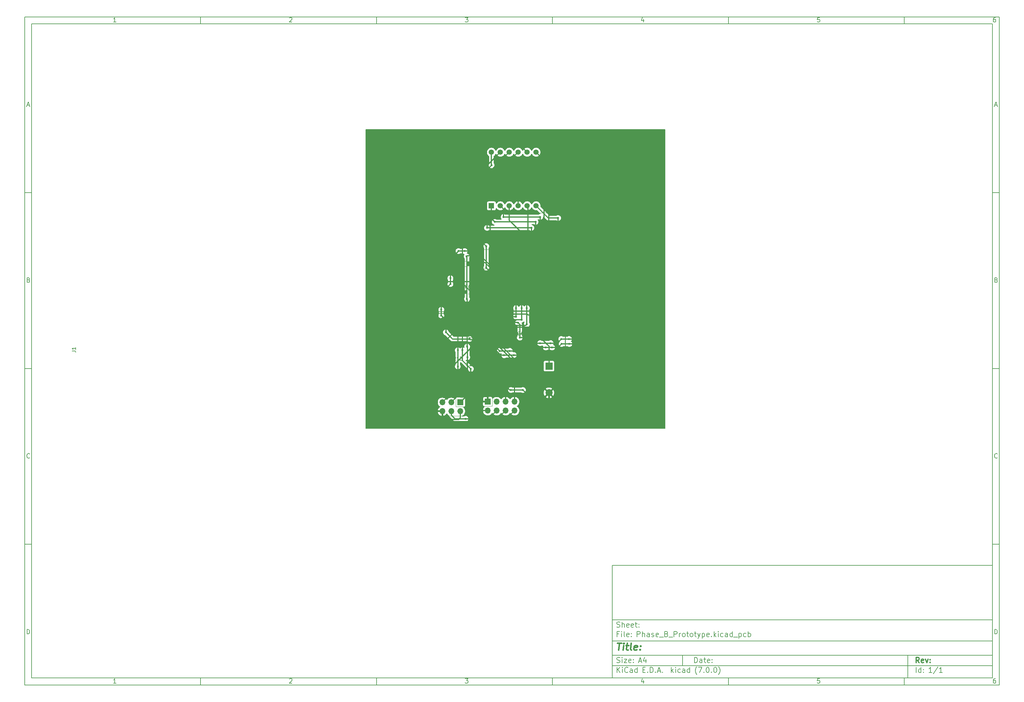
<source format=gbr>
%TF.GenerationSoftware,KiCad,Pcbnew,(7.0.0)*%
%TF.CreationDate,2023-04-20T16:18:57-06:00*%
%TF.ProjectId,Phase_B_Prototype,50686173-655f-4425-9f50-726f746f7479,rev?*%
%TF.SameCoordinates,Original*%
%TF.FileFunction,Paste,Top*%
%TF.FilePolarity,Positive*%
%FSLAX46Y46*%
G04 Gerber Fmt 4.6, Leading zero omitted, Abs format (unit mm)*
G04 Created by KiCad (PCBNEW (7.0.0)) date 2023-04-20 16:18:57*
%MOMM*%
%LPD*%
G01*
G04 APERTURE LIST*
G04 Aperture macros list*
%AMRoundRect*
0 Rectangle with rounded corners*
0 $1 Rounding radius*
0 $2 $3 $4 $5 $6 $7 $8 $9 X,Y pos of 4 corners*
0 Add a 4 corners polygon primitive as box body*
4,1,4,$2,$3,$4,$5,$6,$7,$8,$9,$2,$3,0*
0 Add four circle primitives for the rounded corners*
1,1,$1+$1,$2,$3*
1,1,$1+$1,$4,$5*
1,1,$1+$1,$6,$7*
1,1,$1+$1,$8,$9*
0 Add four rect primitives between the rounded corners*
20,1,$1+$1,$2,$3,$4,$5,0*
20,1,$1+$1,$4,$5,$6,$7,0*
20,1,$1+$1,$6,$7,$8,$9,0*
20,1,$1+$1,$8,$9,$2,$3,0*%
G04 Aperture macros list end*
%ADD10C,0.100000*%
%ADD11C,0.150000*%
%ADD12C,0.300000*%
%ADD13C,0.400000*%
%ADD14RoundRect,0.225000X-0.250000X0.225000X-0.250000X-0.225000X0.250000X-0.225000X0.250000X0.225000X0*%
%ADD15RoundRect,0.225000X0.225000X0.250000X-0.225000X0.250000X-0.225000X-0.250000X0.225000X-0.250000X0*%
%ADD16RoundRect,0.200000X-0.275000X0.200000X-0.275000X-0.200000X0.275000X-0.200000X0.275000X0.200000X0*%
%ADD17RoundRect,0.200000X-0.200000X-0.275000X0.200000X-0.275000X0.200000X0.275000X-0.200000X0.275000X0*%
%ADD18R,2.000000X0.500000*%
%ADD19R,1.700000X2.000000*%
%ADD20RoundRect,0.250000X-0.262500X-0.450000X0.262500X-0.450000X0.262500X0.450000X-0.262500X0.450000X0*%
%ADD21RoundRect,0.250000X0.250000X0.475000X-0.250000X0.475000X-0.250000X-0.475000X0.250000X-0.475000X0*%
%ADD22R,1.000000X0.700000*%
%ADD23RoundRect,0.150000X-0.150000X0.512500X-0.150000X-0.512500X0.150000X-0.512500X0.150000X0.512500X0*%
%ADD24R,2.000000X1.500000*%
%ADD25R,1.500000X0.550000*%
%ADD26R,0.550000X1.500000*%
%ADD27RoundRect,0.150000X-0.512500X-0.150000X0.512500X-0.150000X0.512500X0.150000X-0.512500X0.150000X0*%
%ADD28R,1.400000X1.200000*%
%ADD29RoundRect,0.225000X0.250000X-0.225000X0.250000X0.225000X-0.250000X0.225000X-0.250000X-0.225000X0*%
%ADD30RoundRect,0.243750X0.243750X0.456250X-0.243750X0.456250X-0.243750X-0.456250X0.243750X-0.456250X0*%
%ADD31RoundRect,0.243750X-0.456250X0.243750X-0.456250X-0.243750X0.456250X-0.243750X0.456250X0.243750X0*%
%ADD32RoundRect,0.250000X-0.312500X-1.450000X0.312500X-1.450000X0.312500X1.450000X-0.312500X1.450000X0*%
%ADD33RoundRect,0.250000X0.262500X0.450000X-0.262500X0.450000X-0.262500X-0.450000X0.262500X-0.450000X0*%
%ADD34RoundRect,0.100000X0.637500X0.100000X-0.637500X0.100000X-0.637500X-0.100000X0.637500X-0.100000X0*%
%ADD35RoundRect,0.250000X0.450000X-0.262500X0.450000X0.262500X-0.450000X0.262500X-0.450000X-0.262500X0*%
%TA.AperFunction,SMDPad,CuDef*%
%ADD36RoundRect,0.225000X-0.250000X0.225000X-0.250000X-0.225000X0.250000X-0.225000X0.250000X0.225000X0*%
%TD*%
%TA.AperFunction,ComponentPad*%
%ADD37R,1.700000X1.700000*%
%TD*%
%TA.AperFunction,ComponentPad*%
%ADD38O,1.700000X1.700000*%
%TD*%
%TA.AperFunction,SMDPad,CuDef*%
%ADD39RoundRect,0.225000X0.225000X0.250000X-0.225000X0.250000X-0.225000X-0.250000X0.225000X-0.250000X0*%
%TD*%
%TA.AperFunction,SMDPad,CuDef*%
%ADD40RoundRect,0.200000X-0.275000X0.200000X-0.275000X-0.200000X0.275000X-0.200000X0.275000X0.200000X0*%
%TD*%
%TA.AperFunction,SMDPad,CuDef*%
%ADD41RoundRect,0.200000X-0.200000X-0.275000X0.200000X-0.275000X0.200000X0.275000X-0.200000X0.275000X0*%
%TD*%
%TA.AperFunction,ComponentPad*%
%ADD42R,2.000000X2.000000*%
%TD*%
%TA.AperFunction,ComponentPad*%
%ADD43C,2.000000*%
%TD*%
%TA.AperFunction,SMDPad,CuDef*%
%ADD44R,2.000000X0.500000*%
%TD*%
%TA.AperFunction,SMDPad,CuDef*%
%ADD45R,1.700000X2.000000*%
%TD*%
%TA.AperFunction,SMDPad,CuDef*%
%ADD46RoundRect,0.250000X-0.262500X-0.450000X0.262500X-0.450000X0.262500X0.450000X-0.262500X0.450000X0*%
%TD*%
%TA.AperFunction,SMDPad,CuDef*%
%ADD47RoundRect,0.250000X0.250000X0.475000X-0.250000X0.475000X-0.250000X-0.475000X0.250000X-0.475000X0*%
%TD*%
%TA.AperFunction,SMDPad,CuDef*%
%ADD48R,1.000000X0.700000*%
%TD*%
%TA.AperFunction,SMDPad,CuDef*%
%ADD49RoundRect,0.150000X-0.150000X0.512500X-0.150000X-0.512500X0.150000X-0.512500X0.150000X0.512500X0*%
%TD*%
%TA.AperFunction,SMDPad,CuDef*%
%ADD50R,2.000000X1.500000*%
%TD*%
%TA.AperFunction,SMDPad,CuDef*%
%ADD51R,1.500000X0.550000*%
%TD*%
%TA.AperFunction,SMDPad,CuDef*%
%ADD52R,0.550000X1.500000*%
%TD*%
%TA.AperFunction,SMDPad,CuDef*%
%ADD53RoundRect,0.150000X-0.512500X-0.150000X0.512500X-0.150000X0.512500X0.150000X-0.512500X0.150000X0*%
%TD*%
%TA.AperFunction,SMDPad,CuDef*%
%ADD54R,1.400000X1.200000*%
%TD*%
%TA.AperFunction,ComponentPad*%
%ADD55R,1.500000X1.500000*%
%TD*%
%TA.AperFunction,ComponentPad*%
%ADD56C,1.500000*%
%TD*%
%TA.AperFunction,SMDPad,CuDef*%
%ADD57RoundRect,0.225000X0.250000X-0.225000X0.250000X0.225000X-0.250000X0.225000X-0.250000X-0.225000X0*%
%TD*%
%TA.AperFunction,SMDPad,CuDef*%
%ADD58RoundRect,0.243750X0.243750X0.456250X-0.243750X0.456250X-0.243750X-0.456250X0.243750X-0.456250X0*%
%TD*%
%TA.AperFunction,SMDPad,CuDef*%
%ADD59RoundRect,0.243750X-0.456250X0.243750X-0.456250X-0.243750X0.456250X-0.243750X0.456250X0.243750X0*%
%TD*%
%TA.AperFunction,SMDPad,CuDef*%
%ADD60RoundRect,0.250000X-0.312500X-1.450000X0.312500X-1.450000X0.312500X1.450000X-0.312500X1.450000X0*%
%TD*%
%TA.AperFunction,SMDPad,CuDef*%
%ADD61RoundRect,0.250000X0.262500X0.450000X-0.262500X0.450000X-0.262500X-0.450000X0.262500X-0.450000X0*%
%TD*%
%TA.AperFunction,SMDPad,CuDef*%
%ADD62RoundRect,0.100000X0.637500X0.100000X-0.637500X0.100000X-0.637500X-0.100000X0.637500X-0.100000X0*%
%TD*%
%TA.AperFunction,SMDPad,CuDef*%
%ADD63RoundRect,0.250000X0.450000X-0.262500X0.450000X0.262500X-0.450000X0.262500X-0.450000X-0.262500X0*%
%TD*%
%TA.AperFunction,ViaPad*%
%ADD64C,0.600000*%
%TD*%
%TA.AperFunction,Conductor*%
%ADD65C,0.203200*%
%TD*%
%TA.AperFunction,Conductor*%
%ADD66C,0.508000*%
%TD*%
%TA.AperFunction,Conductor*%
%ADD67C,0.304800*%
%TD*%
%TA.AperFunction,Conductor*%
%ADD68C,0.254000*%
%TD*%
%TA.AperFunction,Conductor*%
%ADD69C,0.200000*%
%TD*%
%ADD70C,0.254000*%
%ADD71C,0.120000*%
%ADD72C,0.127000*%
%ADD73C,0.200000*%
%ADD74R,1.700000X1.700000*%
%ADD75O,1.700000X1.700000*%
%ADD76R,2.000000X2.000000*%
%ADD77C,2.000000*%
%ADD78C,1.000000*%
%ADD79C,3.000000*%
%ADD80R,1.500000X1.500000*%
%ADD81C,1.500000*%
%TA.AperFunction,Profile*%
%ADD82C,0.150000*%
%TD*%
G04 APERTURE END LIST*
D10*
D11*
X177002200Y-166007200D02*
X285002200Y-166007200D01*
X285002200Y-198007200D01*
X177002200Y-198007200D01*
X177002200Y-166007200D01*
D10*
D11*
X10000000Y-10000000D02*
X287002200Y-10000000D01*
X287002200Y-200007200D01*
X10000000Y-200007200D01*
X10000000Y-10000000D01*
D10*
D11*
X12000000Y-12000000D02*
X285002200Y-12000000D01*
X285002200Y-198007200D01*
X12000000Y-198007200D01*
X12000000Y-12000000D01*
D10*
D11*
X60000000Y-12000000D02*
X60000000Y-10000000D01*
D10*
D11*
X110000000Y-12000000D02*
X110000000Y-10000000D01*
D10*
D11*
X160000000Y-12000000D02*
X160000000Y-10000000D01*
D10*
D11*
X210000000Y-12000000D02*
X210000000Y-10000000D01*
D10*
D11*
X260000000Y-12000000D02*
X260000000Y-10000000D01*
D10*
D11*
X35990476Y-11477595D02*
X35247619Y-11477595D01*
X35619047Y-11477595D02*
X35619047Y-10177595D01*
X35619047Y-10177595D02*
X35495238Y-10363309D01*
X35495238Y-10363309D02*
X35371428Y-10487119D01*
X35371428Y-10487119D02*
X35247619Y-10549023D01*
D10*
D11*
X85247619Y-10301404D02*
X85309523Y-10239500D01*
X85309523Y-10239500D02*
X85433333Y-10177595D01*
X85433333Y-10177595D02*
X85742857Y-10177595D01*
X85742857Y-10177595D02*
X85866666Y-10239500D01*
X85866666Y-10239500D02*
X85928571Y-10301404D01*
X85928571Y-10301404D02*
X85990476Y-10425214D01*
X85990476Y-10425214D02*
X85990476Y-10549023D01*
X85990476Y-10549023D02*
X85928571Y-10734738D01*
X85928571Y-10734738D02*
X85185714Y-11477595D01*
X85185714Y-11477595D02*
X85990476Y-11477595D01*
D10*
D11*
X135185714Y-10177595D02*
X135990476Y-10177595D01*
X135990476Y-10177595D02*
X135557142Y-10672833D01*
X135557142Y-10672833D02*
X135742857Y-10672833D01*
X135742857Y-10672833D02*
X135866666Y-10734738D01*
X135866666Y-10734738D02*
X135928571Y-10796642D01*
X135928571Y-10796642D02*
X135990476Y-10920452D01*
X135990476Y-10920452D02*
X135990476Y-11229976D01*
X135990476Y-11229976D02*
X135928571Y-11353785D01*
X135928571Y-11353785D02*
X135866666Y-11415690D01*
X135866666Y-11415690D02*
X135742857Y-11477595D01*
X135742857Y-11477595D02*
X135371428Y-11477595D01*
X135371428Y-11477595D02*
X135247619Y-11415690D01*
X135247619Y-11415690D02*
X135185714Y-11353785D01*
D10*
D11*
X185866666Y-10610928D02*
X185866666Y-11477595D01*
X185557142Y-10115690D02*
X185247619Y-11044261D01*
X185247619Y-11044261D02*
X186052380Y-11044261D01*
D10*
D11*
X235928571Y-10177595D02*
X235309523Y-10177595D01*
X235309523Y-10177595D02*
X235247619Y-10796642D01*
X235247619Y-10796642D02*
X235309523Y-10734738D01*
X235309523Y-10734738D02*
X235433333Y-10672833D01*
X235433333Y-10672833D02*
X235742857Y-10672833D01*
X235742857Y-10672833D02*
X235866666Y-10734738D01*
X235866666Y-10734738D02*
X235928571Y-10796642D01*
X235928571Y-10796642D02*
X235990476Y-10920452D01*
X235990476Y-10920452D02*
X235990476Y-11229976D01*
X235990476Y-11229976D02*
X235928571Y-11353785D01*
X235928571Y-11353785D02*
X235866666Y-11415690D01*
X235866666Y-11415690D02*
X235742857Y-11477595D01*
X235742857Y-11477595D02*
X235433333Y-11477595D01*
X235433333Y-11477595D02*
X235309523Y-11415690D01*
X235309523Y-11415690D02*
X235247619Y-11353785D01*
D10*
D11*
X285866666Y-10177595D02*
X285619047Y-10177595D01*
X285619047Y-10177595D02*
X285495238Y-10239500D01*
X285495238Y-10239500D02*
X285433333Y-10301404D01*
X285433333Y-10301404D02*
X285309523Y-10487119D01*
X285309523Y-10487119D02*
X285247619Y-10734738D01*
X285247619Y-10734738D02*
X285247619Y-11229976D01*
X285247619Y-11229976D02*
X285309523Y-11353785D01*
X285309523Y-11353785D02*
X285371428Y-11415690D01*
X285371428Y-11415690D02*
X285495238Y-11477595D01*
X285495238Y-11477595D02*
X285742857Y-11477595D01*
X285742857Y-11477595D02*
X285866666Y-11415690D01*
X285866666Y-11415690D02*
X285928571Y-11353785D01*
X285928571Y-11353785D02*
X285990476Y-11229976D01*
X285990476Y-11229976D02*
X285990476Y-10920452D01*
X285990476Y-10920452D02*
X285928571Y-10796642D01*
X285928571Y-10796642D02*
X285866666Y-10734738D01*
X285866666Y-10734738D02*
X285742857Y-10672833D01*
X285742857Y-10672833D02*
X285495238Y-10672833D01*
X285495238Y-10672833D02*
X285371428Y-10734738D01*
X285371428Y-10734738D02*
X285309523Y-10796642D01*
X285309523Y-10796642D02*
X285247619Y-10920452D01*
D10*
D11*
X60000000Y-198007200D02*
X60000000Y-200007200D01*
D10*
D11*
X110000000Y-198007200D02*
X110000000Y-200007200D01*
D10*
D11*
X160000000Y-198007200D02*
X160000000Y-200007200D01*
D10*
D11*
X210000000Y-198007200D02*
X210000000Y-200007200D01*
D10*
D11*
X260000000Y-198007200D02*
X260000000Y-200007200D01*
D10*
D11*
X35990476Y-199484795D02*
X35247619Y-199484795D01*
X35619047Y-199484795D02*
X35619047Y-198184795D01*
X35619047Y-198184795D02*
X35495238Y-198370509D01*
X35495238Y-198370509D02*
X35371428Y-198494319D01*
X35371428Y-198494319D02*
X35247619Y-198556223D01*
D10*
D11*
X85247619Y-198308604D02*
X85309523Y-198246700D01*
X85309523Y-198246700D02*
X85433333Y-198184795D01*
X85433333Y-198184795D02*
X85742857Y-198184795D01*
X85742857Y-198184795D02*
X85866666Y-198246700D01*
X85866666Y-198246700D02*
X85928571Y-198308604D01*
X85928571Y-198308604D02*
X85990476Y-198432414D01*
X85990476Y-198432414D02*
X85990476Y-198556223D01*
X85990476Y-198556223D02*
X85928571Y-198741938D01*
X85928571Y-198741938D02*
X85185714Y-199484795D01*
X85185714Y-199484795D02*
X85990476Y-199484795D01*
D10*
D11*
X135185714Y-198184795D02*
X135990476Y-198184795D01*
X135990476Y-198184795D02*
X135557142Y-198680033D01*
X135557142Y-198680033D02*
X135742857Y-198680033D01*
X135742857Y-198680033D02*
X135866666Y-198741938D01*
X135866666Y-198741938D02*
X135928571Y-198803842D01*
X135928571Y-198803842D02*
X135990476Y-198927652D01*
X135990476Y-198927652D02*
X135990476Y-199237176D01*
X135990476Y-199237176D02*
X135928571Y-199360985D01*
X135928571Y-199360985D02*
X135866666Y-199422890D01*
X135866666Y-199422890D02*
X135742857Y-199484795D01*
X135742857Y-199484795D02*
X135371428Y-199484795D01*
X135371428Y-199484795D02*
X135247619Y-199422890D01*
X135247619Y-199422890D02*
X135185714Y-199360985D01*
D10*
D11*
X185866666Y-198618128D02*
X185866666Y-199484795D01*
X185557142Y-198122890D02*
X185247619Y-199051461D01*
X185247619Y-199051461D02*
X186052380Y-199051461D01*
D10*
D11*
X235928571Y-198184795D02*
X235309523Y-198184795D01*
X235309523Y-198184795D02*
X235247619Y-198803842D01*
X235247619Y-198803842D02*
X235309523Y-198741938D01*
X235309523Y-198741938D02*
X235433333Y-198680033D01*
X235433333Y-198680033D02*
X235742857Y-198680033D01*
X235742857Y-198680033D02*
X235866666Y-198741938D01*
X235866666Y-198741938D02*
X235928571Y-198803842D01*
X235928571Y-198803842D02*
X235990476Y-198927652D01*
X235990476Y-198927652D02*
X235990476Y-199237176D01*
X235990476Y-199237176D02*
X235928571Y-199360985D01*
X235928571Y-199360985D02*
X235866666Y-199422890D01*
X235866666Y-199422890D02*
X235742857Y-199484795D01*
X235742857Y-199484795D02*
X235433333Y-199484795D01*
X235433333Y-199484795D02*
X235309523Y-199422890D01*
X235309523Y-199422890D02*
X235247619Y-199360985D01*
D10*
D11*
X285866666Y-198184795D02*
X285619047Y-198184795D01*
X285619047Y-198184795D02*
X285495238Y-198246700D01*
X285495238Y-198246700D02*
X285433333Y-198308604D01*
X285433333Y-198308604D02*
X285309523Y-198494319D01*
X285309523Y-198494319D02*
X285247619Y-198741938D01*
X285247619Y-198741938D02*
X285247619Y-199237176D01*
X285247619Y-199237176D02*
X285309523Y-199360985D01*
X285309523Y-199360985D02*
X285371428Y-199422890D01*
X285371428Y-199422890D02*
X285495238Y-199484795D01*
X285495238Y-199484795D02*
X285742857Y-199484795D01*
X285742857Y-199484795D02*
X285866666Y-199422890D01*
X285866666Y-199422890D02*
X285928571Y-199360985D01*
X285928571Y-199360985D02*
X285990476Y-199237176D01*
X285990476Y-199237176D02*
X285990476Y-198927652D01*
X285990476Y-198927652D02*
X285928571Y-198803842D01*
X285928571Y-198803842D02*
X285866666Y-198741938D01*
X285866666Y-198741938D02*
X285742857Y-198680033D01*
X285742857Y-198680033D02*
X285495238Y-198680033D01*
X285495238Y-198680033D02*
X285371428Y-198741938D01*
X285371428Y-198741938D02*
X285309523Y-198803842D01*
X285309523Y-198803842D02*
X285247619Y-198927652D01*
D10*
D11*
X10000000Y-60000000D02*
X12000000Y-60000000D01*
D10*
D11*
X10000000Y-110000000D02*
X12000000Y-110000000D01*
D10*
D11*
X10000000Y-160000000D02*
X12000000Y-160000000D01*
D10*
D11*
X10690476Y-35106166D02*
X11309523Y-35106166D01*
X10566666Y-35477595D02*
X10999999Y-34177595D01*
X10999999Y-34177595D02*
X11433333Y-35477595D01*
D10*
D11*
X11092857Y-84796642D02*
X11278571Y-84858547D01*
X11278571Y-84858547D02*
X11340476Y-84920452D01*
X11340476Y-84920452D02*
X11402380Y-85044261D01*
X11402380Y-85044261D02*
X11402380Y-85229976D01*
X11402380Y-85229976D02*
X11340476Y-85353785D01*
X11340476Y-85353785D02*
X11278571Y-85415690D01*
X11278571Y-85415690D02*
X11154761Y-85477595D01*
X11154761Y-85477595D02*
X10659523Y-85477595D01*
X10659523Y-85477595D02*
X10659523Y-84177595D01*
X10659523Y-84177595D02*
X11092857Y-84177595D01*
X11092857Y-84177595D02*
X11216666Y-84239500D01*
X11216666Y-84239500D02*
X11278571Y-84301404D01*
X11278571Y-84301404D02*
X11340476Y-84425214D01*
X11340476Y-84425214D02*
X11340476Y-84549023D01*
X11340476Y-84549023D02*
X11278571Y-84672833D01*
X11278571Y-84672833D02*
X11216666Y-84734738D01*
X11216666Y-84734738D02*
X11092857Y-84796642D01*
X11092857Y-84796642D02*
X10659523Y-84796642D01*
D10*
D11*
X11402380Y-135353785D02*
X11340476Y-135415690D01*
X11340476Y-135415690D02*
X11154761Y-135477595D01*
X11154761Y-135477595D02*
X11030952Y-135477595D01*
X11030952Y-135477595D02*
X10845238Y-135415690D01*
X10845238Y-135415690D02*
X10721428Y-135291880D01*
X10721428Y-135291880D02*
X10659523Y-135168071D01*
X10659523Y-135168071D02*
X10597619Y-134920452D01*
X10597619Y-134920452D02*
X10597619Y-134734738D01*
X10597619Y-134734738D02*
X10659523Y-134487119D01*
X10659523Y-134487119D02*
X10721428Y-134363309D01*
X10721428Y-134363309D02*
X10845238Y-134239500D01*
X10845238Y-134239500D02*
X11030952Y-134177595D01*
X11030952Y-134177595D02*
X11154761Y-134177595D01*
X11154761Y-134177595D02*
X11340476Y-134239500D01*
X11340476Y-134239500D02*
X11402380Y-134301404D01*
D10*
D11*
X10659523Y-185477595D02*
X10659523Y-184177595D01*
X10659523Y-184177595D02*
X10969047Y-184177595D01*
X10969047Y-184177595D02*
X11154761Y-184239500D01*
X11154761Y-184239500D02*
X11278571Y-184363309D01*
X11278571Y-184363309D02*
X11340476Y-184487119D01*
X11340476Y-184487119D02*
X11402380Y-184734738D01*
X11402380Y-184734738D02*
X11402380Y-184920452D01*
X11402380Y-184920452D02*
X11340476Y-185168071D01*
X11340476Y-185168071D02*
X11278571Y-185291880D01*
X11278571Y-185291880D02*
X11154761Y-185415690D01*
X11154761Y-185415690D02*
X10969047Y-185477595D01*
X10969047Y-185477595D02*
X10659523Y-185477595D01*
D10*
D11*
X287002200Y-60000000D02*
X285002200Y-60000000D01*
D10*
D11*
X287002200Y-110000000D02*
X285002200Y-110000000D01*
D10*
D11*
X287002200Y-160000000D02*
X285002200Y-160000000D01*
D10*
D11*
X285692676Y-35106166D02*
X286311723Y-35106166D01*
X285568866Y-35477595D02*
X286002199Y-34177595D01*
X286002199Y-34177595D02*
X286435533Y-35477595D01*
D10*
D11*
X286095057Y-84796642D02*
X286280771Y-84858547D01*
X286280771Y-84858547D02*
X286342676Y-84920452D01*
X286342676Y-84920452D02*
X286404580Y-85044261D01*
X286404580Y-85044261D02*
X286404580Y-85229976D01*
X286404580Y-85229976D02*
X286342676Y-85353785D01*
X286342676Y-85353785D02*
X286280771Y-85415690D01*
X286280771Y-85415690D02*
X286156961Y-85477595D01*
X286156961Y-85477595D02*
X285661723Y-85477595D01*
X285661723Y-85477595D02*
X285661723Y-84177595D01*
X285661723Y-84177595D02*
X286095057Y-84177595D01*
X286095057Y-84177595D02*
X286218866Y-84239500D01*
X286218866Y-84239500D02*
X286280771Y-84301404D01*
X286280771Y-84301404D02*
X286342676Y-84425214D01*
X286342676Y-84425214D02*
X286342676Y-84549023D01*
X286342676Y-84549023D02*
X286280771Y-84672833D01*
X286280771Y-84672833D02*
X286218866Y-84734738D01*
X286218866Y-84734738D02*
X286095057Y-84796642D01*
X286095057Y-84796642D02*
X285661723Y-84796642D01*
D10*
D11*
X286404580Y-135353785D02*
X286342676Y-135415690D01*
X286342676Y-135415690D02*
X286156961Y-135477595D01*
X286156961Y-135477595D02*
X286033152Y-135477595D01*
X286033152Y-135477595D02*
X285847438Y-135415690D01*
X285847438Y-135415690D02*
X285723628Y-135291880D01*
X285723628Y-135291880D02*
X285661723Y-135168071D01*
X285661723Y-135168071D02*
X285599819Y-134920452D01*
X285599819Y-134920452D02*
X285599819Y-134734738D01*
X285599819Y-134734738D02*
X285661723Y-134487119D01*
X285661723Y-134487119D02*
X285723628Y-134363309D01*
X285723628Y-134363309D02*
X285847438Y-134239500D01*
X285847438Y-134239500D02*
X286033152Y-134177595D01*
X286033152Y-134177595D02*
X286156961Y-134177595D01*
X286156961Y-134177595D02*
X286342676Y-134239500D01*
X286342676Y-134239500D02*
X286404580Y-134301404D01*
D10*
D11*
X285661723Y-185477595D02*
X285661723Y-184177595D01*
X285661723Y-184177595D02*
X285971247Y-184177595D01*
X285971247Y-184177595D02*
X286156961Y-184239500D01*
X286156961Y-184239500D02*
X286280771Y-184363309D01*
X286280771Y-184363309D02*
X286342676Y-184487119D01*
X286342676Y-184487119D02*
X286404580Y-184734738D01*
X286404580Y-184734738D02*
X286404580Y-184920452D01*
X286404580Y-184920452D02*
X286342676Y-185168071D01*
X286342676Y-185168071D02*
X286280771Y-185291880D01*
X286280771Y-185291880D02*
X286156961Y-185415690D01*
X286156961Y-185415690D02*
X285971247Y-185477595D01*
X285971247Y-185477595D02*
X285661723Y-185477595D01*
D10*
D11*
X200359342Y-193658271D02*
X200359342Y-192158271D01*
X200359342Y-192158271D02*
X200716485Y-192158271D01*
X200716485Y-192158271D02*
X200930771Y-192229700D01*
X200930771Y-192229700D02*
X201073628Y-192372557D01*
X201073628Y-192372557D02*
X201145057Y-192515414D01*
X201145057Y-192515414D02*
X201216485Y-192801128D01*
X201216485Y-192801128D02*
X201216485Y-193015414D01*
X201216485Y-193015414D02*
X201145057Y-193301128D01*
X201145057Y-193301128D02*
X201073628Y-193443985D01*
X201073628Y-193443985D02*
X200930771Y-193586842D01*
X200930771Y-193586842D02*
X200716485Y-193658271D01*
X200716485Y-193658271D02*
X200359342Y-193658271D01*
X202502200Y-193658271D02*
X202502200Y-192872557D01*
X202502200Y-192872557D02*
X202430771Y-192729700D01*
X202430771Y-192729700D02*
X202287914Y-192658271D01*
X202287914Y-192658271D02*
X202002200Y-192658271D01*
X202002200Y-192658271D02*
X201859342Y-192729700D01*
X202502200Y-193586842D02*
X202359342Y-193658271D01*
X202359342Y-193658271D02*
X202002200Y-193658271D01*
X202002200Y-193658271D02*
X201859342Y-193586842D01*
X201859342Y-193586842D02*
X201787914Y-193443985D01*
X201787914Y-193443985D02*
X201787914Y-193301128D01*
X201787914Y-193301128D02*
X201859342Y-193158271D01*
X201859342Y-193158271D02*
X202002200Y-193086842D01*
X202002200Y-193086842D02*
X202359342Y-193086842D01*
X202359342Y-193086842D02*
X202502200Y-193015414D01*
X203002200Y-192658271D02*
X203573628Y-192658271D01*
X203216485Y-192158271D02*
X203216485Y-193443985D01*
X203216485Y-193443985D02*
X203287914Y-193586842D01*
X203287914Y-193586842D02*
X203430771Y-193658271D01*
X203430771Y-193658271D02*
X203573628Y-193658271D01*
X204645057Y-193586842D02*
X204502200Y-193658271D01*
X204502200Y-193658271D02*
X204216486Y-193658271D01*
X204216486Y-193658271D02*
X204073628Y-193586842D01*
X204073628Y-193586842D02*
X204002200Y-193443985D01*
X204002200Y-193443985D02*
X204002200Y-192872557D01*
X204002200Y-192872557D02*
X204073628Y-192729700D01*
X204073628Y-192729700D02*
X204216486Y-192658271D01*
X204216486Y-192658271D02*
X204502200Y-192658271D01*
X204502200Y-192658271D02*
X204645057Y-192729700D01*
X204645057Y-192729700D02*
X204716486Y-192872557D01*
X204716486Y-192872557D02*
X204716486Y-193015414D01*
X204716486Y-193015414D02*
X204002200Y-193158271D01*
X205359342Y-193515414D02*
X205430771Y-193586842D01*
X205430771Y-193586842D02*
X205359342Y-193658271D01*
X205359342Y-193658271D02*
X205287914Y-193586842D01*
X205287914Y-193586842D02*
X205359342Y-193515414D01*
X205359342Y-193515414D02*
X205359342Y-193658271D01*
X205359342Y-192729700D02*
X205430771Y-192801128D01*
X205430771Y-192801128D02*
X205359342Y-192872557D01*
X205359342Y-192872557D02*
X205287914Y-192801128D01*
X205287914Y-192801128D02*
X205359342Y-192729700D01*
X205359342Y-192729700D02*
X205359342Y-192872557D01*
D10*
D11*
X177002200Y-194507200D02*
X285002200Y-194507200D01*
D10*
D11*
X178359342Y-196458271D02*
X178359342Y-194958271D01*
X179216485Y-196458271D02*
X178573628Y-195601128D01*
X179216485Y-194958271D02*
X178359342Y-195815414D01*
X179859342Y-196458271D02*
X179859342Y-195458271D01*
X179859342Y-194958271D02*
X179787914Y-195029700D01*
X179787914Y-195029700D02*
X179859342Y-195101128D01*
X179859342Y-195101128D02*
X179930771Y-195029700D01*
X179930771Y-195029700D02*
X179859342Y-194958271D01*
X179859342Y-194958271D02*
X179859342Y-195101128D01*
X181430771Y-196315414D02*
X181359343Y-196386842D01*
X181359343Y-196386842D02*
X181145057Y-196458271D01*
X181145057Y-196458271D02*
X181002200Y-196458271D01*
X181002200Y-196458271D02*
X180787914Y-196386842D01*
X180787914Y-196386842D02*
X180645057Y-196243985D01*
X180645057Y-196243985D02*
X180573628Y-196101128D01*
X180573628Y-196101128D02*
X180502200Y-195815414D01*
X180502200Y-195815414D02*
X180502200Y-195601128D01*
X180502200Y-195601128D02*
X180573628Y-195315414D01*
X180573628Y-195315414D02*
X180645057Y-195172557D01*
X180645057Y-195172557D02*
X180787914Y-195029700D01*
X180787914Y-195029700D02*
X181002200Y-194958271D01*
X181002200Y-194958271D02*
X181145057Y-194958271D01*
X181145057Y-194958271D02*
X181359343Y-195029700D01*
X181359343Y-195029700D02*
X181430771Y-195101128D01*
X182716486Y-196458271D02*
X182716486Y-195672557D01*
X182716486Y-195672557D02*
X182645057Y-195529700D01*
X182645057Y-195529700D02*
X182502200Y-195458271D01*
X182502200Y-195458271D02*
X182216486Y-195458271D01*
X182216486Y-195458271D02*
X182073628Y-195529700D01*
X182716486Y-196386842D02*
X182573628Y-196458271D01*
X182573628Y-196458271D02*
X182216486Y-196458271D01*
X182216486Y-196458271D02*
X182073628Y-196386842D01*
X182073628Y-196386842D02*
X182002200Y-196243985D01*
X182002200Y-196243985D02*
X182002200Y-196101128D01*
X182002200Y-196101128D02*
X182073628Y-195958271D01*
X182073628Y-195958271D02*
X182216486Y-195886842D01*
X182216486Y-195886842D02*
X182573628Y-195886842D01*
X182573628Y-195886842D02*
X182716486Y-195815414D01*
X184073629Y-196458271D02*
X184073629Y-194958271D01*
X184073629Y-196386842D02*
X183930771Y-196458271D01*
X183930771Y-196458271D02*
X183645057Y-196458271D01*
X183645057Y-196458271D02*
X183502200Y-196386842D01*
X183502200Y-196386842D02*
X183430771Y-196315414D01*
X183430771Y-196315414D02*
X183359343Y-196172557D01*
X183359343Y-196172557D02*
X183359343Y-195743985D01*
X183359343Y-195743985D02*
X183430771Y-195601128D01*
X183430771Y-195601128D02*
X183502200Y-195529700D01*
X183502200Y-195529700D02*
X183645057Y-195458271D01*
X183645057Y-195458271D02*
X183930771Y-195458271D01*
X183930771Y-195458271D02*
X184073629Y-195529700D01*
X185687914Y-195672557D02*
X186187914Y-195672557D01*
X186402200Y-196458271D02*
X185687914Y-196458271D01*
X185687914Y-196458271D02*
X185687914Y-194958271D01*
X185687914Y-194958271D02*
X186402200Y-194958271D01*
X187045057Y-196315414D02*
X187116486Y-196386842D01*
X187116486Y-196386842D02*
X187045057Y-196458271D01*
X187045057Y-196458271D02*
X186973629Y-196386842D01*
X186973629Y-196386842D02*
X187045057Y-196315414D01*
X187045057Y-196315414D02*
X187045057Y-196458271D01*
X187759343Y-196458271D02*
X187759343Y-194958271D01*
X187759343Y-194958271D02*
X188116486Y-194958271D01*
X188116486Y-194958271D02*
X188330772Y-195029700D01*
X188330772Y-195029700D02*
X188473629Y-195172557D01*
X188473629Y-195172557D02*
X188545058Y-195315414D01*
X188545058Y-195315414D02*
X188616486Y-195601128D01*
X188616486Y-195601128D02*
X188616486Y-195815414D01*
X188616486Y-195815414D02*
X188545058Y-196101128D01*
X188545058Y-196101128D02*
X188473629Y-196243985D01*
X188473629Y-196243985D02*
X188330772Y-196386842D01*
X188330772Y-196386842D02*
X188116486Y-196458271D01*
X188116486Y-196458271D02*
X187759343Y-196458271D01*
X189259343Y-196315414D02*
X189330772Y-196386842D01*
X189330772Y-196386842D02*
X189259343Y-196458271D01*
X189259343Y-196458271D02*
X189187915Y-196386842D01*
X189187915Y-196386842D02*
X189259343Y-196315414D01*
X189259343Y-196315414D02*
X189259343Y-196458271D01*
X189902201Y-196029700D02*
X190616487Y-196029700D01*
X189759344Y-196458271D02*
X190259344Y-194958271D01*
X190259344Y-194958271D02*
X190759344Y-196458271D01*
X191259343Y-196315414D02*
X191330772Y-196386842D01*
X191330772Y-196386842D02*
X191259343Y-196458271D01*
X191259343Y-196458271D02*
X191187915Y-196386842D01*
X191187915Y-196386842D02*
X191259343Y-196315414D01*
X191259343Y-196315414D02*
X191259343Y-196458271D01*
X193773629Y-196458271D02*
X193773629Y-194958271D01*
X193916487Y-195886842D02*
X194345058Y-196458271D01*
X194345058Y-195458271D02*
X193773629Y-196029700D01*
X194987915Y-196458271D02*
X194987915Y-195458271D01*
X194987915Y-194958271D02*
X194916487Y-195029700D01*
X194916487Y-195029700D02*
X194987915Y-195101128D01*
X194987915Y-195101128D02*
X195059344Y-195029700D01*
X195059344Y-195029700D02*
X194987915Y-194958271D01*
X194987915Y-194958271D02*
X194987915Y-195101128D01*
X196345059Y-196386842D02*
X196202201Y-196458271D01*
X196202201Y-196458271D02*
X195916487Y-196458271D01*
X195916487Y-196458271D02*
X195773630Y-196386842D01*
X195773630Y-196386842D02*
X195702201Y-196315414D01*
X195702201Y-196315414D02*
X195630773Y-196172557D01*
X195630773Y-196172557D02*
X195630773Y-195743985D01*
X195630773Y-195743985D02*
X195702201Y-195601128D01*
X195702201Y-195601128D02*
X195773630Y-195529700D01*
X195773630Y-195529700D02*
X195916487Y-195458271D01*
X195916487Y-195458271D02*
X196202201Y-195458271D01*
X196202201Y-195458271D02*
X196345059Y-195529700D01*
X197630773Y-196458271D02*
X197630773Y-195672557D01*
X197630773Y-195672557D02*
X197559344Y-195529700D01*
X197559344Y-195529700D02*
X197416487Y-195458271D01*
X197416487Y-195458271D02*
X197130773Y-195458271D01*
X197130773Y-195458271D02*
X196987915Y-195529700D01*
X197630773Y-196386842D02*
X197487915Y-196458271D01*
X197487915Y-196458271D02*
X197130773Y-196458271D01*
X197130773Y-196458271D02*
X196987915Y-196386842D01*
X196987915Y-196386842D02*
X196916487Y-196243985D01*
X196916487Y-196243985D02*
X196916487Y-196101128D01*
X196916487Y-196101128D02*
X196987915Y-195958271D01*
X196987915Y-195958271D02*
X197130773Y-195886842D01*
X197130773Y-195886842D02*
X197487915Y-195886842D01*
X197487915Y-195886842D02*
X197630773Y-195815414D01*
X198987916Y-196458271D02*
X198987916Y-194958271D01*
X198987916Y-196386842D02*
X198845058Y-196458271D01*
X198845058Y-196458271D02*
X198559344Y-196458271D01*
X198559344Y-196458271D02*
X198416487Y-196386842D01*
X198416487Y-196386842D02*
X198345058Y-196315414D01*
X198345058Y-196315414D02*
X198273630Y-196172557D01*
X198273630Y-196172557D02*
X198273630Y-195743985D01*
X198273630Y-195743985D02*
X198345058Y-195601128D01*
X198345058Y-195601128D02*
X198416487Y-195529700D01*
X198416487Y-195529700D02*
X198559344Y-195458271D01*
X198559344Y-195458271D02*
X198845058Y-195458271D01*
X198845058Y-195458271D02*
X198987916Y-195529700D01*
X201030773Y-197029700D02*
X200959344Y-196958271D01*
X200959344Y-196958271D02*
X200816487Y-196743985D01*
X200816487Y-196743985D02*
X200745059Y-196601128D01*
X200745059Y-196601128D02*
X200673630Y-196386842D01*
X200673630Y-196386842D02*
X200602201Y-196029700D01*
X200602201Y-196029700D02*
X200602201Y-195743985D01*
X200602201Y-195743985D02*
X200673630Y-195386842D01*
X200673630Y-195386842D02*
X200745059Y-195172557D01*
X200745059Y-195172557D02*
X200816487Y-195029700D01*
X200816487Y-195029700D02*
X200959344Y-194815414D01*
X200959344Y-194815414D02*
X201030773Y-194743985D01*
X201459344Y-194958271D02*
X202459344Y-194958271D01*
X202459344Y-194958271D02*
X201816487Y-196458271D01*
X203030772Y-196315414D02*
X203102201Y-196386842D01*
X203102201Y-196386842D02*
X203030772Y-196458271D01*
X203030772Y-196458271D02*
X202959344Y-196386842D01*
X202959344Y-196386842D02*
X203030772Y-196315414D01*
X203030772Y-196315414D02*
X203030772Y-196458271D01*
X204030773Y-194958271D02*
X204173630Y-194958271D01*
X204173630Y-194958271D02*
X204316487Y-195029700D01*
X204316487Y-195029700D02*
X204387916Y-195101128D01*
X204387916Y-195101128D02*
X204459344Y-195243985D01*
X204459344Y-195243985D02*
X204530773Y-195529700D01*
X204530773Y-195529700D02*
X204530773Y-195886842D01*
X204530773Y-195886842D02*
X204459344Y-196172557D01*
X204459344Y-196172557D02*
X204387916Y-196315414D01*
X204387916Y-196315414D02*
X204316487Y-196386842D01*
X204316487Y-196386842D02*
X204173630Y-196458271D01*
X204173630Y-196458271D02*
X204030773Y-196458271D01*
X204030773Y-196458271D02*
X203887916Y-196386842D01*
X203887916Y-196386842D02*
X203816487Y-196315414D01*
X203816487Y-196315414D02*
X203745058Y-196172557D01*
X203745058Y-196172557D02*
X203673630Y-195886842D01*
X203673630Y-195886842D02*
X203673630Y-195529700D01*
X203673630Y-195529700D02*
X203745058Y-195243985D01*
X203745058Y-195243985D02*
X203816487Y-195101128D01*
X203816487Y-195101128D02*
X203887916Y-195029700D01*
X203887916Y-195029700D02*
X204030773Y-194958271D01*
X205173629Y-196315414D02*
X205245058Y-196386842D01*
X205245058Y-196386842D02*
X205173629Y-196458271D01*
X205173629Y-196458271D02*
X205102201Y-196386842D01*
X205102201Y-196386842D02*
X205173629Y-196315414D01*
X205173629Y-196315414D02*
X205173629Y-196458271D01*
X206173630Y-194958271D02*
X206316487Y-194958271D01*
X206316487Y-194958271D02*
X206459344Y-195029700D01*
X206459344Y-195029700D02*
X206530773Y-195101128D01*
X206530773Y-195101128D02*
X206602201Y-195243985D01*
X206602201Y-195243985D02*
X206673630Y-195529700D01*
X206673630Y-195529700D02*
X206673630Y-195886842D01*
X206673630Y-195886842D02*
X206602201Y-196172557D01*
X206602201Y-196172557D02*
X206530773Y-196315414D01*
X206530773Y-196315414D02*
X206459344Y-196386842D01*
X206459344Y-196386842D02*
X206316487Y-196458271D01*
X206316487Y-196458271D02*
X206173630Y-196458271D01*
X206173630Y-196458271D02*
X206030773Y-196386842D01*
X206030773Y-196386842D02*
X205959344Y-196315414D01*
X205959344Y-196315414D02*
X205887915Y-196172557D01*
X205887915Y-196172557D02*
X205816487Y-195886842D01*
X205816487Y-195886842D02*
X205816487Y-195529700D01*
X205816487Y-195529700D02*
X205887915Y-195243985D01*
X205887915Y-195243985D02*
X205959344Y-195101128D01*
X205959344Y-195101128D02*
X206030773Y-195029700D01*
X206030773Y-195029700D02*
X206173630Y-194958271D01*
X207173629Y-197029700D02*
X207245058Y-196958271D01*
X207245058Y-196958271D02*
X207387915Y-196743985D01*
X207387915Y-196743985D02*
X207459344Y-196601128D01*
X207459344Y-196601128D02*
X207530772Y-196386842D01*
X207530772Y-196386842D02*
X207602201Y-196029700D01*
X207602201Y-196029700D02*
X207602201Y-195743985D01*
X207602201Y-195743985D02*
X207530772Y-195386842D01*
X207530772Y-195386842D02*
X207459344Y-195172557D01*
X207459344Y-195172557D02*
X207387915Y-195029700D01*
X207387915Y-195029700D02*
X207245058Y-194815414D01*
X207245058Y-194815414D02*
X207173629Y-194743985D01*
D10*
D11*
X177002200Y-191507200D02*
X285002200Y-191507200D01*
D10*
D12*
X264216485Y-193658271D02*
X263716485Y-192943985D01*
X263359342Y-193658271D02*
X263359342Y-192158271D01*
X263359342Y-192158271D02*
X263930771Y-192158271D01*
X263930771Y-192158271D02*
X264073628Y-192229700D01*
X264073628Y-192229700D02*
X264145057Y-192301128D01*
X264145057Y-192301128D02*
X264216485Y-192443985D01*
X264216485Y-192443985D02*
X264216485Y-192658271D01*
X264216485Y-192658271D02*
X264145057Y-192801128D01*
X264145057Y-192801128D02*
X264073628Y-192872557D01*
X264073628Y-192872557D02*
X263930771Y-192943985D01*
X263930771Y-192943985D02*
X263359342Y-192943985D01*
X265430771Y-193586842D02*
X265287914Y-193658271D01*
X265287914Y-193658271D02*
X265002200Y-193658271D01*
X265002200Y-193658271D02*
X264859342Y-193586842D01*
X264859342Y-193586842D02*
X264787914Y-193443985D01*
X264787914Y-193443985D02*
X264787914Y-192872557D01*
X264787914Y-192872557D02*
X264859342Y-192729700D01*
X264859342Y-192729700D02*
X265002200Y-192658271D01*
X265002200Y-192658271D02*
X265287914Y-192658271D01*
X265287914Y-192658271D02*
X265430771Y-192729700D01*
X265430771Y-192729700D02*
X265502200Y-192872557D01*
X265502200Y-192872557D02*
X265502200Y-193015414D01*
X265502200Y-193015414D02*
X264787914Y-193158271D01*
X266002199Y-192658271D02*
X266359342Y-193658271D01*
X266359342Y-193658271D02*
X266716485Y-192658271D01*
X267287913Y-193515414D02*
X267359342Y-193586842D01*
X267359342Y-193586842D02*
X267287913Y-193658271D01*
X267287913Y-193658271D02*
X267216485Y-193586842D01*
X267216485Y-193586842D02*
X267287913Y-193515414D01*
X267287913Y-193515414D02*
X267287913Y-193658271D01*
X267287913Y-192729700D02*
X267359342Y-192801128D01*
X267359342Y-192801128D02*
X267287913Y-192872557D01*
X267287913Y-192872557D02*
X267216485Y-192801128D01*
X267216485Y-192801128D02*
X267287913Y-192729700D01*
X267287913Y-192729700D02*
X267287913Y-192872557D01*
D10*
D11*
X178287914Y-193586842D02*
X178502200Y-193658271D01*
X178502200Y-193658271D02*
X178859342Y-193658271D01*
X178859342Y-193658271D02*
X179002200Y-193586842D01*
X179002200Y-193586842D02*
X179073628Y-193515414D01*
X179073628Y-193515414D02*
X179145057Y-193372557D01*
X179145057Y-193372557D02*
X179145057Y-193229700D01*
X179145057Y-193229700D02*
X179073628Y-193086842D01*
X179073628Y-193086842D02*
X179002200Y-193015414D01*
X179002200Y-193015414D02*
X178859342Y-192943985D01*
X178859342Y-192943985D02*
X178573628Y-192872557D01*
X178573628Y-192872557D02*
X178430771Y-192801128D01*
X178430771Y-192801128D02*
X178359342Y-192729700D01*
X178359342Y-192729700D02*
X178287914Y-192586842D01*
X178287914Y-192586842D02*
X178287914Y-192443985D01*
X178287914Y-192443985D02*
X178359342Y-192301128D01*
X178359342Y-192301128D02*
X178430771Y-192229700D01*
X178430771Y-192229700D02*
X178573628Y-192158271D01*
X178573628Y-192158271D02*
X178930771Y-192158271D01*
X178930771Y-192158271D02*
X179145057Y-192229700D01*
X179787913Y-193658271D02*
X179787913Y-192658271D01*
X179787913Y-192158271D02*
X179716485Y-192229700D01*
X179716485Y-192229700D02*
X179787913Y-192301128D01*
X179787913Y-192301128D02*
X179859342Y-192229700D01*
X179859342Y-192229700D02*
X179787913Y-192158271D01*
X179787913Y-192158271D02*
X179787913Y-192301128D01*
X180359342Y-192658271D02*
X181145057Y-192658271D01*
X181145057Y-192658271D02*
X180359342Y-193658271D01*
X180359342Y-193658271D02*
X181145057Y-193658271D01*
X182287914Y-193586842D02*
X182145057Y-193658271D01*
X182145057Y-193658271D02*
X181859343Y-193658271D01*
X181859343Y-193658271D02*
X181716485Y-193586842D01*
X181716485Y-193586842D02*
X181645057Y-193443985D01*
X181645057Y-193443985D02*
X181645057Y-192872557D01*
X181645057Y-192872557D02*
X181716485Y-192729700D01*
X181716485Y-192729700D02*
X181859343Y-192658271D01*
X181859343Y-192658271D02*
X182145057Y-192658271D01*
X182145057Y-192658271D02*
X182287914Y-192729700D01*
X182287914Y-192729700D02*
X182359343Y-192872557D01*
X182359343Y-192872557D02*
X182359343Y-193015414D01*
X182359343Y-193015414D02*
X181645057Y-193158271D01*
X183002199Y-193515414D02*
X183073628Y-193586842D01*
X183073628Y-193586842D02*
X183002199Y-193658271D01*
X183002199Y-193658271D02*
X182930771Y-193586842D01*
X182930771Y-193586842D02*
X183002199Y-193515414D01*
X183002199Y-193515414D02*
X183002199Y-193658271D01*
X183002199Y-192729700D02*
X183073628Y-192801128D01*
X183073628Y-192801128D02*
X183002199Y-192872557D01*
X183002199Y-192872557D02*
X182930771Y-192801128D01*
X182930771Y-192801128D02*
X183002199Y-192729700D01*
X183002199Y-192729700D02*
X183002199Y-192872557D01*
X184545057Y-193229700D02*
X185259343Y-193229700D01*
X184402200Y-193658271D02*
X184902200Y-192158271D01*
X184902200Y-192158271D02*
X185402200Y-193658271D01*
X186545057Y-192658271D02*
X186545057Y-193658271D01*
X186187914Y-192086842D02*
X185830771Y-193158271D01*
X185830771Y-193158271D02*
X186759342Y-193158271D01*
D10*
D11*
X263359342Y-196458271D02*
X263359342Y-194958271D01*
X264716486Y-196458271D02*
X264716486Y-194958271D01*
X264716486Y-196386842D02*
X264573628Y-196458271D01*
X264573628Y-196458271D02*
X264287914Y-196458271D01*
X264287914Y-196458271D02*
X264145057Y-196386842D01*
X264145057Y-196386842D02*
X264073628Y-196315414D01*
X264073628Y-196315414D02*
X264002200Y-196172557D01*
X264002200Y-196172557D02*
X264002200Y-195743985D01*
X264002200Y-195743985D02*
X264073628Y-195601128D01*
X264073628Y-195601128D02*
X264145057Y-195529700D01*
X264145057Y-195529700D02*
X264287914Y-195458271D01*
X264287914Y-195458271D02*
X264573628Y-195458271D01*
X264573628Y-195458271D02*
X264716486Y-195529700D01*
X265430771Y-196315414D02*
X265502200Y-196386842D01*
X265502200Y-196386842D02*
X265430771Y-196458271D01*
X265430771Y-196458271D02*
X265359343Y-196386842D01*
X265359343Y-196386842D02*
X265430771Y-196315414D01*
X265430771Y-196315414D02*
X265430771Y-196458271D01*
X265430771Y-195529700D02*
X265502200Y-195601128D01*
X265502200Y-195601128D02*
X265430771Y-195672557D01*
X265430771Y-195672557D02*
X265359343Y-195601128D01*
X265359343Y-195601128D02*
X265430771Y-195529700D01*
X265430771Y-195529700D02*
X265430771Y-195672557D01*
X267830772Y-196458271D02*
X266973629Y-196458271D01*
X267402200Y-196458271D02*
X267402200Y-194958271D01*
X267402200Y-194958271D02*
X267259343Y-195172557D01*
X267259343Y-195172557D02*
X267116486Y-195315414D01*
X267116486Y-195315414D02*
X266973629Y-195386842D01*
X269545057Y-194886842D02*
X268259343Y-196815414D01*
X270830772Y-196458271D02*
X269973629Y-196458271D01*
X270402200Y-196458271D02*
X270402200Y-194958271D01*
X270402200Y-194958271D02*
X270259343Y-195172557D01*
X270259343Y-195172557D02*
X270116486Y-195315414D01*
X270116486Y-195315414D02*
X269973629Y-195386842D01*
D10*
D11*
X177002200Y-187507200D02*
X285002200Y-187507200D01*
D10*
D13*
X178454580Y-188041961D02*
X179597438Y-188041961D01*
X178776009Y-190041961D02*
X179026009Y-188041961D01*
X180014105Y-190041961D02*
X180180771Y-188708628D01*
X180264105Y-188041961D02*
X180156962Y-188137200D01*
X180156962Y-188137200D02*
X180240295Y-188232438D01*
X180240295Y-188232438D02*
X180347438Y-188137200D01*
X180347438Y-188137200D02*
X180264105Y-188041961D01*
X180264105Y-188041961D02*
X180240295Y-188232438D01*
X180847438Y-188708628D02*
X181609343Y-188708628D01*
X181216486Y-188041961D02*
X181002200Y-189756247D01*
X181002200Y-189756247D02*
X181073629Y-189946723D01*
X181073629Y-189946723D02*
X181252200Y-190041961D01*
X181252200Y-190041961D02*
X181442676Y-190041961D01*
X182395057Y-190041961D02*
X182216486Y-189946723D01*
X182216486Y-189946723D02*
X182145057Y-189756247D01*
X182145057Y-189756247D02*
X182359343Y-188041961D01*
X183930771Y-189946723D02*
X183728390Y-190041961D01*
X183728390Y-190041961D02*
X183347438Y-190041961D01*
X183347438Y-190041961D02*
X183168867Y-189946723D01*
X183168867Y-189946723D02*
X183097438Y-189756247D01*
X183097438Y-189756247D02*
X183192676Y-188994342D01*
X183192676Y-188994342D02*
X183311724Y-188803866D01*
X183311724Y-188803866D02*
X183514105Y-188708628D01*
X183514105Y-188708628D02*
X183895057Y-188708628D01*
X183895057Y-188708628D02*
X184073628Y-188803866D01*
X184073628Y-188803866D02*
X184145057Y-188994342D01*
X184145057Y-188994342D02*
X184121247Y-189184819D01*
X184121247Y-189184819D02*
X183145057Y-189375295D01*
X184895057Y-189851485D02*
X184978391Y-189946723D01*
X184978391Y-189946723D02*
X184871248Y-190041961D01*
X184871248Y-190041961D02*
X184787914Y-189946723D01*
X184787914Y-189946723D02*
X184895057Y-189851485D01*
X184895057Y-189851485D02*
X184871248Y-190041961D01*
X185026010Y-188803866D02*
X185109343Y-188899104D01*
X185109343Y-188899104D02*
X185002200Y-188994342D01*
X185002200Y-188994342D02*
X184918867Y-188899104D01*
X184918867Y-188899104D02*
X185026010Y-188803866D01*
X185026010Y-188803866D02*
X185002200Y-188994342D01*
D10*
D11*
X178859342Y-185472557D02*
X178359342Y-185472557D01*
X178359342Y-186258271D02*
X178359342Y-184758271D01*
X178359342Y-184758271D02*
X179073628Y-184758271D01*
X179645056Y-186258271D02*
X179645056Y-185258271D01*
X179645056Y-184758271D02*
X179573628Y-184829700D01*
X179573628Y-184829700D02*
X179645056Y-184901128D01*
X179645056Y-184901128D02*
X179716485Y-184829700D01*
X179716485Y-184829700D02*
X179645056Y-184758271D01*
X179645056Y-184758271D02*
X179645056Y-184901128D01*
X180573628Y-186258271D02*
X180430771Y-186186842D01*
X180430771Y-186186842D02*
X180359342Y-186043985D01*
X180359342Y-186043985D02*
X180359342Y-184758271D01*
X181716485Y-186186842D02*
X181573628Y-186258271D01*
X181573628Y-186258271D02*
X181287914Y-186258271D01*
X181287914Y-186258271D02*
X181145056Y-186186842D01*
X181145056Y-186186842D02*
X181073628Y-186043985D01*
X181073628Y-186043985D02*
X181073628Y-185472557D01*
X181073628Y-185472557D02*
X181145056Y-185329700D01*
X181145056Y-185329700D02*
X181287914Y-185258271D01*
X181287914Y-185258271D02*
X181573628Y-185258271D01*
X181573628Y-185258271D02*
X181716485Y-185329700D01*
X181716485Y-185329700D02*
X181787914Y-185472557D01*
X181787914Y-185472557D02*
X181787914Y-185615414D01*
X181787914Y-185615414D02*
X181073628Y-185758271D01*
X182430770Y-186115414D02*
X182502199Y-186186842D01*
X182502199Y-186186842D02*
X182430770Y-186258271D01*
X182430770Y-186258271D02*
X182359342Y-186186842D01*
X182359342Y-186186842D02*
X182430770Y-186115414D01*
X182430770Y-186115414D02*
X182430770Y-186258271D01*
X182430770Y-185329700D02*
X182502199Y-185401128D01*
X182502199Y-185401128D02*
X182430770Y-185472557D01*
X182430770Y-185472557D02*
X182359342Y-185401128D01*
X182359342Y-185401128D02*
X182430770Y-185329700D01*
X182430770Y-185329700D02*
X182430770Y-185472557D01*
X184045056Y-186258271D02*
X184045056Y-184758271D01*
X184045056Y-184758271D02*
X184616485Y-184758271D01*
X184616485Y-184758271D02*
X184759342Y-184829700D01*
X184759342Y-184829700D02*
X184830771Y-184901128D01*
X184830771Y-184901128D02*
X184902199Y-185043985D01*
X184902199Y-185043985D02*
X184902199Y-185258271D01*
X184902199Y-185258271D02*
X184830771Y-185401128D01*
X184830771Y-185401128D02*
X184759342Y-185472557D01*
X184759342Y-185472557D02*
X184616485Y-185543985D01*
X184616485Y-185543985D02*
X184045056Y-185543985D01*
X185545056Y-186258271D02*
X185545056Y-184758271D01*
X186187914Y-186258271D02*
X186187914Y-185472557D01*
X186187914Y-185472557D02*
X186116485Y-185329700D01*
X186116485Y-185329700D02*
X185973628Y-185258271D01*
X185973628Y-185258271D02*
X185759342Y-185258271D01*
X185759342Y-185258271D02*
X185616485Y-185329700D01*
X185616485Y-185329700D02*
X185545056Y-185401128D01*
X187545057Y-186258271D02*
X187545057Y-185472557D01*
X187545057Y-185472557D02*
X187473628Y-185329700D01*
X187473628Y-185329700D02*
X187330771Y-185258271D01*
X187330771Y-185258271D02*
X187045057Y-185258271D01*
X187045057Y-185258271D02*
X186902199Y-185329700D01*
X187545057Y-186186842D02*
X187402199Y-186258271D01*
X187402199Y-186258271D02*
X187045057Y-186258271D01*
X187045057Y-186258271D02*
X186902199Y-186186842D01*
X186902199Y-186186842D02*
X186830771Y-186043985D01*
X186830771Y-186043985D02*
X186830771Y-185901128D01*
X186830771Y-185901128D02*
X186902199Y-185758271D01*
X186902199Y-185758271D02*
X187045057Y-185686842D01*
X187045057Y-185686842D02*
X187402199Y-185686842D01*
X187402199Y-185686842D02*
X187545057Y-185615414D01*
X188187914Y-186186842D02*
X188330771Y-186258271D01*
X188330771Y-186258271D02*
X188616485Y-186258271D01*
X188616485Y-186258271D02*
X188759342Y-186186842D01*
X188759342Y-186186842D02*
X188830771Y-186043985D01*
X188830771Y-186043985D02*
X188830771Y-185972557D01*
X188830771Y-185972557D02*
X188759342Y-185829700D01*
X188759342Y-185829700D02*
X188616485Y-185758271D01*
X188616485Y-185758271D02*
X188402200Y-185758271D01*
X188402200Y-185758271D02*
X188259342Y-185686842D01*
X188259342Y-185686842D02*
X188187914Y-185543985D01*
X188187914Y-185543985D02*
X188187914Y-185472557D01*
X188187914Y-185472557D02*
X188259342Y-185329700D01*
X188259342Y-185329700D02*
X188402200Y-185258271D01*
X188402200Y-185258271D02*
X188616485Y-185258271D01*
X188616485Y-185258271D02*
X188759342Y-185329700D01*
X190045057Y-186186842D02*
X189902200Y-186258271D01*
X189902200Y-186258271D02*
X189616486Y-186258271D01*
X189616486Y-186258271D02*
X189473628Y-186186842D01*
X189473628Y-186186842D02*
X189402200Y-186043985D01*
X189402200Y-186043985D02*
X189402200Y-185472557D01*
X189402200Y-185472557D02*
X189473628Y-185329700D01*
X189473628Y-185329700D02*
X189616486Y-185258271D01*
X189616486Y-185258271D02*
X189902200Y-185258271D01*
X189902200Y-185258271D02*
X190045057Y-185329700D01*
X190045057Y-185329700D02*
X190116486Y-185472557D01*
X190116486Y-185472557D02*
X190116486Y-185615414D01*
X190116486Y-185615414D02*
X189402200Y-185758271D01*
X190402200Y-186401128D02*
X191545057Y-186401128D01*
X192402199Y-185472557D02*
X192616485Y-185543985D01*
X192616485Y-185543985D02*
X192687914Y-185615414D01*
X192687914Y-185615414D02*
X192759342Y-185758271D01*
X192759342Y-185758271D02*
X192759342Y-185972557D01*
X192759342Y-185972557D02*
X192687914Y-186115414D01*
X192687914Y-186115414D02*
X192616485Y-186186842D01*
X192616485Y-186186842D02*
X192473628Y-186258271D01*
X192473628Y-186258271D02*
X191902199Y-186258271D01*
X191902199Y-186258271D02*
X191902199Y-184758271D01*
X191902199Y-184758271D02*
X192402199Y-184758271D01*
X192402199Y-184758271D02*
X192545057Y-184829700D01*
X192545057Y-184829700D02*
X192616485Y-184901128D01*
X192616485Y-184901128D02*
X192687914Y-185043985D01*
X192687914Y-185043985D02*
X192687914Y-185186842D01*
X192687914Y-185186842D02*
X192616485Y-185329700D01*
X192616485Y-185329700D02*
X192545057Y-185401128D01*
X192545057Y-185401128D02*
X192402199Y-185472557D01*
X192402199Y-185472557D02*
X191902199Y-185472557D01*
X193045057Y-186401128D02*
X194187914Y-186401128D01*
X194545056Y-186258271D02*
X194545056Y-184758271D01*
X194545056Y-184758271D02*
X195116485Y-184758271D01*
X195116485Y-184758271D02*
X195259342Y-184829700D01*
X195259342Y-184829700D02*
X195330771Y-184901128D01*
X195330771Y-184901128D02*
X195402199Y-185043985D01*
X195402199Y-185043985D02*
X195402199Y-185258271D01*
X195402199Y-185258271D02*
X195330771Y-185401128D01*
X195330771Y-185401128D02*
X195259342Y-185472557D01*
X195259342Y-185472557D02*
X195116485Y-185543985D01*
X195116485Y-185543985D02*
X194545056Y-185543985D01*
X196045056Y-186258271D02*
X196045056Y-185258271D01*
X196045056Y-185543985D02*
X196116485Y-185401128D01*
X196116485Y-185401128D02*
X196187914Y-185329700D01*
X196187914Y-185329700D02*
X196330771Y-185258271D01*
X196330771Y-185258271D02*
X196473628Y-185258271D01*
X197187913Y-186258271D02*
X197045056Y-186186842D01*
X197045056Y-186186842D02*
X196973627Y-186115414D01*
X196973627Y-186115414D02*
X196902199Y-185972557D01*
X196902199Y-185972557D02*
X196902199Y-185543985D01*
X196902199Y-185543985D02*
X196973627Y-185401128D01*
X196973627Y-185401128D02*
X197045056Y-185329700D01*
X197045056Y-185329700D02*
X197187913Y-185258271D01*
X197187913Y-185258271D02*
X197402199Y-185258271D01*
X197402199Y-185258271D02*
X197545056Y-185329700D01*
X197545056Y-185329700D02*
X197616485Y-185401128D01*
X197616485Y-185401128D02*
X197687913Y-185543985D01*
X197687913Y-185543985D02*
X197687913Y-185972557D01*
X197687913Y-185972557D02*
X197616485Y-186115414D01*
X197616485Y-186115414D02*
X197545056Y-186186842D01*
X197545056Y-186186842D02*
X197402199Y-186258271D01*
X197402199Y-186258271D02*
X197187913Y-186258271D01*
X198116485Y-185258271D02*
X198687913Y-185258271D01*
X198330770Y-184758271D02*
X198330770Y-186043985D01*
X198330770Y-186043985D02*
X198402199Y-186186842D01*
X198402199Y-186186842D02*
X198545056Y-186258271D01*
X198545056Y-186258271D02*
X198687913Y-186258271D01*
X199402199Y-186258271D02*
X199259342Y-186186842D01*
X199259342Y-186186842D02*
X199187913Y-186115414D01*
X199187913Y-186115414D02*
X199116485Y-185972557D01*
X199116485Y-185972557D02*
X199116485Y-185543985D01*
X199116485Y-185543985D02*
X199187913Y-185401128D01*
X199187913Y-185401128D02*
X199259342Y-185329700D01*
X199259342Y-185329700D02*
X199402199Y-185258271D01*
X199402199Y-185258271D02*
X199616485Y-185258271D01*
X199616485Y-185258271D02*
X199759342Y-185329700D01*
X199759342Y-185329700D02*
X199830771Y-185401128D01*
X199830771Y-185401128D02*
X199902199Y-185543985D01*
X199902199Y-185543985D02*
X199902199Y-185972557D01*
X199902199Y-185972557D02*
X199830771Y-186115414D01*
X199830771Y-186115414D02*
X199759342Y-186186842D01*
X199759342Y-186186842D02*
X199616485Y-186258271D01*
X199616485Y-186258271D02*
X199402199Y-186258271D01*
X200330771Y-185258271D02*
X200902199Y-185258271D01*
X200545056Y-184758271D02*
X200545056Y-186043985D01*
X200545056Y-186043985D02*
X200616485Y-186186842D01*
X200616485Y-186186842D02*
X200759342Y-186258271D01*
X200759342Y-186258271D02*
X200902199Y-186258271D01*
X201259342Y-185258271D02*
X201616485Y-186258271D01*
X201973628Y-185258271D02*
X201616485Y-186258271D01*
X201616485Y-186258271D02*
X201473628Y-186615414D01*
X201473628Y-186615414D02*
X201402199Y-186686842D01*
X201402199Y-186686842D02*
X201259342Y-186758271D01*
X202545056Y-185258271D02*
X202545056Y-186758271D01*
X202545056Y-185329700D02*
X202687914Y-185258271D01*
X202687914Y-185258271D02*
X202973628Y-185258271D01*
X202973628Y-185258271D02*
X203116485Y-185329700D01*
X203116485Y-185329700D02*
X203187914Y-185401128D01*
X203187914Y-185401128D02*
X203259342Y-185543985D01*
X203259342Y-185543985D02*
X203259342Y-185972557D01*
X203259342Y-185972557D02*
X203187914Y-186115414D01*
X203187914Y-186115414D02*
X203116485Y-186186842D01*
X203116485Y-186186842D02*
X202973628Y-186258271D01*
X202973628Y-186258271D02*
X202687914Y-186258271D01*
X202687914Y-186258271D02*
X202545056Y-186186842D01*
X204473628Y-186186842D02*
X204330771Y-186258271D01*
X204330771Y-186258271D02*
X204045057Y-186258271D01*
X204045057Y-186258271D02*
X203902199Y-186186842D01*
X203902199Y-186186842D02*
X203830771Y-186043985D01*
X203830771Y-186043985D02*
X203830771Y-185472557D01*
X203830771Y-185472557D02*
X203902199Y-185329700D01*
X203902199Y-185329700D02*
X204045057Y-185258271D01*
X204045057Y-185258271D02*
X204330771Y-185258271D01*
X204330771Y-185258271D02*
X204473628Y-185329700D01*
X204473628Y-185329700D02*
X204545057Y-185472557D01*
X204545057Y-185472557D02*
X204545057Y-185615414D01*
X204545057Y-185615414D02*
X203830771Y-185758271D01*
X205187913Y-186115414D02*
X205259342Y-186186842D01*
X205259342Y-186186842D02*
X205187913Y-186258271D01*
X205187913Y-186258271D02*
X205116485Y-186186842D01*
X205116485Y-186186842D02*
X205187913Y-186115414D01*
X205187913Y-186115414D02*
X205187913Y-186258271D01*
X205902199Y-186258271D02*
X205902199Y-184758271D01*
X206045057Y-185686842D02*
X206473628Y-186258271D01*
X206473628Y-185258271D02*
X205902199Y-185829700D01*
X207116485Y-186258271D02*
X207116485Y-185258271D01*
X207116485Y-184758271D02*
X207045057Y-184829700D01*
X207045057Y-184829700D02*
X207116485Y-184901128D01*
X207116485Y-184901128D02*
X207187914Y-184829700D01*
X207187914Y-184829700D02*
X207116485Y-184758271D01*
X207116485Y-184758271D02*
X207116485Y-184901128D01*
X208473629Y-186186842D02*
X208330771Y-186258271D01*
X208330771Y-186258271D02*
X208045057Y-186258271D01*
X208045057Y-186258271D02*
X207902200Y-186186842D01*
X207902200Y-186186842D02*
X207830771Y-186115414D01*
X207830771Y-186115414D02*
X207759343Y-185972557D01*
X207759343Y-185972557D02*
X207759343Y-185543985D01*
X207759343Y-185543985D02*
X207830771Y-185401128D01*
X207830771Y-185401128D02*
X207902200Y-185329700D01*
X207902200Y-185329700D02*
X208045057Y-185258271D01*
X208045057Y-185258271D02*
X208330771Y-185258271D01*
X208330771Y-185258271D02*
X208473629Y-185329700D01*
X209759343Y-186258271D02*
X209759343Y-185472557D01*
X209759343Y-185472557D02*
X209687914Y-185329700D01*
X209687914Y-185329700D02*
X209545057Y-185258271D01*
X209545057Y-185258271D02*
X209259343Y-185258271D01*
X209259343Y-185258271D02*
X209116485Y-185329700D01*
X209759343Y-186186842D02*
X209616485Y-186258271D01*
X209616485Y-186258271D02*
X209259343Y-186258271D01*
X209259343Y-186258271D02*
X209116485Y-186186842D01*
X209116485Y-186186842D02*
X209045057Y-186043985D01*
X209045057Y-186043985D02*
X209045057Y-185901128D01*
X209045057Y-185901128D02*
X209116485Y-185758271D01*
X209116485Y-185758271D02*
X209259343Y-185686842D01*
X209259343Y-185686842D02*
X209616485Y-185686842D01*
X209616485Y-185686842D02*
X209759343Y-185615414D01*
X211116486Y-186258271D02*
X211116486Y-184758271D01*
X211116486Y-186186842D02*
X210973628Y-186258271D01*
X210973628Y-186258271D02*
X210687914Y-186258271D01*
X210687914Y-186258271D02*
X210545057Y-186186842D01*
X210545057Y-186186842D02*
X210473628Y-186115414D01*
X210473628Y-186115414D02*
X210402200Y-185972557D01*
X210402200Y-185972557D02*
X210402200Y-185543985D01*
X210402200Y-185543985D02*
X210473628Y-185401128D01*
X210473628Y-185401128D02*
X210545057Y-185329700D01*
X210545057Y-185329700D02*
X210687914Y-185258271D01*
X210687914Y-185258271D02*
X210973628Y-185258271D01*
X210973628Y-185258271D02*
X211116486Y-185329700D01*
X211473629Y-186401128D02*
X212616486Y-186401128D01*
X212973628Y-185258271D02*
X212973628Y-186758271D01*
X212973628Y-185329700D02*
X213116486Y-185258271D01*
X213116486Y-185258271D02*
X213402200Y-185258271D01*
X213402200Y-185258271D02*
X213545057Y-185329700D01*
X213545057Y-185329700D02*
X213616486Y-185401128D01*
X213616486Y-185401128D02*
X213687914Y-185543985D01*
X213687914Y-185543985D02*
X213687914Y-185972557D01*
X213687914Y-185972557D02*
X213616486Y-186115414D01*
X213616486Y-186115414D02*
X213545057Y-186186842D01*
X213545057Y-186186842D02*
X213402200Y-186258271D01*
X213402200Y-186258271D02*
X213116486Y-186258271D01*
X213116486Y-186258271D02*
X212973628Y-186186842D01*
X214973629Y-186186842D02*
X214830771Y-186258271D01*
X214830771Y-186258271D02*
X214545057Y-186258271D01*
X214545057Y-186258271D02*
X214402200Y-186186842D01*
X214402200Y-186186842D02*
X214330771Y-186115414D01*
X214330771Y-186115414D02*
X214259343Y-185972557D01*
X214259343Y-185972557D02*
X214259343Y-185543985D01*
X214259343Y-185543985D02*
X214330771Y-185401128D01*
X214330771Y-185401128D02*
X214402200Y-185329700D01*
X214402200Y-185329700D02*
X214545057Y-185258271D01*
X214545057Y-185258271D02*
X214830771Y-185258271D01*
X214830771Y-185258271D02*
X214973629Y-185329700D01*
X215616485Y-186258271D02*
X215616485Y-184758271D01*
X215616485Y-185329700D02*
X215759343Y-185258271D01*
X215759343Y-185258271D02*
X216045057Y-185258271D01*
X216045057Y-185258271D02*
X216187914Y-185329700D01*
X216187914Y-185329700D02*
X216259343Y-185401128D01*
X216259343Y-185401128D02*
X216330771Y-185543985D01*
X216330771Y-185543985D02*
X216330771Y-185972557D01*
X216330771Y-185972557D02*
X216259343Y-186115414D01*
X216259343Y-186115414D02*
X216187914Y-186186842D01*
X216187914Y-186186842D02*
X216045057Y-186258271D01*
X216045057Y-186258271D02*
X215759343Y-186258271D01*
X215759343Y-186258271D02*
X215616485Y-186186842D01*
D10*
D11*
X177002200Y-181507200D02*
X285002200Y-181507200D01*
D10*
D11*
X178287914Y-183486842D02*
X178502200Y-183558271D01*
X178502200Y-183558271D02*
X178859342Y-183558271D01*
X178859342Y-183558271D02*
X179002200Y-183486842D01*
X179002200Y-183486842D02*
X179073628Y-183415414D01*
X179073628Y-183415414D02*
X179145057Y-183272557D01*
X179145057Y-183272557D02*
X179145057Y-183129700D01*
X179145057Y-183129700D02*
X179073628Y-182986842D01*
X179073628Y-182986842D02*
X179002200Y-182915414D01*
X179002200Y-182915414D02*
X178859342Y-182843985D01*
X178859342Y-182843985D02*
X178573628Y-182772557D01*
X178573628Y-182772557D02*
X178430771Y-182701128D01*
X178430771Y-182701128D02*
X178359342Y-182629700D01*
X178359342Y-182629700D02*
X178287914Y-182486842D01*
X178287914Y-182486842D02*
X178287914Y-182343985D01*
X178287914Y-182343985D02*
X178359342Y-182201128D01*
X178359342Y-182201128D02*
X178430771Y-182129700D01*
X178430771Y-182129700D02*
X178573628Y-182058271D01*
X178573628Y-182058271D02*
X178930771Y-182058271D01*
X178930771Y-182058271D02*
X179145057Y-182129700D01*
X179787913Y-183558271D02*
X179787913Y-182058271D01*
X180430771Y-183558271D02*
X180430771Y-182772557D01*
X180430771Y-182772557D02*
X180359342Y-182629700D01*
X180359342Y-182629700D02*
X180216485Y-182558271D01*
X180216485Y-182558271D02*
X180002199Y-182558271D01*
X180002199Y-182558271D02*
X179859342Y-182629700D01*
X179859342Y-182629700D02*
X179787913Y-182701128D01*
X181716485Y-183486842D02*
X181573628Y-183558271D01*
X181573628Y-183558271D02*
X181287914Y-183558271D01*
X181287914Y-183558271D02*
X181145056Y-183486842D01*
X181145056Y-183486842D02*
X181073628Y-183343985D01*
X181073628Y-183343985D02*
X181073628Y-182772557D01*
X181073628Y-182772557D02*
X181145056Y-182629700D01*
X181145056Y-182629700D02*
X181287914Y-182558271D01*
X181287914Y-182558271D02*
X181573628Y-182558271D01*
X181573628Y-182558271D02*
X181716485Y-182629700D01*
X181716485Y-182629700D02*
X181787914Y-182772557D01*
X181787914Y-182772557D02*
X181787914Y-182915414D01*
X181787914Y-182915414D02*
X181073628Y-183058271D01*
X183002199Y-183486842D02*
X182859342Y-183558271D01*
X182859342Y-183558271D02*
X182573628Y-183558271D01*
X182573628Y-183558271D02*
X182430770Y-183486842D01*
X182430770Y-183486842D02*
X182359342Y-183343985D01*
X182359342Y-183343985D02*
X182359342Y-182772557D01*
X182359342Y-182772557D02*
X182430770Y-182629700D01*
X182430770Y-182629700D02*
X182573628Y-182558271D01*
X182573628Y-182558271D02*
X182859342Y-182558271D01*
X182859342Y-182558271D02*
X183002199Y-182629700D01*
X183002199Y-182629700D02*
X183073628Y-182772557D01*
X183073628Y-182772557D02*
X183073628Y-182915414D01*
X183073628Y-182915414D02*
X182359342Y-183058271D01*
X183502199Y-182558271D02*
X184073627Y-182558271D01*
X183716484Y-182058271D02*
X183716484Y-183343985D01*
X183716484Y-183343985D02*
X183787913Y-183486842D01*
X183787913Y-183486842D02*
X183930770Y-183558271D01*
X183930770Y-183558271D02*
X184073627Y-183558271D01*
X184573627Y-183415414D02*
X184645056Y-183486842D01*
X184645056Y-183486842D02*
X184573627Y-183558271D01*
X184573627Y-183558271D02*
X184502199Y-183486842D01*
X184502199Y-183486842D02*
X184573627Y-183415414D01*
X184573627Y-183415414D02*
X184573627Y-183558271D01*
X184573627Y-182629700D02*
X184645056Y-182701128D01*
X184645056Y-182701128D02*
X184573627Y-182772557D01*
X184573627Y-182772557D02*
X184502199Y-182701128D01*
X184502199Y-182701128D02*
X184573627Y-182629700D01*
X184573627Y-182629700D02*
X184573627Y-182772557D01*
D10*
D12*
D10*
D11*
D10*
D11*
D10*
D11*
D10*
D11*
D10*
D11*
X197002200Y-191507200D02*
X197002200Y-194507200D01*
D10*
D11*
X261002200Y-191507200D02*
X261002200Y-198007200D01*
D14*
%TO.C,C10*%
X113500000Y-107525000D03*
X113500000Y-109075000D03*
%TD*%
D15*
%TO.C,C7*%
X145475000Y-88300000D03*
X143925000Y-88300000D03*
%TD*%
D16*
%TO.C,R1*%
X186190000Y-91855000D03*
X186190000Y-93505000D03*
%TD*%
D17*
%TO.C,R15*%
X118375000Y-94900000D03*
X120025000Y-94900000D03*
%TD*%
D14*
%TO.C,C1*%
X144600000Y-108075000D03*
X144600000Y-109625000D03*
%TD*%
D18*
%TO.C,J1*%
X115774999Y-92899999D03*
X115774999Y-93699999D03*
X115774999Y-94499999D03*
X115774999Y-95299999D03*
X115774999Y-96099999D03*
D19*
X115674999Y-90049999D03*
X110224999Y-90049999D03*
X115674999Y-98949999D03*
X110224999Y-98949999D03*
%TD*%
D20*
%TO.C,R10*%
X150337500Y-76250000D03*
X152162500Y-76250000D03*
%TD*%
D21*
%TO.C,C3*%
X133850000Y-90500000D03*
X131950000Y-90500000D03*
%TD*%
D16*
%TO.C,R17*%
X146700000Y-114975000D03*
X146700000Y-116625000D03*
%TD*%
D22*
%TO.C,S3*%
X128299999Y-113849999D03*
X122299999Y-113849999D03*
X128299999Y-110149999D03*
X122299999Y-110149999D03*
%TD*%
D15*
%TO.C,C14*%
X133905000Y-96200000D03*
X132355000Y-96200000D03*
%TD*%
D23*
%TO.C,U5*%
X117050000Y-104962500D03*
X116100000Y-104962500D03*
X115150000Y-104962500D03*
X115150000Y-107237500D03*
X117050000Y-107237500D03*
%TD*%
D20*
%TO.C,R6*%
X150337500Y-84450000D03*
X152162500Y-84450000D03*
%TD*%
%TO.C,R11*%
X150337500Y-74250000D03*
X152162500Y-74250000D03*
%TD*%
D24*
%TO.C,S2*%
X168799999Y-107699999D03*
X183099999Y-107699999D03*
X168799999Y-112699999D03*
X183099999Y-112699999D03*
%TD*%
%TO.C,S1*%
X168799999Y-89919999D03*
X183099999Y-89919999D03*
X168799999Y-94919999D03*
X183099999Y-94919999D03*
%TD*%
D25*
%TO.C,U3*%
X135749999Y-92099999D03*
X135749999Y-92899999D03*
X135749999Y-93699999D03*
X135749999Y-94499999D03*
X135749999Y-95299999D03*
X135749999Y-96099999D03*
X135749999Y-96899999D03*
X135749999Y-97699999D03*
X135749999Y-98499999D03*
X135749999Y-99299999D03*
X135749999Y-100099999D03*
D26*
X137449999Y-101799999D03*
X138249999Y-101799999D03*
X139049999Y-101799999D03*
X139849999Y-101799999D03*
X140649999Y-101799999D03*
X141449999Y-101799999D03*
X142249999Y-101799999D03*
X143049999Y-101799999D03*
X143849999Y-101799999D03*
X144649999Y-101799999D03*
X145449999Y-101799999D03*
D25*
X147149999Y-100099999D03*
X147149999Y-99299999D03*
X147149999Y-98499999D03*
X147149999Y-97699999D03*
X147149999Y-96899999D03*
X147149999Y-96099999D03*
X147149999Y-95299999D03*
X147149999Y-94499999D03*
X147149999Y-93699999D03*
X147149999Y-92899999D03*
X147149999Y-92099999D03*
D26*
X145449999Y-90399999D03*
X144649999Y-90399999D03*
X143849999Y-90399999D03*
X143049999Y-90399999D03*
X142249999Y-90399999D03*
X141449999Y-90399999D03*
X140649999Y-90399999D03*
X139849999Y-90399999D03*
X139049999Y-90399999D03*
X138249999Y-90399999D03*
X137449999Y-90399999D03*
%TD*%
D27*
%TO.C,U4*%
X122912500Y-93150000D03*
X122912500Y-94100000D03*
X122912500Y-95050000D03*
X125187500Y-95050000D03*
X125187500Y-94100000D03*
X125187500Y-93150000D03*
%TD*%
D14*
%TO.C,C11*%
X118650000Y-107400000D03*
X118650000Y-108950000D03*
%TD*%
%TO.C,C4*%
X149100000Y-99325000D03*
X149100000Y-100875000D03*
%TD*%
D28*
%TO.C,Y1*%
X140299999Y-109649999D03*
X142499999Y-109649999D03*
X142499999Y-107949999D03*
X140299999Y-107949999D03*
%TD*%
D20*
%TO.C,R9*%
X150337500Y-78300000D03*
X152162500Y-78300000D03*
%TD*%
D14*
%TO.C,C9*%
X139100000Y-103750000D03*
X139100000Y-105300000D03*
%TD*%
D29*
%TO.C,C13*%
X140530000Y-88315000D03*
X140530000Y-86765000D03*
%TD*%
D30*
%TO.C,D1*%
X159737500Y-93300000D03*
X157862500Y-93300000D03*
%TD*%
D15*
%TO.C,C15*%
X139375000Y-82600000D03*
X137825000Y-82600000D03*
%TD*%
D20*
%TO.C,R4*%
X154475000Y-98000000D03*
X156300000Y-98000000D03*
%TD*%
%TO.C,R7*%
X150337500Y-82400000D03*
X152162500Y-82400000D03*
%TD*%
D15*
%TO.C,C6*%
X136905000Y-88240000D03*
X135355000Y-88240000D03*
%TD*%
%TO.C,C8*%
X133900000Y-97800000D03*
X132350000Y-97800000D03*
%TD*%
D31*
%TO.C,D3*%
X127700000Y-79912500D03*
X127700000Y-81787500D03*
%TD*%
D32*
%TO.C,F1*%
X118662500Y-84300000D03*
X122937500Y-84300000D03*
%TD*%
D30*
%TO.C,D2*%
X159875000Y-98000000D03*
X158000000Y-98000000D03*
%TD*%
D17*
%TO.C,R16*%
X118375000Y-93300000D03*
X120025000Y-93300000D03*
%TD*%
D15*
%TO.C,C5*%
X133925000Y-92550000D03*
X132375000Y-92550000D03*
%TD*%
D29*
%TO.C,C12*%
X113550000Y-104775000D03*
X113550000Y-103225000D03*
%TD*%
D33*
%TO.C,R5*%
X136212500Y-80200000D03*
X134387500Y-80200000D03*
%TD*%
D20*
%TO.C,R8*%
X150337500Y-80350000D03*
X152162500Y-80350000D03*
%TD*%
D34*
%TO.C,U2*%
X145112500Y-81175000D03*
X145112500Y-80525000D03*
X145112500Y-79875000D03*
X145112500Y-79225000D03*
X145112500Y-78575000D03*
X145112500Y-77925000D03*
X145112500Y-77275000D03*
X145112500Y-76625000D03*
X139387500Y-76625000D03*
X139387500Y-77275000D03*
X139387500Y-77925000D03*
X139387500Y-78575000D03*
X139387500Y-79225000D03*
X139387500Y-79875000D03*
X139387500Y-80525000D03*
X139387500Y-81175000D03*
%TD*%
D20*
%TO.C,R3*%
X154337500Y-93300000D03*
X156162500Y-93300000D03*
%TD*%
D16*
%TO.C,R2*%
X185990000Y-109255000D03*
X185990000Y-110905000D03*
%TD*%
D20*
%TO.C,R12*%
X150337500Y-72250000D03*
X152162500Y-72250000D03*
%TD*%
D16*
%TO.C,R13*%
X130700000Y-106375000D03*
X130700000Y-108025000D03*
%TD*%
D29*
%TO.C,C2*%
X138150000Y-109475000D03*
X138150000Y-107925000D03*
%TD*%
D35*
%TO.C,R14*%
X127700000Y-85312500D03*
X127700000Y-83487500D03*
%TD*%
D36*
%TO.P,C10,1*%
%TO.N,Net-(U5-BP)*%
X113500000Y-107525000D03*
%TO.P,C10,2*%
%TO.N,GND*%
X113500000Y-109075000D03*
%TD*%
D37*
%TO.P,J3,1,Pin_1*%
%TO.N,GND*%
X141599999Y-119409999D03*
D38*
%TO.P,J3,2,Pin_2*%
%TO.N,TX*%
X141599999Y-121949999D03*
%TO.P,J3,3,Pin_3*%
%TO.N,unconnected-(J3-Pin_3-Pad3)*%
X144139999Y-119409999D03*
%TO.P,J3,4,Pin_4*%
%TO.N,+3.3V*%
X144139999Y-121949999D03*
%TO.P,J3,5,Pin_5*%
%TO.N,Net-(J3-Pin_5)*%
X146679999Y-119409999D03*
%TO.P,J3,6,Pin_6*%
%TO.N,+3.3V*%
X146679999Y-121949999D03*
%TO.P,J3,7,Pin_7*%
%TO.N,RX*%
X149219999Y-119409999D03*
%TO.P,J3,8,Pin_8*%
%TO.N,+3.3V*%
X149219999Y-121949999D03*
%TD*%
D39*
%TO.P,C7,1*%
%TO.N,+5V*%
X145475000Y-88300000D03*
%TO.P,C7,2*%
%TO.N,GND*%
X143925000Y-88300000D03*
%TD*%
D40*
%TO.P,R1,1*%
%TO.N,Button_1*%
X186190000Y-91855000D03*
%TO.P,R1,2*%
%TO.N,GND*%
X186190000Y-93505000D03*
%TD*%
D41*
%TO.P,R15,1*%
%TO.N,Net-(J1-D+)*%
X118375000Y-94900000D03*
%TO.P,R15,2*%
%TO.N,USB_CONN_D+*%
X120025000Y-94900000D03*
%TD*%
D42*
%TO.P,LS1,1,1*%
%TO.N,Buzzer*%
X158999999Y-109299999D03*
D43*
%TO.P,LS1,2,2*%
%TO.N,GND*%
X159000000Y-116900000D03*
%TD*%
D36*
%TO.P,C1,1*%
%TO.N,XATL1*%
X144600000Y-108075000D03*
%TO.P,C1,2*%
%TO.N,GND*%
X144600000Y-109625000D03*
%TD*%
D44*
%TO.P,J1,1,VBUS*%
%TO.N,Net-(J1-VBUS)*%
X115774999Y-92899999D03*
%TO.P,J1,2,D-*%
%TO.N,Net-(J1-D-)*%
X115774999Y-93699999D03*
%TO.P,J1,3,D+*%
%TO.N,Net-(J1-D+)*%
X115774999Y-94499999D03*
%TO.P,J1,4,ID*%
%TO.N,unconnected-(J1-ID-Pad4)*%
X115774999Y-95299999D03*
%TO.P,J1,5,GND*%
%TO.N,GND*%
X115774999Y-96099999D03*
D45*
%TO.P,J1,6,Shield*%
%TO.N,unconnected-(J1-Shield-Pad6)*%
X115674999Y-90049999D03*
X110224999Y-90049999D03*
X115674999Y-98949999D03*
X110224999Y-98949999D03*
%TD*%
D46*
%TO.P,R10,1*%
%TO.N,f*%
X150337500Y-76250000D03*
%TO.P,R10,2*%
%TO.N,Net-(U1-f)*%
X152162500Y-76250000D03*
%TD*%
D47*
%TO.P,C3,1*%
%TO.N,+5V*%
X133850000Y-90500000D03*
%TO.P,C3,2*%
%TO.N,GND*%
X131950000Y-90500000D03*
%TD*%
D40*
%TO.P,R17,1*%
%TO.N,+3.3V*%
X146700000Y-114975000D03*
%TO.P,R17,2*%
%TO.N,Net-(J3-Pin_5)*%
X146700000Y-116625000D03*
%TD*%
D48*
%TO.P,S3,1*%
%TO.N,GND*%
X128299999Y-113849999D03*
%TO.P,S3,2*%
%TO.N,N/C*%
X122299999Y-113849999D03*
%TO.P,S3,3*%
%TO.N,RST*%
X128299999Y-110149999D03*
%TO.P,S3,4*%
%TO.N,N/C*%
X122299999Y-110149999D03*
%TD*%
D39*
%TO.P,C14,1*%
%TO.N,/UCAP*%
X133905000Y-96200000D03*
%TO.P,C14,2*%
%TO.N,GND*%
X132355000Y-96200000D03*
%TD*%
D49*
%TO.P,U5,1,VIN*%
%TO.N,+5V*%
X117050000Y-104962500D03*
%TO.P,U5,2,GND*%
%TO.N,GND*%
X116100000Y-104962500D03*
%TO.P,U5,3,ON/~{OFF}*%
%TO.N,+5V*%
X115150000Y-104962500D03*
%TO.P,U5,4,BP*%
%TO.N,Net-(U5-BP)*%
X115150000Y-107237500D03*
%TO.P,U5,5,VOUT*%
%TO.N,+3.3V*%
X117050000Y-107237500D03*
%TD*%
D46*
%TO.P,R6,1*%
%TO.N,b*%
X150337500Y-84450000D03*
%TO.P,R6,2*%
%TO.N,Net-(U1-b)*%
X152162500Y-84450000D03*
%TD*%
%TO.P,R11,1*%
%TO.N,g*%
X150337500Y-74250000D03*
%TO.P,R11,2*%
%TO.N,Net-(U1-g)*%
X152162500Y-74250000D03*
%TD*%
D50*
%TO.P,S2,A1,NO_1*%
%TO.N,unconnected-(S2-NO_1-PadA1)*%
X168799999Y-107699999D03*
%TO.P,S2,B1,NO_2*%
%TO.N,Button_2*%
X183099999Y-107699999D03*
%TO.P,S2,C1,COM_1*%
%TO.N,+5V*%
X168799999Y-112699999D03*
%TO.P,S2,D1,COM_2*%
%TO.N,unconnected-(S2-COM_2-PadD1)*%
X183099999Y-112699999D03*
%TD*%
%TO.P,S1,A1,NO_1*%
%TO.N,unconnected-(S1-NO_1-PadA1)*%
X168799999Y-89919999D03*
%TO.P,S1,B1,NO_2*%
%TO.N,Button_1*%
X183099999Y-89919999D03*
%TO.P,S1,C1,COM_1*%
%TO.N,+5V*%
X168799999Y-94919999D03*
%TO.P,S1,D1,COM_2*%
%TO.N,unconnected-(S1-COM_2-PadD1)*%
X183099999Y-94919999D03*
%TD*%
D51*
%TO.P,U3,1,PE6*%
%TO.N,SH_CP*%
X135749999Y-92099999D03*
%TO.P,U3,2,UVCC*%
%TO.N,+5V*%
X135749999Y-92899999D03*
%TO.P,U3,3,D-*%
%TO.N,USB_D-*%
X135749999Y-93699999D03*
%TO.P,U3,4,D+*%
%TO.N,USB_D+*%
X135749999Y-94499999D03*
%TO.P,U3,5,UGND*%
%TO.N,GND*%
X135749999Y-95299999D03*
%TO.P,U3,6,UCAP*%
%TO.N,/UCAP*%
X135749999Y-96099999D03*
%TO.P,U3,7,VBUS*%
%TO.N,+5V*%
X135749999Y-96899999D03*
%TO.P,U3,8,PB0*%
%TO.N,unconnected-(U3-PB0-Pad8)*%
X135749999Y-97699999D03*
%TO.P,U3,9,PB1*%
%TO.N,SCK*%
X135749999Y-98499999D03*
%TO.P,U3,10,PB2*%
%TO.N,MOSI*%
X135749999Y-99299999D03*
%TO.P,U3,11,PB3*%
%TO.N,MISO*%
X135749999Y-100099999D03*
D52*
%TO.P,U3,12,PB7*%
%TO.N,Dig3*%
X137449999Y-101799999D03*
%TO.P,U3,13,~{RESET}*%
%TO.N,RST*%
X138249999Y-101799999D03*
%TO.P,U3,14,VCC*%
%TO.N,+5V*%
X139049999Y-101799999D03*
%TO.P,U3,15,GND*%
%TO.N,GND*%
X139849999Y-101799999D03*
%TO.P,U3,16,XTAL2*%
%TO.N,XATL2*%
X140649999Y-101799999D03*
%TO.P,U3,17,XTAL1*%
%TO.N,XATL1*%
X141449999Y-101799999D03*
%TO.P,U3,18,PD0*%
%TO.N,Button_2*%
X142249999Y-101799999D03*
%TO.P,U3,19,PD1*%
%TO.N,Button_1*%
X143049999Y-101799999D03*
%TO.P,U3,20,PD2*%
%TO.N,TX*%
X143849999Y-101799999D03*
%TO.P,U3,21,PD3*%
%TO.N,RX*%
X144649999Y-101799999D03*
%TO.P,U3,22,PD5*%
%TO.N,unconnected-(U3-PD5-Pad22)*%
X145449999Y-101799999D03*
D51*
%TO.P,U3,23,GND*%
%TO.N,GND*%
X147149999Y-100099999D03*
%TO.P,U3,24,AVCC*%
%TO.N,+5V*%
X147149999Y-99299999D03*
%TO.P,U3,25,PD4*%
%TO.N,GREEN_LED*%
X147149999Y-98499999D03*
%TO.P,U3,26,PD6*%
%TO.N,Dig2*%
X147149999Y-97699999D03*
%TO.P,U3,27,PD7*%
%TO.N,Buzzer*%
X147149999Y-96899999D03*
%TO.P,U3,28,PB4*%
%TO.N,ST_CP*%
X147149999Y-96099999D03*
%TO.P,U3,29,PB5*%
%TO.N,DS*%
X147149999Y-95299999D03*
%TO.P,U3,30,PB6*%
%TO.N,Dig4*%
X147149999Y-94499999D03*
%TO.P,U3,31,PC6*%
%TO.N,RED_LED*%
X147149999Y-93699999D03*
%TO.P,U3,32,PC7*%
%TO.N,Dig1*%
X147149999Y-92899999D03*
%TO.P,U3,33,~{HWB}/PE2*%
%TO.N,GND*%
X147149999Y-92099999D03*
D52*
%TO.P,U3,34,VCC*%
%TO.N,+5V*%
X145449999Y-90399999D03*
%TO.P,U3,35,GND*%
%TO.N,GND*%
X144649999Y-90399999D03*
%TO.P,U3,36,PF7*%
%TO.N,unconnected-(U3-PF7-Pad36)*%
X143849999Y-90399999D03*
%TO.P,U3,37,PF6*%
%TO.N,unconnected-(U3-PF6-Pad37)*%
X143049999Y-90399999D03*
%TO.P,U3,38,PF5*%
%TO.N,unconnected-(U3-PF5-Pad38)*%
X142249999Y-90399999D03*
%TO.P,U3,39,PF4*%
%TO.N,unconnected-(U3-PF4-Pad39)*%
X141449999Y-90399999D03*
%TO.P,U3,40,PF1*%
%TO.N,unconnected-(U3-PF1-Pad40)*%
X140649999Y-90399999D03*
%TO.P,U3,41,PF0*%
%TO.N,unconnected-(U3-PF0-Pad41)*%
X139849999Y-90399999D03*
%TO.P,U3,42,AREF*%
%TO.N,/AREF*%
X139049999Y-90399999D03*
%TO.P,U3,43,GND*%
%TO.N,GND*%
X138249999Y-90399999D03*
%TO.P,U3,44,AVCC*%
%TO.N,+5V*%
X137449999Y-90399999D03*
%TD*%
D53*
%TO.P,U4,1,I/O1*%
%TO.N,USB_CONN_D-*%
X122912500Y-93150000D03*
%TO.P,U4,2,GND*%
%TO.N,GND*%
X122912500Y-94100000D03*
%TO.P,U4,3,I/O2*%
%TO.N,USB_CONN_D+*%
X122912500Y-95050000D03*
%TO.P,U4,4,I/O2*%
%TO.N,USB_D+*%
X125187500Y-95050000D03*
%TO.P,U4,5,VBUS*%
%TO.N,+5V*%
X125187500Y-94100000D03*
%TO.P,U4,6,I/O1*%
%TO.N,USB_D-*%
X125187500Y-93150000D03*
%TD*%
D36*
%TO.P,C11,1*%
%TO.N,+3.3V*%
X118650000Y-107400000D03*
%TO.P,C11,2*%
%TO.N,GND*%
X118650000Y-108950000D03*
%TD*%
%TO.P,C4,1*%
%TO.N,+5V*%
X149100000Y-99325000D03*
%TO.P,C4,2*%
%TO.N,GND*%
X149100000Y-100875000D03*
%TD*%
D54*
%TO.P,Y1,1,1*%
%TO.N,XATL2*%
X140299999Y-109649999D03*
%TO.P,Y1,2,2*%
%TO.N,GND*%
X142499999Y-109649999D03*
%TO.P,Y1,3,3*%
%TO.N,XATL1*%
X142499999Y-107949999D03*
%TO.P,Y1,4,4*%
%TO.N,GND*%
X140299999Y-107949999D03*
%TD*%
D46*
%TO.P,R9,1*%
%TO.N,e*%
X150337500Y-78300000D03*
%TO.P,R9,2*%
%TO.N,Net-(U1-e)*%
X152162500Y-78300000D03*
%TD*%
D55*
%TO.P,U1,1,e*%
%TO.N,Net-(U1-e)*%
X142649999Y-63727499D03*
D56*
%TO.P,U1,2,d*%
%TO.N,Net-(U1-d)*%
X145190000Y-63727500D03*
%TO.P,U1,3,DPX*%
%TO.N,Net-(U1-DPX)*%
X147730000Y-63727500D03*
%TO.P,U1,4,c*%
%TO.N,Net-(U1-c)*%
X150270000Y-63727500D03*
%TO.P,U1,5,g*%
%TO.N,Net-(U1-g)*%
X152810000Y-63727500D03*
%TO.P,U1,6,CA4*%
%TO.N,Dig4*%
X155350000Y-63727500D03*
%TO.P,U1,7,b*%
%TO.N,Net-(U1-b)*%
X155350000Y-48487500D03*
%TO.P,U1,8,CA3*%
%TO.N,Dig3*%
X152810000Y-48487500D03*
%TO.P,U1,9,CA2*%
%TO.N,Dig2*%
X150270000Y-48487500D03*
%TO.P,U1,10,f*%
%TO.N,Net-(U1-f)*%
X147730000Y-48487500D03*
%TO.P,U1,11,a*%
%TO.N,Net-(U1-a)*%
X145190000Y-48487500D03*
%TO.P,U1,12,CA1*%
%TO.N,Dig1*%
X142650000Y-48487500D03*
%TD*%
D36*
%TO.P,C9,1*%
%TO.N,+5V*%
X139100000Y-103750000D03*
%TO.P,C9,2*%
%TO.N,GND*%
X139100000Y-105300000D03*
%TD*%
D57*
%TO.P,C13,1*%
%TO.N,/AREF*%
X140530000Y-88315000D03*
%TO.P,C13,2*%
%TO.N,GND*%
X140530000Y-86765000D03*
%TD*%
D58*
%TO.P,D1,1,K*%
%TO.N,GND*%
X159737500Y-93300000D03*
%TO.P,D1,2,A*%
%TO.N,Net-(D1-A)*%
X157862500Y-93300000D03*
%TD*%
D39*
%TO.P,C15,1*%
%TO.N,+5V*%
X139375000Y-82600000D03*
%TO.P,C15,2*%
%TO.N,GND*%
X137825000Y-82600000D03*
%TD*%
D46*
%TO.P,R4,1*%
%TO.N,GREEN_LED*%
X154475000Y-98000000D03*
%TO.P,R4,2*%
%TO.N,Net-(D2-A)*%
X156300000Y-98000000D03*
%TD*%
%TO.P,R7,1*%
%TO.N,c*%
X150337500Y-82400000D03*
%TO.P,R7,2*%
%TO.N,Net-(U1-c)*%
X152162500Y-82400000D03*
%TD*%
D39*
%TO.P,C6,1*%
%TO.N,+5V*%
X136905000Y-88240000D03*
%TO.P,C6,2*%
%TO.N,GND*%
X135355000Y-88240000D03*
%TD*%
%TO.P,C8,1*%
%TO.N,+5V*%
X133900000Y-97800000D03*
%TO.P,C8,2*%
%TO.N,GND*%
X132350000Y-97800000D03*
%TD*%
D59*
%TO.P,D3,1,K*%
%TO.N,GND*%
X127700000Y-79912500D03*
%TO.P,D3,2,A*%
%TO.N,Net-(D3-A)*%
X127700000Y-81787500D03*
%TD*%
D37*
%TO.P,J2,1,MISO*%
%TO.N,MISO*%
X133789999Y-119599999D03*
D38*
%TO.P,J2,2,VCC*%
%TO.N,+5V*%
X133789999Y-122139999D03*
%TO.P,J2,3,SCK*%
%TO.N,SCK*%
X131249999Y-119599999D03*
%TO.P,J2,4,MOSI*%
%TO.N,MOSI*%
X131249999Y-122139999D03*
%TO.P,J2,5,~{RST}*%
%TO.N,RST*%
X128709999Y-119599999D03*
%TO.P,J2,6,GND*%
%TO.N,GND*%
X128709999Y-122139999D03*
%TD*%
D60*
%TO.P,F1,1*%
%TO.N,Net-(J1-VBUS)*%
X118662500Y-84300000D03*
%TO.P,F1,2*%
%TO.N,+5V*%
X122937500Y-84300000D03*
%TD*%
D58*
%TO.P,D2,1,K*%
%TO.N,GND*%
X159875000Y-98000000D03*
%TO.P,D2,2,A*%
%TO.N,Net-(D2-A)*%
X158000000Y-98000000D03*
%TD*%
D41*
%TO.P,R16,1*%
%TO.N,Net-(J1-D-)*%
X118375000Y-93300000D03*
%TO.P,R16,2*%
%TO.N,USB_CONN_D-*%
X120025000Y-93300000D03*
%TD*%
D39*
%TO.P,C5,1*%
%TO.N,+5V*%
X133925000Y-92550000D03*
%TO.P,C5,2*%
%TO.N,GND*%
X132375000Y-92550000D03*
%TD*%
D57*
%TO.P,C12,1*%
%TO.N,+5V*%
X113550000Y-104775000D03*
%TO.P,C12,2*%
%TO.N,GND*%
X113550000Y-103225000D03*
%TD*%
D61*
%TO.P,R5,1*%
%TO.N,a*%
X136212500Y-80200000D03*
%TO.P,R5,2*%
%TO.N,Net-(U1-a)*%
X134387500Y-80200000D03*
%TD*%
D46*
%TO.P,R8,1*%
%TO.N,d*%
X150337500Y-80350000D03*
%TO.P,R8,2*%
%TO.N,Net-(U1-d)*%
X152162500Y-80350000D03*
%TD*%
D62*
%TO.P,U2,1,QB*%
%TO.N,b*%
X145112500Y-81175000D03*
%TO.P,U2,2,QC*%
%TO.N,c*%
X145112500Y-80525000D03*
%TO.P,U2,3,QD*%
%TO.N,d*%
X145112500Y-79875000D03*
%TO.P,U2,4,QE*%
%TO.N,e*%
X145112500Y-79225000D03*
%TO.P,U2,5,QF*%
%TO.N,f*%
X145112500Y-78575000D03*
%TO.P,U2,6,QG*%
%TO.N,g*%
X145112500Y-77925000D03*
%TO.P,U2,7,QH*%
%TO.N,dp*%
X145112500Y-77275000D03*
%TO.P,U2,8,GND*%
%TO.N,GND*%
X145112500Y-76625000D03*
%TO.P,U2,9,QH'*%
%TO.N,unconnected-(U2-QH'-Pad9)*%
X139387500Y-76625000D03*
%TO.P,U2,10,~{SRCLR}*%
%TO.N,+5V*%
X139387500Y-77275000D03*
%TO.P,U2,11,SRCLK*%
%TO.N,SH_CP*%
X139387500Y-77925000D03*
%TO.P,U2,12,RCLK*%
%TO.N,ST_CP*%
X139387500Y-78575000D03*
%TO.P,U2,13,~{OE}*%
%TO.N,GND*%
X139387500Y-79225000D03*
%TO.P,U2,14,SER*%
%TO.N,DS*%
X139387500Y-79875000D03*
%TO.P,U2,15,QA*%
%TO.N,a*%
X139387500Y-80525000D03*
%TO.P,U2,16,VCC*%
%TO.N,+5V*%
X139387500Y-81175000D03*
%TD*%
D46*
%TO.P,R3,1*%
%TO.N,RED_LED*%
X154337500Y-93300000D03*
%TO.P,R3,2*%
%TO.N,Net-(D1-A)*%
X156162500Y-93300000D03*
%TD*%
D40*
%TO.P,R2,1*%
%TO.N,Button_2*%
X185990000Y-109255000D03*
%TO.P,R2,2*%
%TO.N,GND*%
X185990000Y-110905000D03*
%TD*%
D46*
%TO.P,R12,1*%
%TO.N,dp*%
X150337500Y-72250000D03*
%TO.P,R12,2*%
%TO.N,Net-(U1-DPX)*%
X152162500Y-72250000D03*
%TD*%
D40*
%TO.P,R13,1*%
%TO.N,+5V*%
X130700000Y-106375000D03*
%TO.P,R13,2*%
%TO.N,RST*%
X130700000Y-108025000D03*
%TD*%
D57*
%TO.P,C2,1*%
%TO.N,XATL2*%
X138150000Y-109475000D03*
%TO.P,C2,2*%
%TO.N,GND*%
X138150000Y-107925000D03*
%TD*%
D63*
%TO.P,R14,1*%
%TO.N,+5V*%
X127700000Y-85312500D03*
%TO.P,R14,2*%
%TO.N,Net-(D3-A)*%
X127700000Y-83487500D03*
%TD*%
D64*
%TO.N,GND*%
X131400000Y-92600000D03*
X116100000Y-106300000D03*
X159737500Y-91962500D03*
X147200000Y-100900000D03*
X137700000Y-81500000D03*
X128710000Y-123800000D03*
X139800000Y-100500000D03*
X138200000Y-106900000D03*
X139300000Y-119400000D03*
X140300000Y-106800000D03*
X140500000Y-85700000D03*
X129562500Y-113900000D03*
X131300000Y-97800000D03*
X144600000Y-91600000D03*
X185990000Y-111880000D03*
X149100000Y-101900000D03*
X159900000Y-96600000D03*
X139130000Y-106330000D03*
X142900000Y-88300000D03*
X117600000Y-96100000D03*
X159000000Y-119700000D03*
X186240000Y-94380000D03*
X138000000Y-79200000D03*
X118600000Y-109900000D03*
X134400684Y-95055953D03*
X138200000Y-89100000D03*
X144600000Y-110500000D03*
X131300000Y-96300000D03*
X146000000Y-92100000D03*
X124038451Y-94686626D03*
X145100000Y-75700000D03*
X127700000Y-78800000D03*
X113500000Y-102300000D03*
X134300000Y-88200000D03*
X142300000Y-110700000D03*
X132000000Y-88900000D03*
X113500000Y-110000000D03*
%TO.N,+5V*%
X135039400Y-76600000D03*
X133300000Y-76600000D03*
%TO.N,+3.3V*%
X148200000Y-116100000D03*
X151600000Y-116100000D03*
%TO.N,MISO*%
X135750000Y-103750000D03*
X135800000Y-106800000D03*
%TO.N,SCK*%
X133100000Y-104800000D03*
X133100000Y-109400000D03*
%TO.N,MOSI*%
X134400000Y-104800000D03*
X136800000Y-110100000D03*
X135300000Y-124300000D03*
%TO.N,Buzzer*%
X150200000Y-97000000D03*
X150700000Y-101200000D03*
%TO.N,Button_1*%
X147900000Y-105000000D03*
X159500000Y-102800000D03*
X145000000Y-105000000D03*
X164700000Y-101600000D03*
X162500000Y-101600000D03*
X156500000Y-102800000D03*
%TO.N,Button_2*%
X149021063Y-106178937D03*
X146286636Y-106213364D03*
X162600000Y-103000000D03*
X158100000Y-104000000D03*
X164800000Y-103000000D03*
X159900000Y-104000000D03*
%TO.N,Net-(U1-d)*%
X146100000Y-66900000D03*
X156500000Y-66900000D03*
%TO.N,Net-(U1-e)*%
X155200000Y-68300000D03*
X143600000Y-68300000D03*
%TO.N,Net-(U1-f)*%
X154000000Y-70000000D03*
X141400000Y-70000000D03*
%TO.N,Dig4*%
X161600000Y-67200000D03*
%TO.N,Dig3*%
X131000000Y-85964400D03*
X128400000Y-93275500D03*
X129700000Y-99700000D03*
X131000000Y-84300000D03*
X136401900Y-101600000D03*
X128400000Y-94924500D03*
%TO.N,Dig2*%
X152700000Y-97400000D03*
X152700000Y-92800000D03*
%TO.N,Dig1*%
X141200000Y-81300000D03*
X141200000Y-75200000D03*
X142700000Y-52200000D03*
%TO.N,SH_CP*%
X135700000Y-90200000D03*
X135600000Y-78100000D03*
%TO.N,ST_CP*%
X151250000Y-92800000D03*
X151250000Y-96100000D03*
%TO.N,DS*%
X149650000Y-95250000D03*
X149650000Y-92800000D03*
%TD*%
D65*
%TO.N,XATL1*%
X142500000Y-106300000D02*
X141450000Y-105250000D01*
X142500000Y-107950000D02*
X142500000Y-106300000D01*
X141450000Y-105250000D02*
X141450000Y-101800000D01*
X144600000Y-108075000D02*
X144475000Y-107950000D01*
X144475000Y-107950000D02*
X142500000Y-107950000D01*
D66*
%TO.N,GND*%
X118650000Y-109850000D02*
X118600000Y-109900000D01*
X147200000Y-100900000D02*
X147200000Y-100150000D01*
D67*
X138025000Y-79225000D02*
X138000000Y-79200000D01*
D66*
X145100000Y-76612500D02*
X145108500Y-76621000D01*
X117600000Y-96100000D02*
X115775000Y-96100000D01*
X186190000Y-94330000D02*
X186240000Y-94380000D01*
X116100000Y-104962500D02*
X116100000Y-106300000D01*
X129562500Y-113900000D02*
X128350000Y-113900000D01*
X138150000Y-106950000D02*
X138200000Y-106900000D01*
X138200000Y-89100000D02*
X138200000Y-90350000D01*
X131400000Y-92600000D02*
X132325000Y-92600000D01*
X124029000Y-94677175D02*
X124038451Y-94686626D01*
D67*
X139387500Y-79225000D02*
X138025000Y-79225000D01*
D66*
X134340000Y-88240000D02*
X134300000Y-88200000D01*
X137800000Y-82600000D02*
X137800000Y-81600000D01*
X113500000Y-109075000D02*
X113500000Y-110000000D01*
X140300000Y-107950000D02*
X140300000Y-106800000D01*
X144650000Y-91550000D02*
X144600000Y-91600000D01*
X142500000Y-109650000D02*
X142500000Y-110500000D01*
X137825000Y-82600000D02*
X137800000Y-82600000D01*
X132355000Y-96200000D02*
X131400000Y-96200000D01*
X128350000Y-113900000D02*
X128300000Y-113850000D01*
X145108500Y-76621000D02*
X145112500Y-76621000D01*
X137800000Y-81600000D02*
X137700000Y-81500000D01*
X134644731Y-95300000D02*
X134400684Y-95055953D01*
X127700000Y-78800000D02*
X127700000Y-79912500D01*
X144650000Y-90400000D02*
X144650000Y-91550000D01*
X122912500Y-94100000D02*
X123479185Y-94100000D01*
X138150000Y-107925000D02*
X138150000Y-106950000D01*
X141600000Y-119410000D02*
X139310000Y-119410000D01*
X135355000Y-88240000D02*
X134340000Y-88240000D01*
X132325000Y-92600000D02*
X132375000Y-92550000D01*
X128710000Y-123800000D02*
X128710000Y-122140000D01*
X124029000Y-94649815D02*
X124029000Y-94677175D01*
X159875000Y-96625000D02*
X159900000Y-96600000D01*
X186190000Y-93505000D02*
X186190000Y-94330000D01*
X123479185Y-94100000D02*
X124029000Y-94649815D01*
X135750000Y-95300000D02*
X134644731Y-95300000D01*
X131400000Y-96200000D02*
X131300000Y-96300000D01*
X159000000Y-116900000D02*
X159000000Y-119700000D01*
X139800000Y-101750000D02*
X139850000Y-101800000D01*
X159737500Y-91962500D02*
X159737500Y-93300000D01*
X140530000Y-86765000D02*
X140530000Y-85730000D01*
X139130000Y-106330000D02*
X139130000Y-105015000D01*
X147200000Y-100150000D02*
X147150000Y-100100000D01*
X143925000Y-88300000D02*
X142900000Y-88300000D01*
X149100000Y-101900000D02*
X149100000Y-100875000D01*
X139800000Y-100500000D02*
X139800000Y-101750000D01*
X139310000Y-119410000D02*
X139300000Y-119400000D01*
X147150000Y-92100000D02*
X146000000Y-92100000D01*
X144600000Y-109625000D02*
X144600000Y-110500000D01*
X185990000Y-110905000D02*
X185990000Y-111880000D01*
X131950000Y-88950000D02*
X131950000Y-90500000D01*
X159875000Y-98000000D02*
X159875000Y-96625000D01*
X140530000Y-85730000D02*
X140500000Y-85700000D01*
X138200000Y-90350000D02*
X138250000Y-90400000D01*
X142500000Y-110500000D02*
X142300000Y-110700000D01*
X118650000Y-108950000D02*
X118650000Y-109850000D01*
X132000000Y-88900000D02*
X131950000Y-88950000D01*
X132350000Y-97800000D02*
X131300000Y-97800000D01*
X113550000Y-102350000D02*
X113500000Y-102300000D01*
X113550000Y-103225000D02*
X113550000Y-102350000D01*
X145100000Y-75700000D02*
X145100000Y-76612500D01*
D65*
%TO.N,XATL2*%
X138325000Y-109650000D02*
X138150000Y-109475000D01*
X140650000Y-101800000D02*
X140650000Y-105450000D01*
X141400000Y-106200000D02*
X141400000Y-109300000D01*
X140300000Y-109650000D02*
X138325000Y-109650000D01*
X141400000Y-109300000D02*
X141050000Y-109650000D01*
X141050000Y-109650000D02*
X140300000Y-109650000D01*
X140650000Y-105450000D02*
X141400000Y-106200000D01*
D67*
%TO.N,+5V*%
X136804800Y-96900000D02*
X137450000Y-96254800D01*
X145347600Y-98747600D02*
X137497600Y-98747600D01*
X139387500Y-77275000D02*
X136575000Y-77275000D01*
X134275000Y-92900000D02*
X135750000Y-92900000D01*
X139375000Y-82600000D02*
X136662500Y-85312500D01*
X145450000Y-90400000D02*
X145347600Y-90502400D01*
X124000000Y-93700000D02*
X124400000Y-94100000D01*
X137450000Y-96254800D02*
X137450000Y-98700000D01*
X145450000Y-88550000D02*
X145450000Y-90400000D01*
X120900000Y-104962500D02*
X120900000Y-119900000D01*
X136703200Y-92896800D02*
X136703200Y-92900000D01*
X120900000Y-119900000D02*
X125452400Y-124452400D01*
X136703200Y-92900000D02*
X135750000Y-92900000D01*
X137450000Y-90400000D02*
X137450000Y-92150000D01*
X123950000Y-85312500D02*
X124200000Y-85312500D01*
X139375000Y-82600000D02*
X139375000Y-81187500D01*
X116500000Y-103500000D02*
X115800000Y-103500000D01*
X126737500Y-104962500D02*
X129287500Y-104962500D01*
X113550000Y-104775000D02*
X114962500Y-104775000D01*
X129287500Y-104962500D02*
X130700000Y-106375000D01*
X135750000Y-96900000D02*
X136804800Y-96900000D01*
X137450000Y-98700000D02*
X137450000Y-99450000D01*
D68*
X147175000Y-99325000D02*
X147150000Y-99300000D01*
D67*
X117050000Y-104050000D02*
X116500000Y-103500000D01*
X134232500Y-85567500D02*
X133977500Y-85312500D01*
X132600000Y-83935000D02*
X134232500Y-85567500D01*
X133925000Y-92550000D02*
X134275000Y-92900000D01*
X133977500Y-85312500D02*
X127700000Y-85312500D01*
X133347600Y-124452400D02*
X133800000Y-124000000D01*
X139050000Y-101800000D02*
X139050000Y-101050000D01*
X139100000Y-101850000D02*
X139050000Y-101800000D01*
X117050000Y-104962500D02*
X117050000Y-104050000D01*
X134800000Y-96900000D02*
X135750000Y-96900000D01*
X133850000Y-92475000D02*
X133925000Y-92550000D01*
X124400000Y-94100000D02*
X125187500Y-94100000D01*
X120900000Y-104962500D02*
X117050000Y-104962500D01*
X136575000Y-77275000D02*
X135900000Y-76600000D01*
X122937500Y-84300000D02*
X123950000Y-85312500D01*
X137497600Y-98747600D02*
X137450000Y-98700000D01*
X133900000Y-97800000D02*
X134800000Y-96900000D01*
D68*
X149100000Y-99325000D02*
X147175000Y-99325000D01*
D67*
X133790000Y-123990000D02*
X133790000Y-122140000D01*
X136662500Y-85312500D02*
X133977500Y-85312500D01*
X133900000Y-97800000D02*
X126737500Y-104962500D01*
X135900000Y-76600000D02*
X135039400Y-76600000D01*
X132600000Y-77300000D02*
X132600000Y-83935000D01*
X139130000Y-101880000D02*
X139050000Y-101800000D01*
X115800000Y-103500000D02*
X115150000Y-104150000D01*
D68*
X168800000Y-94920000D02*
X163620000Y-100100000D01*
D67*
X125452400Y-124452400D02*
X133347600Y-124452400D01*
X115150000Y-104150000D02*
X115150000Y-104962500D01*
D68*
X163620000Y-100100000D02*
X149875000Y-100100000D01*
D67*
X133300000Y-76600000D02*
X132600000Y-77300000D01*
X124200000Y-85312500D02*
X124000000Y-85512500D01*
X139050000Y-101050000D02*
X137450000Y-99450000D01*
X145347600Y-90502400D02*
X145347600Y-98747600D01*
D68*
X163620000Y-100100000D02*
X163620000Y-107520000D01*
D67*
X114962500Y-104775000D02*
X115150000Y-104962500D01*
X133850000Y-90500000D02*
X133850000Y-92475000D01*
X136905000Y-88240000D02*
X134232500Y-85567500D01*
X139100000Y-103750000D02*
X139100000Y-101850000D01*
X133800000Y-124000000D02*
X133790000Y-123990000D01*
X139375000Y-81187500D02*
X139387500Y-81175000D01*
X126737500Y-104962500D02*
X120900000Y-104962500D01*
X124000000Y-85512500D02*
X124000000Y-93700000D01*
X137450000Y-92150000D02*
X136703200Y-92896800D01*
D68*
X149875000Y-100100000D02*
X149100000Y-99325000D01*
D67*
X137450000Y-88785000D02*
X137450000Y-90400000D01*
X136905000Y-88240000D02*
X137450000Y-88785000D01*
D68*
X163620000Y-107520000D02*
X168800000Y-112700000D01*
D67*
X124200000Y-85312500D02*
X127700000Y-85312500D01*
X145900000Y-99300000D02*
X147150000Y-99300000D01*
X137450000Y-96254800D02*
X137450000Y-92150000D01*
X145347600Y-98747600D02*
X145900000Y-99300000D01*
D65*
%TO.N,Net-(U5-BP)*%
X114862500Y-107525000D02*
X115150000Y-107237500D01*
X113500000Y-107525000D02*
X114862500Y-107525000D01*
D67*
%TO.N,+3.3V*%
X140990000Y-125100000D02*
X144140000Y-121950000D01*
X125000000Y-125100000D02*
X133496104Y-125100000D01*
X153500000Y-118000000D02*
X151600000Y-116100000D01*
X153500000Y-122900000D02*
X153500000Y-118000000D01*
X146680000Y-121950000D02*
X143530000Y-125100000D01*
X118650000Y-107400000D02*
X120200000Y-108950000D01*
X149220000Y-121950000D02*
X146070000Y-125100000D01*
X117212500Y-107400000D02*
X117050000Y-107237500D01*
X146070000Y-125100000D02*
X143530000Y-125100000D01*
X146070000Y-125100000D02*
X151300000Y-125100000D01*
X120200000Y-120300000D02*
X125000000Y-125100000D01*
X143530000Y-125100000D02*
X140990000Y-125100000D01*
X140985200Y-125104800D02*
X140990000Y-125100000D01*
X147825000Y-116100000D02*
X146700000Y-114975000D01*
X148200000Y-116100000D02*
X147825000Y-116100000D01*
X133500905Y-125104800D02*
X140985200Y-125104800D01*
X151300000Y-125100000D02*
X153500000Y-122900000D01*
X133496104Y-125100000D02*
X133500905Y-125104800D01*
X120200000Y-108950000D02*
X120200000Y-120300000D01*
X118650000Y-107400000D02*
X117212500Y-107400000D01*
D65*
%TO.N,/AREF*%
X139050000Y-89571800D02*
X139050000Y-90400000D01*
X140306800Y-88315000D02*
X139050000Y-89571800D01*
X140530000Y-88315000D02*
X140306800Y-88315000D01*
%TO.N,/UCAP*%
X133905000Y-96200000D02*
X135650000Y-96200000D01*
X135650000Y-96200000D02*
X135750000Y-96100000D01*
D67*
%TO.N,Net-(D1-A)*%
X156162500Y-93300000D02*
X157862500Y-93300000D01*
%TO.N,Net-(D2-A)*%
X156300000Y-98000000D02*
X158000000Y-98000000D01*
%TO.N,Net-(D3-A)*%
X127700000Y-81787500D02*
X127700000Y-83487500D01*
%TO.N,Net-(J1-VBUS)*%
X118662500Y-90012500D02*
X118662500Y-84300000D01*
X115775000Y-92900000D02*
X118662500Y-90012500D01*
%TO.N,Net-(J1-D-)*%
X117975000Y-93700000D02*
X115775000Y-93700000D01*
X118375000Y-93300000D02*
X117975000Y-93700000D01*
%TO.N,Net-(J1-D+)*%
X117975000Y-94500000D02*
X115775000Y-94500000D01*
X118375000Y-94900000D02*
X117975000Y-94500000D01*
%TO.N,MISO*%
X135800000Y-106800000D02*
X135800000Y-117590000D01*
X135800000Y-117590000D02*
X133790000Y-119600000D01*
X135750000Y-103750000D02*
X135750000Y-100100000D01*
%TO.N,SCK*%
X134695200Y-98500000D02*
X135750000Y-98500000D01*
X133100000Y-104800000D02*
X133100000Y-100095200D01*
X133100000Y-117750000D02*
X133100000Y-109400000D01*
X131250000Y-119600000D02*
X133100000Y-117750000D01*
X133100000Y-100095200D02*
X134695200Y-98500000D01*
%TO.N,MOSI*%
X136500000Y-123900000D02*
X136800000Y-123600000D01*
X134400000Y-99595200D02*
X134400000Y-104800000D01*
X136800000Y-123600000D02*
X136800000Y-110100000D01*
X134695200Y-99300000D02*
X134400000Y-99595200D01*
X135750000Y-99300000D02*
X134695200Y-99300000D01*
X136500000Y-123900000D02*
X136100000Y-124300000D01*
X136100000Y-124300000D02*
X135300000Y-124300000D01*
%TO.N,RST*%
X138300000Y-102679800D02*
X130829800Y-110150000D01*
X138250000Y-102150000D02*
X138300000Y-102200000D01*
X130829800Y-110150000D02*
X130700000Y-110020200D01*
X138250000Y-101800000D02*
X138250000Y-102150000D01*
X130700000Y-110020200D02*
X130700000Y-108025000D01*
X128710000Y-119600000D02*
X130700000Y-117610000D01*
X130829800Y-110150000D02*
X128300000Y-110150000D01*
X130700000Y-117610000D02*
X130700000Y-110279800D01*
X130700000Y-110279800D02*
X130829800Y-110150000D01*
X138300000Y-102200000D02*
X138300000Y-102679800D01*
%TO.N,TX*%
X138100000Y-120500000D02*
X138100000Y-117200000D01*
X143200000Y-115600000D02*
X148715200Y-110084800D01*
X141600000Y-121950000D02*
X139550000Y-121950000D01*
X148715200Y-110084800D02*
X148715200Y-107720000D01*
X143850000Y-102854800D02*
X143850000Y-101800000D01*
X138100000Y-117200000D02*
X139700000Y-115600000D01*
X148715200Y-107720000D02*
X143850000Y-102854800D01*
X139550000Y-121950000D02*
X138100000Y-120500000D01*
X139700000Y-115600000D02*
X143200000Y-115600000D01*
%TO.N,Net-(J3-Pin_5)*%
X146700000Y-116625000D02*
X146700000Y-119390000D01*
X146700000Y-119390000D02*
X146680000Y-119410000D01*
%TO.N,RX*%
X144650000Y-102729800D02*
X144650000Y-101800000D01*
X149220000Y-119410000D02*
X149220000Y-107299800D01*
X149220000Y-107299800D02*
X144650000Y-102729800D01*
%TO.N,Buzzer*%
X156500000Y-101200000D02*
X159000000Y-103700000D01*
X150700000Y-101200000D02*
X156500000Y-101200000D01*
X159000000Y-103700000D02*
X159000000Y-109300000D01*
X147150000Y-96900000D02*
X150100000Y-96900000D01*
X150100000Y-96900000D02*
X150200000Y-97000000D01*
%TO.N,Button_1*%
X164700000Y-101600000D02*
X168400000Y-101600000D01*
X186190000Y-91855000D02*
X184255000Y-89920000D01*
X161300000Y-102800000D02*
X162500000Y-101600000D01*
X180080000Y-89920000D02*
X183100000Y-89920000D01*
X159500000Y-102800000D02*
X161300000Y-102800000D01*
X153100000Y-102800000D02*
X150900000Y-105000000D01*
X184255000Y-89920000D02*
X183100000Y-89920000D01*
X143050000Y-103050000D02*
X145000000Y-105000000D01*
X150900000Y-105000000D02*
X147900000Y-105000000D01*
X143050000Y-101800000D02*
X143050000Y-103050000D01*
X156500000Y-102800000D02*
X153100000Y-102800000D01*
X168400000Y-101600000D02*
X180080000Y-89920000D01*
%TO.N,Button_2*%
X142250000Y-103172633D02*
X145290731Y-106213364D01*
X142250000Y-101800000D02*
X142250000Y-103172633D01*
X164800000Y-103000000D02*
X178400000Y-103000000D01*
X178400000Y-103000000D02*
X183100000Y-107700000D01*
X145290731Y-106213364D02*
X146286636Y-106213364D01*
X185990000Y-109255000D02*
X184435000Y-107700000D01*
X184435000Y-107700000D02*
X183100000Y-107700000D01*
X161600000Y-104000000D02*
X162600000Y-103000000D01*
X151321063Y-106178937D02*
X153500000Y-104000000D01*
X153500000Y-104000000D02*
X158100000Y-104000000D01*
X159900000Y-104000000D02*
X161600000Y-104000000D01*
X149021063Y-106178937D02*
X151321063Y-106178937D01*
%TO.N,RED_LED*%
X147150000Y-93700000D02*
X153937500Y-93700000D01*
X153937500Y-93700000D02*
X154337500Y-93300000D01*
%TO.N,GREEN_LED*%
X148252400Y-98204800D02*
X147957200Y-98500000D01*
X154270200Y-98204800D02*
X148252400Y-98204800D01*
X147957200Y-98500000D02*
X147150000Y-98500000D01*
X154475000Y-98000000D02*
X154270200Y-98204800D01*
%TO.N,a*%
X139387500Y-80525000D02*
X136537500Y-80525000D01*
X136537500Y-80525000D02*
X136212500Y-80200000D01*
%TO.N,Net-(U1-a)*%
X134387500Y-59290000D02*
X145190000Y-48487500D01*
X134387500Y-80200000D02*
X134387500Y-59290000D01*
%TO.N,b*%
X150337500Y-84450000D02*
X147062500Y-81175000D01*
X147062500Y-81175000D02*
X145112500Y-81175000D01*
%TO.N,Net-(U1-b)*%
X158950000Y-52087500D02*
X158950000Y-77662500D01*
X155350000Y-48487500D02*
X158950000Y-52087500D01*
X158950000Y-77662500D02*
X152162500Y-84450000D01*
%TO.N,c*%
X148462500Y-80525000D02*
X145112500Y-80525000D01*
X150337500Y-82400000D02*
X148462500Y-80525000D01*
%TO.N,Net-(U1-c)*%
X157600000Y-62300000D02*
X157600000Y-76962500D01*
X156800000Y-61500000D02*
X157600000Y-62300000D01*
X150800000Y-61500000D02*
X156800000Y-61500000D01*
X157600000Y-76962500D02*
X152162500Y-82400000D01*
X150270000Y-62030000D02*
X150800000Y-61500000D01*
X150270000Y-63727500D02*
X150270000Y-62030000D01*
%TO.N,d*%
X149862500Y-79875000D02*
X145112500Y-79875000D01*
X150337500Y-80350000D02*
X149862500Y-79875000D01*
%TO.N,Net-(U1-d)*%
X152162500Y-80350000D02*
X156500000Y-76012500D01*
X146100000Y-64637500D02*
X145190000Y-63727500D01*
X146100000Y-66900000D02*
X146100000Y-64637500D01*
X156500000Y-76012500D02*
X156500000Y-66900000D01*
%TO.N,e*%
X149412500Y-79225000D02*
X145112500Y-79225000D01*
X150337500Y-78300000D02*
X149412500Y-79225000D01*
%TO.N,Net-(U1-e)*%
X142650000Y-67350000D02*
X142650000Y-63727500D01*
X143600000Y-68300000D02*
X142650000Y-67350000D01*
X155200000Y-75262500D02*
X155200000Y-68300000D01*
X152162500Y-78300000D02*
X155200000Y-75262500D01*
%TO.N,f*%
X150337500Y-76250000D02*
X148012500Y-78575000D01*
X148012500Y-78575000D02*
X145112500Y-78575000D01*
%TO.N,Net-(U1-f)*%
X138900000Y-65700000D02*
X141400000Y-68200000D01*
X138900000Y-57300000D02*
X138900000Y-65700000D01*
X139595200Y-56622300D02*
X139577700Y-56622300D01*
X154000000Y-74412500D02*
X152162500Y-76250000D01*
X139577700Y-56622300D02*
X138900000Y-57300000D01*
X147730000Y-48487500D02*
X139595200Y-56622300D01*
X154000000Y-70000000D02*
X154000000Y-74412500D01*
X141400000Y-68200000D02*
X141400000Y-70000000D01*
%TO.N,g*%
X145112500Y-77925000D02*
X146662500Y-77925000D01*
X146662500Y-77925000D02*
X150337500Y-74250000D01*
%TO.N,Net-(U1-g)*%
X153027400Y-63944900D02*
X152810000Y-63727500D01*
X153027400Y-73385100D02*
X153027400Y-63944900D01*
X152162500Y-74250000D02*
X153027400Y-73385100D01*
%TO.N,dp*%
X148950000Y-72300000D02*
X150287500Y-72300000D01*
X145112500Y-77275000D02*
X146125000Y-77275000D01*
X148950000Y-74450000D02*
X148950000Y-72300000D01*
X146125000Y-77275000D02*
X148950000Y-74450000D01*
X150287500Y-72300000D02*
X150337500Y-72250000D01*
%TO.N,Net-(U1-DPX)*%
X152162500Y-72250000D02*
X147730000Y-67817500D01*
X147730000Y-67817500D02*
X147730000Y-63727500D01*
D69*
%TO.N,USB_CONN_D+*%
X122562500Y-94700000D02*
X122213604Y-94700000D01*
X122912500Y-95050000D02*
X122562500Y-94700000D01*
X122213604Y-94700000D02*
X121838605Y-94325001D01*
X120599999Y-94325001D02*
X120025000Y-94900000D01*
X121838605Y-94325001D02*
X120599999Y-94325001D01*
%TO.N,USB_CONN_D-*%
X121838605Y-93874999D02*
X120599999Y-93874999D01*
X120599999Y-93874999D02*
X120025000Y-93300000D01*
X122562500Y-93500000D02*
X122213604Y-93500000D01*
X122213604Y-93500000D02*
X121838605Y-93874999D01*
X122912500Y-93150000D02*
X122562500Y-93500000D01*
D67*
%TO.N,Dig4*%
X147150000Y-94500000D02*
X152800000Y-94500000D01*
X152800000Y-94500000D02*
X153100000Y-94800000D01*
X160900000Y-94800000D02*
X161600000Y-94100000D01*
X161600000Y-94100000D02*
X161600000Y-67200000D01*
X153100000Y-94800000D02*
X160900000Y-94800000D01*
%TO.N,Dig3*%
X131000000Y-85964400D02*
X128400000Y-88564400D01*
X131000000Y-56200000D02*
X131000000Y-84300000D01*
X136401900Y-101600000D02*
X136601900Y-101800000D01*
X128400000Y-88564400D02*
X128400000Y-93275500D01*
X136601900Y-101800000D02*
X137450000Y-101800000D01*
X152810000Y-48487500D02*
X150122500Y-45800000D01*
X141400000Y-45800000D02*
X131000000Y-56200000D01*
X128400000Y-94924500D02*
X129700000Y-96224500D01*
X150122500Y-45800000D02*
X141400000Y-45800000D01*
X129700000Y-96224500D02*
X129700000Y-99700000D01*
%TO.N,Dig2*%
X152700000Y-90349575D02*
X142300000Y-79949575D01*
X140100000Y-58657500D02*
X150270000Y-48487500D01*
X147150000Y-97700000D02*
X152400000Y-97700000D01*
X142300000Y-67713896D02*
X140100000Y-65513896D01*
X152700000Y-92800000D02*
X152700000Y-90349575D01*
X152400000Y-97700000D02*
X152700000Y-97400000D01*
X142300000Y-79949575D02*
X142300000Y-67713896D01*
X140100000Y-65513896D02*
X140100000Y-58657500D01*
%TO.N,Dig1*%
X137700000Y-71700000D02*
X137700000Y-57200000D01*
X141200000Y-75200000D02*
X137700000Y-71700000D01*
X148900000Y-92204800D02*
X148900000Y-89100000D01*
X147150000Y-92900000D02*
X148204800Y-92900000D01*
X148204800Y-92900000D02*
X148900000Y-92204800D01*
X141200000Y-81400000D02*
X141200000Y-81300000D01*
X137700000Y-57200000D02*
X142700000Y-52200000D01*
X148900000Y-89100000D02*
X141200000Y-81400000D01*
%TO.N,SH_CP*%
X135600000Y-78100000D02*
X135775000Y-77925000D01*
X135750000Y-92100000D02*
X135750000Y-90250000D01*
X135750000Y-90250000D02*
X135700000Y-90200000D01*
X135775000Y-77925000D02*
X139387500Y-77925000D01*
%TO.N,ST_CP*%
X151250000Y-89613471D02*
X140211529Y-78575000D01*
X151250000Y-96100000D02*
X147150000Y-96100000D01*
X140211529Y-78575000D02*
X139387500Y-78575000D01*
X151250000Y-92800000D02*
X151250000Y-89613471D01*
%TO.N,DS*%
X149650000Y-95250000D02*
X147200000Y-95250000D01*
X147200000Y-95250000D02*
X147150000Y-95300000D01*
X149650000Y-92800000D02*
X149650000Y-88727367D01*
X149650000Y-88727367D02*
X140797633Y-79875000D01*
X140797633Y-79875000D02*
X139387500Y-79875000D01*
D69*
%TO.N,USB_D-*%
X126261396Y-93875000D02*
X134449999Y-93875000D01*
X134624999Y-93700000D02*
X135750000Y-93700000D01*
X125187500Y-93150000D02*
X125537500Y-93500000D01*
X125886396Y-93500000D02*
X126261396Y-93875000D01*
X125537500Y-93500000D02*
X125886396Y-93500000D01*
X134449999Y-93875000D02*
X134624999Y-93700000D01*
%TO.N,USB_D+*%
X134624999Y-94500000D02*
X135750000Y-94500000D01*
X125537500Y-94700000D02*
X125886396Y-94700000D01*
X134449999Y-94325000D02*
X134624999Y-94500000D01*
X126261396Y-94325000D02*
X134449999Y-94325000D01*
X125886396Y-94700000D02*
X126261396Y-94325000D01*
X125187500Y-95050000D02*
X125537500Y-94700000D01*
%TD*%
D37*
%TO.P,J3,1,Pin_1*%
%TO.N,GND*%
X141599999Y-119409999D03*
D38*
%TO.P,J3,2,Pin_2*%
%TO.N,TX*%
X141599999Y-121949999D03*
%TO.P,J3,3,Pin_3*%
%TO.N,unconnected-(J3-Pin_3-Pad3)*%
X144139999Y-119409999D03*
%TO.P,J3,4,Pin_4*%
%TO.N,+3.3V*%
X144139999Y-121949999D03*
%TO.P,J3,5,Pin_5*%
%TO.N,Net-(J3-Pin_5)*%
X146679999Y-119409999D03*
%TO.P,J3,6,Pin_6*%
%TO.N,+3.3V*%
X146679999Y-121949999D03*
%TO.P,J3,7,Pin_7*%
%TO.N,RX*%
X149219999Y-119409999D03*
%TO.P,J3,8,Pin_8*%
%TO.N,+3.3V*%
X149219999Y-121949999D03*
%TD*%
D42*
%TO.P,LS1,1,1*%
%TO.N,Buzzer*%
X158999999Y-109299999D03*
D43*
%TO.P,LS1,2,2*%
%TO.N,GND*%
X159000000Y-116900000D03*
%TD*%
D55*
%TO.P,U1,1,e*%
%TO.N,Net-(U1-e)*%
X142649999Y-63727499D03*
D56*
%TO.P,U1,2,d*%
%TO.N,Net-(U1-d)*%
X145190000Y-63727500D03*
%TO.P,U1,3,DPX*%
%TO.N,Net-(U1-DPX)*%
X147730000Y-63727500D03*
%TO.P,U1,4,c*%
%TO.N,Net-(U1-c)*%
X150270000Y-63727500D03*
%TO.P,U1,5,g*%
%TO.N,Net-(U1-g)*%
X152810000Y-63727500D03*
%TO.P,U1,6,CA4*%
%TO.N,Dig4*%
X155350000Y-63727500D03*
%TO.P,U1,7,b*%
%TO.N,Net-(U1-b)*%
X155350000Y-48487500D03*
%TO.P,U1,8,CA3*%
%TO.N,Dig3*%
X152810000Y-48487500D03*
%TO.P,U1,9,CA2*%
%TO.N,Dig2*%
X150270000Y-48487500D03*
%TO.P,U1,10,f*%
%TO.N,Net-(U1-f)*%
X147730000Y-48487500D03*
%TO.P,U1,11,a*%
%TO.N,Net-(U1-a)*%
X145190000Y-48487500D03*
%TO.P,U1,12,CA1*%
%TO.N,Dig1*%
X142650000Y-48487500D03*
%TD*%
D37*
%TO.P,J2,1,MISO*%
%TO.N,MISO*%
X133789999Y-119599999D03*
D38*
%TO.P,J2,2,VCC*%
%TO.N,+5V*%
X133789999Y-122139999D03*
%TO.P,J2,3,SCK*%
%TO.N,SCK*%
X131249999Y-119599999D03*
%TO.P,J2,4,MOSI*%
%TO.N,MOSI*%
X131249999Y-122139999D03*
%TO.P,J2,5,~{RST}*%
%TO.N,RST*%
X128709999Y-119599999D03*
%TO.P,J2,6,GND*%
%TO.N,GND*%
X128709999Y-122139999D03*
%TD*%
D64*
%TO.N,GND*%
X131400000Y-92600000D03*
X116100000Y-106300000D03*
X159737500Y-91962500D03*
X147200000Y-100900000D03*
X137700000Y-81500000D03*
X128710000Y-123800000D03*
X139800000Y-100500000D03*
X138200000Y-106900000D03*
X139300000Y-119400000D03*
X140300000Y-106800000D03*
X140500000Y-85700000D03*
X129562500Y-113900000D03*
X131300000Y-97800000D03*
X144600000Y-91600000D03*
X185990000Y-111880000D03*
X149100000Y-101900000D03*
X159900000Y-96600000D03*
X139130000Y-106330000D03*
X142900000Y-88300000D03*
X117600000Y-96100000D03*
X159000000Y-119700000D03*
X186240000Y-94380000D03*
X138000000Y-79200000D03*
X118600000Y-109900000D03*
X134400684Y-95055953D03*
X138200000Y-89100000D03*
X144600000Y-110500000D03*
X131300000Y-96300000D03*
X146000000Y-92100000D03*
X124038451Y-94686626D03*
X145100000Y-75700000D03*
X127700000Y-78800000D03*
X113500000Y-102300000D03*
X134300000Y-88200000D03*
X142300000Y-110700000D03*
X132000000Y-88900000D03*
X113500000Y-110000000D03*
%TO.N,+5V*%
X135039400Y-76600000D03*
X133300000Y-76600000D03*
%TO.N,+3.3V*%
X148200000Y-116100000D03*
X151600000Y-116100000D03*
%TO.N,MISO*%
X135750000Y-103750000D03*
X135800000Y-106800000D03*
%TO.N,SCK*%
X133100000Y-104800000D03*
X133100000Y-109400000D03*
%TO.N,MOSI*%
X134400000Y-104800000D03*
X136800000Y-110100000D03*
X135300000Y-124300000D03*
%TO.N,Buzzer*%
X150200000Y-97000000D03*
X150700000Y-101200000D03*
%TO.N,Button_1*%
X147900000Y-105000000D03*
X159500000Y-102800000D03*
X145000000Y-105000000D03*
X164700000Y-101600000D03*
X162500000Y-101600000D03*
X156500000Y-102800000D03*
%TO.N,Button_2*%
X149021063Y-106178937D03*
X146286636Y-106213364D03*
X162600000Y-103000000D03*
X158100000Y-104000000D03*
X164800000Y-103000000D03*
X159900000Y-104000000D03*
%TO.N,Net-(U1-d)*%
X146100000Y-66900000D03*
X156500000Y-66900000D03*
%TO.N,Net-(U1-e)*%
X155200000Y-68300000D03*
X143600000Y-68300000D03*
%TO.N,Net-(U1-f)*%
X154000000Y-70000000D03*
X141400000Y-70000000D03*
%TO.N,Dig4*%
X161600000Y-67200000D03*
%TO.N,Dig3*%
X131000000Y-85964400D03*
X128400000Y-93275500D03*
X129700000Y-99700000D03*
X131000000Y-84300000D03*
X136401900Y-101600000D03*
X128400000Y-94924500D03*
%TO.N,Dig2*%
X152700000Y-97400000D03*
X152700000Y-92800000D03*
%TO.N,Dig1*%
X141200000Y-81300000D03*
X141200000Y-75200000D03*
X142700000Y-52200000D03*
%TO.N,SH_CP*%
X135700000Y-90200000D03*
X135600000Y-78100000D03*
%TO.N,ST_CP*%
X151250000Y-92800000D03*
X151250000Y-96100000D03*
%TO.N,DS*%
X149650000Y-95250000D03*
X149650000Y-92800000D03*
%TD*%
D67*
%TO.N,+5V*%
X135039400Y-76600000D02*
X133300000Y-76600000D01*
%TO.N,+3.3V*%
X151600000Y-116100000D02*
X148200000Y-116100000D01*
%TO.N,MISO*%
X135800000Y-103800000D02*
X135750000Y-103750000D01*
X135800000Y-106800000D02*
X135800000Y-103800000D01*
%TO.N,SCK*%
X133100000Y-109400000D02*
X133100000Y-104800000D01*
%TO.N,MOSI*%
X132300000Y-124300000D02*
X131250000Y-123250000D01*
X135300000Y-124300000D02*
X132300000Y-124300000D01*
X131250000Y-123250000D02*
X131250000Y-122140000D01*
X134400000Y-107700000D02*
X136800000Y-110100000D01*
X134400000Y-104800000D02*
X134400000Y-107700000D01*
%TO.N,Buzzer*%
X150200000Y-97000000D02*
X150700000Y-97500000D01*
X150700000Y-97500000D02*
X150700000Y-101200000D01*
%TO.N,Button_1*%
X145000000Y-105000000D02*
X147900000Y-105000000D01*
X162500000Y-101600000D02*
X164700000Y-101600000D01*
X156500000Y-102800000D02*
X159500000Y-102800000D01*
%TO.N,Button_2*%
X162600000Y-103000000D02*
X164800000Y-103000000D01*
X146286636Y-106213364D02*
X148986636Y-106213364D01*
X158100000Y-104000000D02*
X159900000Y-104000000D01*
X148986636Y-106213364D02*
X149021063Y-106178937D01*
%TO.N,Net-(U1-d)*%
X156500000Y-66900000D02*
X146100000Y-66900000D01*
%TO.N,Net-(U1-e)*%
X155200000Y-68300000D02*
X143600000Y-68300000D01*
%TO.N,Net-(U1-f)*%
X141400000Y-70000000D02*
X154000000Y-70000000D01*
%TO.N,Dig4*%
X161600000Y-67200000D02*
X158822500Y-67200000D01*
X158822500Y-67200000D02*
X155350000Y-63727500D01*
%TO.N,Dig3*%
X131600000Y-101600000D02*
X129700000Y-99700000D01*
X136401900Y-101600000D02*
X131600000Y-101600000D01*
X131000000Y-84300000D02*
X131000000Y-85964400D01*
X128400000Y-93275500D02*
X128400000Y-94924500D01*
%TO.N,Dig2*%
X152700000Y-97400000D02*
X152700000Y-92800000D01*
%TO.N,Dig1*%
X142700000Y-52200000D02*
X142650000Y-52150000D01*
X142650000Y-52150000D02*
X142650000Y-48487500D01*
X141200000Y-81300000D02*
X141200000Y-75200000D01*
%TO.N,SH_CP*%
X135700000Y-90200000D02*
X135700000Y-78200000D01*
X135700000Y-78200000D02*
X135600000Y-78100000D01*
%TO.N,ST_CP*%
X151250000Y-92800000D02*
X151250000Y-96100000D01*
%TO.N,DS*%
X149650000Y-92800000D02*
X149650000Y-95250000D01*
%TD*%
%TA.AperFunction,Conductor*%
%TO.N,GND*%
G36*
X191862500Y-42092113D02*
G01*
X191907887Y-42137500D01*
X191924500Y-42199500D01*
X191924500Y-126800500D01*
X191907887Y-126862500D01*
X191862500Y-126907887D01*
X191800500Y-126924500D01*
X107199500Y-126924500D01*
X107137500Y-126907887D01*
X107092113Y-126862500D01*
X107075500Y-126800500D01*
X107075500Y-122392551D01*
X127382688Y-122392551D01*
X127383056Y-122403780D01*
X127435168Y-122598263D01*
X127438856Y-122608397D01*
X127534113Y-122812676D01*
X127539501Y-122822008D01*
X127668784Y-123006643D01*
X127675721Y-123014909D01*
X127835090Y-123174278D01*
X127843356Y-123181215D01*
X128027991Y-123310498D01*
X128037323Y-123315886D01*
X128241602Y-123411143D01*
X128251736Y-123414831D01*
X128446219Y-123466943D01*
X128457448Y-123467311D01*
X128460000Y-123456369D01*
X128460000Y-122406326D01*
X128456549Y-122393450D01*
X128443674Y-122390000D01*
X127393631Y-122390000D01*
X127382688Y-122392551D01*
X107075500Y-122392551D01*
X107075500Y-119600000D01*
X127346844Y-119600000D01*
X127347268Y-119605117D01*
X127365011Y-119819248D01*
X127365012Y-119819256D01*
X127365436Y-119824368D01*
X127366693Y-119829335D01*
X127366695Y-119829342D01*
X127383729Y-119896606D01*
X127420704Y-120042616D01*
X127425740Y-120054096D01*
X127509080Y-120244096D01*
X127509083Y-120244101D01*
X127511140Y-120248791D01*
X127516870Y-120257561D01*
X127631474Y-120432977D01*
X127631477Y-120432981D01*
X127634278Y-120437268D01*
X127637752Y-120441041D01*
X127637753Y-120441043D01*
X127783288Y-120599135D01*
X127783291Y-120599138D01*
X127786760Y-120602906D01*
X127819715Y-120628556D01*
X127960376Y-120738039D01*
X127960381Y-120738042D01*
X127964424Y-120741189D01*
X127977145Y-120748073D01*
X128007695Y-120764606D01*
X128053335Y-120807155D01*
X128072475Y-120866545D01*
X128060267Y-120927737D01*
X128019803Y-120975236D01*
X127843352Y-121098788D01*
X127835092Y-121105719D01*
X127675719Y-121265092D01*
X127668784Y-121273357D01*
X127539508Y-121457982D01*
X127534110Y-121467332D01*
X127438856Y-121671602D01*
X127435168Y-121681736D01*
X127383056Y-121876219D01*
X127382688Y-121887448D01*
X127393631Y-121890000D01*
X128836000Y-121890000D01*
X128898000Y-121906613D01*
X128943387Y-121952000D01*
X128960000Y-122014000D01*
X128960000Y-123456369D01*
X128962551Y-123467311D01*
X128973780Y-123466943D01*
X129168263Y-123414831D01*
X129178397Y-123411143D01*
X129382676Y-123315886D01*
X129392008Y-123310498D01*
X129576643Y-123181215D01*
X129584909Y-123174278D01*
X129744278Y-123014909D01*
X129751219Y-123006638D01*
X129874868Y-122830049D01*
X129920072Y-122790726D01*
X129978436Y-122777188D01*
X130036335Y-122792595D01*
X130080252Y-122833351D01*
X130171470Y-122972972D01*
X130171478Y-122972982D01*
X130174278Y-122977268D01*
X130177752Y-122981041D01*
X130177753Y-122981043D01*
X130323288Y-123139135D01*
X130323291Y-123139138D01*
X130326760Y-123142906D01*
X130367066Y-123174278D01*
X130500376Y-123278039D01*
X130500381Y-123278042D01*
X130504424Y-123281189D01*
X130533680Y-123297021D01*
X130537558Y-123299120D01*
X130581036Y-123338384D01*
X130601636Y-123393225D01*
X130602686Y-123401875D01*
X130602688Y-123401885D01*
X130603592Y-123409325D01*
X130606250Y-123416333D01*
X130606755Y-123417664D01*
X130612780Y-123439278D01*
X130613037Y-123440685D01*
X130613041Y-123440698D01*
X130614391Y-123448064D01*
X130617465Y-123454896D01*
X130617468Y-123454903D01*
X130637590Y-123499612D01*
X130640456Y-123506530D01*
X130660504Y-123559391D01*
X130664759Y-123565556D01*
X130664761Y-123565559D01*
X130665571Y-123566732D01*
X130676600Y-123586287D01*
X130677181Y-123587580D01*
X130677186Y-123587589D01*
X130680261Y-123594420D01*
X130684883Y-123600320D01*
X130684887Y-123600326D01*
X130715117Y-123638912D01*
X130719555Y-123644943D01*
X130732633Y-123663889D01*
X130751676Y-123691477D01*
X130757285Y-123696446D01*
X130757286Y-123696447D01*
X130794004Y-123728976D01*
X130799458Y-123734111D01*
X131815896Y-124750549D01*
X131821030Y-124756003D01*
X131858523Y-124798324D01*
X131864692Y-124802582D01*
X131864693Y-124802583D01*
X131905054Y-124830442D01*
X131911087Y-124834881D01*
X131955580Y-124869739D01*
X131962419Y-124872817D01*
X131962421Y-124872818D01*
X131963714Y-124873400D01*
X131983257Y-124884421D01*
X131990609Y-124889496D01*
X132043475Y-124909545D01*
X132050386Y-124912408D01*
X132101936Y-124935609D01*
X132110705Y-124937215D01*
X132132334Y-124943244D01*
X132140675Y-124946408D01*
X132196792Y-124953221D01*
X132204179Y-124954344D01*
X132259803Y-124964539D01*
X132297910Y-124962234D01*
X132316231Y-124961126D01*
X132323717Y-124960900D01*
X134796446Y-124960900D01*
X134862417Y-124979905D01*
X134946985Y-125033043D01*
X135118953Y-125093217D01*
X135300000Y-125113616D01*
X135481047Y-125093217D01*
X135653015Y-125033043D01*
X135807281Y-124936111D01*
X135936111Y-124807281D01*
X136033043Y-124653015D01*
X136093217Y-124481047D01*
X136113616Y-124300000D01*
X136093217Y-124118953D01*
X136033043Y-123946985D01*
X135936111Y-123792719D01*
X135807281Y-123663889D01*
X135767830Y-123639100D01*
X135658907Y-123570659D01*
X135658905Y-123570658D01*
X135653015Y-123566957D01*
X135646449Y-123564659D01*
X135646446Y-123564658D01*
X135487621Y-123509083D01*
X135487618Y-123509082D01*
X135481047Y-123506783D01*
X135474130Y-123506003D01*
X135474123Y-123506002D01*
X135306923Y-123487164D01*
X135300000Y-123486384D01*
X135293077Y-123487164D01*
X135125876Y-123506002D01*
X135125867Y-123506003D01*
X135118953Y-123506783D01*
X135112383Y-123509081D01*
X135112378Y-123509083D01*
X134953553Y-123564658D01*
X134953547Y-123564660D01*
X134946985Y-123566957D01*
X134941097Y-123570656D01*
X134941092Y-123570659D01*
X134862418Y-123620094D01*
X134796446Y-123639100D01*
X134350231Y-123639100D01*
X134284135Y-123620016D01*
X134238384Y-123568637D01*
X134227061Y-123500780D01*
X134253651Y-123437330D01*
X134309966Y-123397819D01*
X134337574Y-123388342D01*
X134535576Y-123281189D01*
X134713240Y-123142906D01*
X134865722Y-122977268D01*
X134988860Y-122788791D01*
X135079296Y-122582616D01*
X135134564Y-122364368D01*
X135153156Y-122140000D01*
X135137412Y-121950000D01*
X140236844Y-121950000D01*
X140237268Y-121955117D01*
X140255011Y-122169248D01*
X140255012Y-122169256D01*
X140255436Y-122174368D01*
X140256693Y-122179335D01*
X140256695Y-122179342D01*
X140304810Y-122369342D01*
X140310704Y-122392616D01*
X140312764Y-122397312D01*
X140399080Y-122594096D01*
X140399083Y-122594101D01*
X140401140Y-122598791D01*
X140433809Y-122648795D01*
X140521474Y-122782977D01*
X140521477Y-122782981D01*
X140524278Y-122787268D01*
X140527752Y-122791041D01*
X140527753Y-122791043D01*
X140673288Y-122949135D01*
X140673291Y-122949138D01*
X140676760Y-122952906D01*
X140680801Y-122956051D01*
X140850376Y-123088039D01*
X140850381Y-123088042D01*
X140854424Y-123091189D01*
X140858931Y-123093628D01*
X140858934Y-123093630D01*
X140949989Y-123142906D01*
X141052426Y-123198342D01*
X141265365Y-123271444D01*
X141487431Y-123308500D01*
X141707436Y-123308500D01*
X141712569Y-123308500D01*
X141934635Y-123271444D01*
X142147574Y-123198342D01*
X142345576Y-123091189D01*
X142523240Y-122952906D01*
X142675722Y-122787268D01*
X142678762Y-122782616D01*
X142766191Y-122648795D01*
X142810982Y-122607561D01*
X142870000Y-122592616D01*
X142929018Y-122607561D01*
X142973809Y-122648795D01*
X143061470Y-122782972D01*
X143061478Y-122782982D01*
X143064278Y-122787268D01*
X143067752Y-122791041D01*
X143067753Y-122791043D01*
X143213288Y-122949135D01*
X143213291Y-122949138D01*
X143216760Y-122952906D01*
X143220801Y-122956051D01*
X143390376Y-123088039D01*
X143390381Y-123088042D01*
X143394424Y-123091189D01*
X143398931Y-123093628D01*
X143398934Y-123093630D01*
X143489989Y-123142906D01*
X143592426Y-123198342D01*
X143805365Y-123271444D01*
X144027431Y-123308500D01*
X144247436Y-123308500D01*
X144252569Y-123308500D01*
X144474635Y-123271444D01*
X144687574Y-123198342D01*
X144885576Y-123091189D01*
X145063240Y-122952906D01*
X145215722Y-122787268D01*
X145218762Y-122782616D01*
X145306191Y-122648795D01*
X145350982Y-122607561D01*
X145410000Y-122592616D01*
X145469018Y-122607561D01*
X145513809Y-122648795D01*
X145601470Y-122782972D01*
X145601478Y-122782982D01*
X145604278Y-122787268D01*
X145607752Y-122791041D01*
X145607753Y-122791043D01*
X145753288Y-122949135D01*
X145753291Y-122949138D01*
X145756760Y-122952906D01*
X145760801Y-122956051D01*
X145930376Y-123088039D01*
X145930381Y-123088042D01*
X145934424Y-123091189D01*
X145938931Y-123093628D01*
X145938934Y-123093630D01*
X146029989Y-123142906D01*
X146132426Y-123198342D01*
X146345365Y-123271444D01*
X146567431Y-123308500D01*
X146787436Y-123308500D01*
X146792569Y-123308500D01*
X147014635Y-123271444D01*
X147227574Y-123198342D01*
X147425576Y-123091189D01*
X147603240Y-122952906D01*
X147755722Y-122787268D01*
X147758762Y-122782616D01*
X147846191Y-122648795D01*
X147890982Y-122607561D01*
X147950000Y-122592616D01*
X148009018Y-122607561D01*
X148053809Y-122648795D01*
X148141470Y-122782972D01*
X148141478Y-122782982D01*
X148144278Y-122787268D01*
X148147752Y-122791041D01*
X148147753Y-122791043D01*
X148293288Y-122949135D01*
X148293291Y-122949138D01*
X148296760Y-122952906D01*
X148300801Y-122956051D01*
X148470376Y-123088039D01*
X148470381Y-123088042D01*
X148474424Y-123091189D01*
X148478931Y-123093628D01*
X148478934Y-123093630D01*
X148569989Y-123142906D01*
X148672426Y-123198342D01*
X148885365Y-123271444D01*
X149107431Y-123308500D01*
X149327436Y-123308500D01*
X149332569Y-123308500D01*
X149554635Y-123271444D01*
X149767574Y-123198342D01*
X149965576Y-123091189D01*
X150143240Y-122952906D01*
X150295722Y-122787268D01*
X150418860Y-122598791D01*
X150509296Y-122392616D01*
X150564564Y-122174368D01*
X150583156Y-121950000D01*
X150564564Y-121725632D01*
X150509296Y-121507384D01*
X150418860Y-121301209D01*
X150321318Y-121151909D01*
X150298525Y-121117022D01*
X150298523Y-121117020D01*
X150295722Y-121112732D01*
X150221542Y-121032152D01*
X150146711Y-120950864D01*
X150146708Y-120950861D01*
X150143240Y-120947094D01*
X150110285Y-120921444D01*
X149969623Y-120811960D01*
X149969615Y-120811955D01*
X149965576Y-120808811D01*
X149961064Y-120806369D01*
X149961061Y-120806367D01*
X149929070Y-120789055D01*
X149881564Y-120743474D01*
X149864086Y-120680000D01*
X149881564Y-120616526D01*
X149929070Y-120570945D01*
X149950771Y-120559201D01*
X149965576Y-120551189D01*
X150143240Y-120412906D01*
X150295722Y-120247268D01*
X150418860Y-120058791D01*
X150509296Y-119852616D01*
X150564564Y-119634368D01*
X150583156Y-119410000D01*
X150564564Y-119185632D01*
X150509296Y-118967384D01*
X150418860Y-118761209D01*
X150314102Y-118600864D01*
X150298525Y-118577022D01*
X150298523Y-118577020D01*
X150295722Y-118572732D01*
X150239914Y-118512109D01*
X150146711Y-118410864D01*
X150146706Y-118410859D01*
X150143240Y-118407094D01*
X150072017Y-118351658D01*
X149969623Y-118271960D01*
X149969615Y-118271955D01*
X149965576Y-118268811D01*
X149961071Y-118266373D01*
X149961065Y-118266369D01*
X149772080Y-118164096D01*
X149772074Y-118164093D01*
X149767574Y-118161658D01*
X149762733Y-118159996D01*
X149762726Y-118159993D01*
X149655690Y-118123248D01*
X158135749Y-118123248D01*
X158143855Y-118134439D01*
X158172717Y-118156903D01*
X158181279Y-118162496D01*
X158390885Y-118275929D01*
X158400239Y-118280032D01*
X158625656Y-118357417D01*
X158635568Y-118359928D01*
X158870643Y-118399155D01*
X158880839Y-118400000D01*
X159119161Y-118400000D01*
X159129356Y-118399155D01*
X159364431Y-118359928D01*
X159374343Y-118357417D01*
X159599760Y-118280032D01*
X159609114Y-118275929D01*
X159818723Y-118162495D01*
X159827281Y-118156903D01*
X159856146Y-118134437D01*
X159864250Y-118123250D01*
X159857589Y-118111142D01*
X159011542Y-117265095D01*
X158999999Y-117258431D01*
X158988457Y-117265095D01*
X158142408Y-118111143D01*
X158135749Y-118123248D01*
X149655690Y-118123248D01*
X149559488Y-118090222D01*
X149559487Y-118090221D01*
X149554635Y-118088556D01*
X149549585Y-118087713D01*
X149549576Y-118087711D01*
X149337631Y-118052344D01*
X149337622Y-118052343D01*
X149332569Y-118051500D01*
X149107431Y-118051500D01*
X149102378Y-118052343D01*
X149102368Y-118052344D01*
X148890423Y-118087711D01*
X148890411Y-118087713D01*
X148885365Y-118088556D01*
X148880515Y-118090220D01*
X148880511Y-118090222D01*
X148677273Y-118159993D01*
X148677262Y-118159997D01*
X148672426Y-118161658D01*
X148667929Y-118164091D01*
X148667919Y-118164096D01*
X148478934Y-118266369D01*
X148478922Y-118266376D01*
X148474424Y-118268811D01*
X148470389Y-118271951D01*
X148470376Y-118271960D01*
X148300801Y-118403948D01*
X148300795Y-118403952D01*
X148296760Y-118407094D01*
X148293297Y-118410855D01*
X148293288Y-118410864D01*
X148147753Y-118568956D01*
X148147747Y-118568963D01*
X148144278Y-118572732D01*
X148141481Y-118577012D01*
X148141474Y-118577022D01*
X148053809Y-118711205D01*
X148009017Y-118752438D01*
X147950000Y-118767383D01*
X147890983Y-118752438D01*
X147846191Y-118711205D01*
X147758525Y-118577022D01*
X147758523Y-118577020D01*
X147755722Y-118572732D01*
X147699914Y-118512109D01*
X147606711Y-118410864D01*
X147606706Y-118410859D01*
X147603240Y-118407094D01*
X147532017Y-118351658D01*
X147429623Y-118271960D01*
X147429615Y-118271955D01*
X147425576Y-118268811D01*
X147421071Y-118266373D01*
X147421065Y-118266369D01*
X147232080Y-118164096D01*
X147232074Y-118164093D01*
X147227574Y-118161658D01*
X147222733Y-118159996D01*
X147222726Y-118159993D01*
X147019488Y-118090222D01*
X147019487Y-118090221D01*
X147014635Y-118088556D01*
X147009585Y-118087713D01*
X147009576Y-118087711D01*
X146797631Y-118052344D01*
X146797622Y-118052343D01*
X146792569Y-118051500D01*
X146567431Y-118051500D01*
X146562378Y-118052343D01*
X146562368Y-118052344D01*
X146350423Y-118087711D01*
X146350411Y-118087713D01*
X146345365Y-118088556D01*
X146340515Y-118090220D01*
X146340511Y-118090222D01*
X146137273Y-118159993D01*
X146137262Y-118159997D01*
X146132426Y-118161658D01*
X146127929Y-118164091D01*
X146127919Y-118164096D01*
X145938934Y-118266369D01*
X145938922Y-118266376D01*
X145934424Y-118268811D01*
X145930389Y-118271951D01*
X145930376Y-118271960D01*
X145760801Y-118403948D01*
X145760795Y-118403952D01*
X145756760Y-118407094D01*
X145753297Y-118410855D01*
X145753288Y-118410864D01*
X145607753Y-118568956D01*
X145607747Y-118568963D01*
X145604278Y-118572732D01*
X145601481Y-118577012D01*
X145601474Y-118577022D01*
X145513809Y-118711205D01*
X145469017Y-118752438D01*
X145410000Y-118767383D01*
X145350983Y-118752438D01*
X145306191Y-118711205D01*
X145218525Y-118577022D01*
X145218523Y-118577020D01*
X145215722Y-118572732D01*
X145159914Y-118512109D01*
X145066711Y-118410864D01*
X145066706Y-118410859D01*
X145063240Y-118407094D01*
X144992017Y-118351658D01*
X144889623Y-118271960D01*
X144889615Y-118271955D01*
X144885576Y-118268811D01*
X144881071Y-118266373D01*
X144881065Y-118266369D01*
X144692080Y-118164096D01*
X144692074Y-118164093D01*
X144687574Y-118161658D01*
X144682733Y-118159996D01*
X144682726Y-118159993D01*
X144479488Y-118090222D01*
X144479487Y-118090221D01*
X144474635Y-118088556D01*
X144469585Y-118087713D01*
X144469576Y-118087711D01*
X144257631Y-118052344D01*
X144257622Y-118052343D01*
X144252569Y-118051500D01*
X144027431Y-118051500D01*
X144022378Y-118052343D01*
X144022368Y-118052344D01*
X143810423Y-118087711D01*
X143810411Y-118087713D01*
X143805365Y-118088556D01*
X143800515Y-118090220D01*
X143800511Y-118090222D01*
X143597273Y-118159993D01*
X143597262Y-118159997D01*
X143592426Y-118161658D01*
X143587929Y-118164091D01*
X143587919Y-118164096D01*
X143398934Y-118266369D01*
X143398922Y-118266376D01*
X143394424Y-118268811D01*
X143390389Y-118271951D01*
X143390376Y-118271960D01*
X143220801Y-118403948D01*
X143220795Y-118403952D01*
X143216760Y-118407094D01*
X143167751Y-118460332D01*
X143147092Y-118482773D01*
X143094468Y-118516626D01*
X143032014Y-118520474D01*
X142975633Y-118493336D01*
X142939681Y-118442122D01*
X142896452Y-118326222D01*
X142888037Y-118310810D01*
X142812501Y-118209907D01*
X142800092Y-118197498D01*
X142699189Y-118121962D01*
X142683777Y-118113547D01*
X142564641Y-118069111D01*
X142549667Y-118065573D01*
X142501114Y-118060353D01*
X142494518Y-118060000D01*
X141866326Y-118060000D01*
X141853450Y-118063450D01*
X141850000Y-118076326D01*
X141850000Y-119536000D01*
X141833387Y-119598000D01*
X141788000Y-119643387D01*
X141726000Y-119660000D01*
X140266326Y-119660000D01*
X140253450Y-119663450D01*
X140250000Y-119676326D01*
X140250000Y-120304518D01*
X140250353Y-120311114D01*
X140255573Y-120359667D01*
X140259111Y-120374641D01*
X140303547Y-120493777D01*
X140311962Y-120509189D01*
X140387498Y-120610092D01*
X140399907Y-120622501D01*
X140500810Y-120698037D01*
X140516220Y-120706451D01*
X140627811Y-120748073D01*
X140677346Y-120782088D01*
X140705073Y-120835399D01*
X140704480Y-120895485D01*
X140675707Y-120948237D01*
X140672254Y-120951989D01*
X140527747Y-121108963D01*
X140527743Y-121108967D01*
X140524278Y-121112732D01*
X140521481Y-121117012D01*
X140521474Y-121117022D01*
X140406870Y-121292438D01*
X140401140Y-121301209D01*
X140399085Y-121305892D01*
X140399080Y-121305903D01*
X140317799Y-121491209D01*
X140310704Y-121507384D01*
X140309446Y-121512349D01*
X140309445Y-121512354D01*
X140256695Y-121720657D01*
X140256693Y-121720666D01*
X140255436Y-121725632D01*
X140255012Y-121730741D01*
X140255011Y-121730751D01*
X140242958Y-121876219D01*
X140236844Y-121950000D01*
X135137412Y-121950000D01*
X135134564Y-121915632D01*
X135079296Y-121697384D01*
X134988860Y-121491209D01*
X134865722Y-121302732D01*
X134720506Y-121144987D01*
X134691735Y-121092239D01*
X134691142Y-121032152D01*
X134718869Y-120978841D01*
X134768404Y-120944826D01*
X134886204Y-120900889D01*
X135003261Y-120813261D01*
X135090889Y-120696204D01*
X135141989Y-120559201D01*
X135148500Y-120498638D01*
X135148500Y-119143674D01*
X140250000Y-119143674D01*
X140253450Y-119156549D01*
X140266326Y-119160000D01*
X141333674Y-119160000D01*
X141346549Y-119156549D01*
X141350000Y-119143674D01*
X141350000Y-118076326D01*
X141346549Y-118063450D01*
X141333674Y-118060000D01*
X140705482Y-118060000D01*
X140698885Y-118060353D01*
X140650332Y-118065573D01*
X140635358Y-118069111D01*
X140516222Y-118113547D01*
X140500810Y-118121962D01*
X140399907Y-118197498D01*
X140387498Y-118209907D01*
X140311962Y-118310810D01*
X140303547Y-118326222D01*
X140259111Y-118445358D01*
X140255573Y-118460332D01*
X140250353Y-118508885D01*
X140250000Y-118515482D01*
X140250000Y-119143674D01*
X135148500Y-119143674D01*
X135148500Y-118701362D01*
X135141989Y-118640799D01*
X135090889Y-118503796D01*
X135003261Y-118386739D01*
X134964091Y-118357417D01*
X134893304Y-118304426D01*
X134893303Y-118304425D01*
X134886204Y-118299111D01*
X134877896Y-118296012D01*
X134877894Y-118296011D01*
X134756463Y-118250719D01*
X134756458Y-118250717D01*
X134749201Y-118248011D01*
X134741497Y-118247182D01*
X134741494Y-118247182D01*
X134691924Y-118241853D01*
X134691918Y-118241852D01*
X134688638Y-118241500D01*
X132891362Y-118241500D01*
X132888082Y-118241852D01*
X132888075Y-118241853D01*
X132838505Y-118247182D01*
X132838500Y-118247182D01*
X132830799Y-118248011D01*
X132823543Y-118250717D01*
X132823536Y-118250719D01*
X132702105Y-118296011D01*
X132702099Y-118296013D01*
X132693796Y-118299111D01*
X132686698Y-118304423D01*
X132686695Y-118304426D01*
X132583835Y-118381426D01*
X132583831Y-118381429D01*
X132576739Y-118386739D01*
X132571429Y-118393831D01*
X132571426Y-118393835D01*
X132494426Y-118496695D01*
X132494423Y-118496698D01*
X132489111Y-118503796D01*
X132486013Y-118512101D01*
X132486009Y-118512109D01*
X132443861Y-118625111D01*
X132407909Y-118676324D01*
X132351528Y-118703461D01*
X132289074Y-118699613D01*
X132236451Y-118665759D01*
X132176711Y-118600864D01*
X132176708Y-118600861D01*
X132173240Y-118597094D01*
X132074800Y-118520474D01*
X131999623Y-118461960D01*
X131999615Y-118461955D01*
X131995576Y-118458811D01*
X131991071Y-118456373D01*
X131991065Y-118456369D01*
X131802080Y-118354096D01*
X131802074Y-118354093D01*
X131797574Y-118351658D01*
X131792733Y-118349996D01*
X131792726Y-118349993D01*
X131589488Y-118280222D01*
X131589487Y-118280221D01*
X131584635Y-118278556D01*
X131579585Y-118277713D01*
X131579576Y-118277711D01*
X131367631Y-118242344D01*
X131367622Y-118242343D01*
X131362569Y-118241500D01*
X131137431Y-118241500D01*
X131132378Y-118242343D01*
X131132368Y-118242344D01*
X130920423Y-118277711D01*
X130920411Y-118277713D01*
X130915365Y-118278556D01*
X130910515Y-118280220D01*
X130910511Y-118280222D01*
X130707273Y-118349993D01*
X130707262Y-118349997D01*
X130702426Y-118351658D01*
X130697929Y-118354091D01*
X130697919Y-118354096D01*
X130508934Y-118456369D01*
X130508922Y-118456376D01*
X130504424Y-118458811D01*
X130500389Y-118461951D01*
X130500376Y-118461960D01*
X130330801Y-118593948D01*
X130330795Y-118593952D01*
X130326760Y-118597094D01*
X130323297Y-118600855D01*
X130323288Y-118600864D01*
X130177753Y-118758956D01*
X130177747Y-118758963D01*
X130174278Y-118762732D01*
X130171481Y-118767012D01*
X130171474Y-118767022D01*
X130083809Y-118901205D01*
X130039017Y-118942438D01*
X129980000Y-118957383D01*
X129920983Y-118942438D01*
X129876191Y-118901205D01*
X129788525Y-118767022D01*
X129788523Y-118767020D01*
X129785722Y-118762732D01*
X129738288Y-118711205D01*
X129636711Y-118600864D01*
X129636708Y-118600861D01*
X129633240Y-118597094D01*
X129534800Y-118520474D01*
X129459623Y-118461960D01*
X129459615Y-118461955D01*
X129455576Y-118458811D01*
X129451071Y-118456373D01*
X129451065Y-118456369D01*
X129262080Y-118354096D01*
X129262074Y-118354093D01*
X129257574Y-118351658D01*
X129252733Y-118349996D01*
X129252726Y-118349993D01*
X129049488Y-118280222D01*
X129049487Y-118280221D01*
X129044635Y-118278556D01*
X129039585Y-118277713D01*
X129039576Y-118277711D01*
X128827631Y-118242344D01*
X128827622Y-118242343D01*
X128822569Y-118241500D01*
X128597431Y-118241500D01*
X128592378Y-118242343D01*
X128592368Y-118242344D01*
X128380423Y-118277711D01*
X128380411Y-118277713D01*
X128375365Y-118278556D01*
X128370515Y-118280220D01*
X128370511Y-118280222D01*
X128167273Y-118349993D01*
X128167262Y-118349997D01*
X128162426Y-118351658D01*
X128157929Y-118354091D01*
X128157919Y-118354096D01*
X127968934Y-118456369D01*
X127968922Y-118456376D01*
X127964424Y-118458811D01*
X127960389Y-118461951D01*
X127960376Y-118461960D01*
X127790801Y-118593948D01*
X127790795Y-118593952D01*
X127786760Y-118597094D01*
X127783297Y-118600855D01*
X127783288Y-118600864D01*
X127637753Y-118758956D01*
X127637747Y-118758963D01*
X127634278Y-118762732D01*
X127631481Y-118767012D01*
X127631474Y-118767022D01*
X127516870Y-118942438D01*
X127511140Y-118951209D01*
X127509085Y-118955892D01*
X127509080Y-118955903D01*
X127422764Y-119152687D01*
X127420704Y-119157384D01*
X127419446Y-119162349D01*
X127419445Y-119162354D01*
X127366695Y-119370657D01*
X127366693Y-119370666D01*
X127365436Y-119375632D01*
X127365012Y-119380741D01*
X127365011Y-119380751D01*
X127352147Y-119536000D01*
X127346844Y-119600000D01*
X107075500Y-119600000D01*
X107075500Y-116100000D01*
X147386384Y-116100000D01*
X147387164Y-116106923D01*
X147406002Y-116274123D01*
X147406003Y-116274130D01*
X147406783Y-116281047D01*
X147466957Y-116453015D01*
X147563889Y-116607281D01*
X147692719Y-116736111D01*
X147846985Y-116833043D01*
X148018953Y-116893217D01*
X148025876Y-116893997D01*
X148181592Y-116911542D01*
X148200000Y-116913616D01*
X148218408Y-116911542D01*
X148275431Y-116905117D01*
X148381047Y-116893217D01*
X148553015Y-116833043D01*
X148637582Y-116779905D01*
X148703554Y-116760900D01*
X151096446Y-116760900D01*
X151162417Y-116779905D01*
X151246985Y-116833043D01*
X151418953Y-116893217D01*
X151425876Y-116893997D01*
X151581592Y-116911542D01*
X151600000Y-116913616D01*
X151618408Y-116911542D01*
X151675431Y-116905117D01*
X157495283Y-116905117D01*
X157514962Y-117142618D01*
X157516646Y-117152712D01*
X157575153Y-117383747D01*
X157578472Y-117393414D01*
X157674208Y-117611673D01*
X157679070Y-117620656D01*
X157768999Y-117758304D01*
X157776963Y-117766024D01*
X157786345Y-117760100D01*
X158634904Y-116911542D01*
X158641568Y-116900000D01*
X159358431Y-116900000D01*
X159365095Y-116911542D01*
X160213653Y-117760100D01*
X160223034Y-117766024D01*
X160231002Y-117758299D01*
X160320924Y-117620664D01*
X160325792Y-117611669D01*
X160421527Y-117393414D01*
X160424846Y-117383747D01*
X160483353Y-117152712D01*
X160485037Y-117142618D01*
X160504717Y-116905117D01*
X160504717Y-116894883D01*
X160485037Y-116657381D01*
X160483353Y-116647287D01*
X160424846Y-116416252D01*
X160421527Y-116406585D01*
X160325792Y-116188330D01*
X160320924Y-116179335D01*
X160231002Y-116041699D01*
X160223034Y-116033974D01*
X160213653Y-116039898D01*
X159365095Y-116888457D01*
X159358431Y-116900000D01*
X158641568Y-116900000D01*
X158634904Y-116888457D01*
X157786345Y-116039898D01*
X157776964Y-116033974D01*
X157768997Y-116041699D01*
X157679072Y-116179338D01*
X157674207Y-116188328D01*
X157578472Y-116406585D01*
X157575153Y-116416252D01*
X157516646Y-116647287D01*
X157514962Y-116657381D01*
X157495283Y-116894883D01*
X157495283Y-116905117D01*
X151675431Y-116905117D01*
X151781047Y-116893217D01*
X151953015Y-116833043D01*
X152107281Y-116736111D01*
X152236111Y-116607281D01*
X152333043Y-116453015D01*
X152393217Y-116281047D01*
X152413616Y-116100000D01*
X152393217Y-115918953D01*
X152333043Y-115746985D01*
X152288911Y-115676749D01*
X158135748Y-115676749D01*
X158142408Y-115688855D01*
X158988457Y-116534904D01*
X158999999Y-116541568D01*
X159011542Y-116534904D01*
X159857590Y-115688855D01*
X159864250Y-115676749D01*
X159856143Y-115665559D01*
X159827286Y-115643099D01*
X159818719Y-115637503D01*
X159609114Y-115524070D01*
X159599760Y-115519967D01*
X159374343Y-115442582D01*
X159364431Y-115440071D01*
X159129356Y-115400844D01*
X159119161Y-115400000D01*
X158880839Y-115400000D01*
X158870643Y-115400844D01*
X158635568Y-115440071D01*
X158625656Y-115442582D01*
X158400239Y-115519967D01*
X158390885Y-115524070D01*
X158181276Y-115637504D01*
X158172717Y-115643096D01*
X158143854Y-115665560D01*
X158135748Y-115676749D01*
X152288911Y-115676749D01*
X152236111Y-115592719D01*
X152107281Y-115463889D01*
X152006946Y-115400844D01*
X151958907Y-115370659D01*
X151958905Y-115370658D01*
X151953015Y-115366957D01*
X151946449Y-115364659D01*
X151946446Y-115364658D01*
X151787621Y-115309083D01*
X151787618Y-115309082D01*
X151781047Y-115306783D01*
X151774130Y-115306003D01*
X151774123Y-115306002D01*
X151606923Y-115287164D01*
X151600000Y-115286384D01*
X151593077Y-115287164D01*
X151425876Y-115306002D01*
X151425867Y-115306003D01*
X151418953Y-115306783D01*
X151412383Y-115309081D01*
X151412378Y-115309083D01*
X151253553Y-115364658D01*
X151253547Y-115364660D01*
X151246985Y-115366957D01*
X151241097Y-115370656D01*
X151241092Y-115370659D01*
X151162418Y-115420094D01*
X151096446Y-115439100D01*
X148703554Y-115439100D01*
X148637582Y-115420094D01*
X148558907Y-115370659D01*
X148558905Y-115370658D01*
X148553015Y-115366957D01*
X148546449Y-115364659D01*
X148546446Y-115364658D01*
X148387621Y-115309083D01*
X148387618Y-115309082D01*
X148381047Y-115306783D01*
X148374130Y-115306003D01*
X148374123Y-115306002D01*
X148206923Y-115287164D01*
X148200000Y-115286384D01*
X148193077Y-115287164D01*
X148025876Y-115306002D01*
X148025867Y-115306003D01*
X148018953Y-115306783D01*
X148012383Y-115309081D01*
X148012378Y-115309083D01*
X147853553Y-115364658D01*
X147853547Y-115364660D01*
X147846985Y-115366957D01*
X147841097Y-115370656D01*
X147841092Y-115370659D01*
X147698619Y-115460181D01*
X147698614Y-115460184D01*
X147692719Y-115463889D01*
X147687794Y-115468813D01*
X147687790Y-115468817D01*
X147568817Y-115587790D01*
X147568813Y-115587794D01*
X147563889Y-115592719D01*
X147560184Y-115598614D01*
X147560181Y-115598619D01*
X147470659Y-115741092D01*
X147470656Y-115741097D01*
X147466957Y-115746985D01*
X147464660Y-115753547D01*
X147464658Y-115753553D01*
X147409083Y-115912378D01*
X147409081Y-115912383D01*
X147406783Y-115918953D01*
X147406003Y-115925867D01*
X147406002Y-115925876D01*
X147393823Y-116033974D01*
X147386384Y-116100000D01*
X107075500Y-116100000D01*
X107075500Y-109400000D01*
X132286384Y-109400000D01*
X132287164Y-109406923D01*
X132306002Y-109574123D01*
X132306003Y-109574130D01*
X132306783Y-109581047D01*
X132309082Y-109587618D01*
X132309083Y-109587621D01*
X132312931Y-109598619D01*
X132366957Y-109753015D01*
X132463889Y-109907281D01*
X132592719Y-110036111D01*
X132746985Y-110133043D01*
X132918953Y-110193217D01*
X133100000Y-110213616D01*
X133281047Y-110193217D01*
X133453015Y-110133043D01*
X133607281Y-110036111D01*
X133736111Y-109907281D01*
X133833043Y-109753015D01*
X133893217Y-109581047D01*
X133913616Y-109400000D01*
X133893217Y-109218953D01*
X133833043Y-109046985D01*
X133779905Y-108962417D01*
X133760900Y-108896446D01*
X133760900Y-108294915D01*
X133774415Y-108238620D01*
X133812015Y-108194597D01*
X133865502Y-108172442D01*
X133923218Y-108176984D01*
X133972581Y-108207234D01*
X135971072Y-110205726D01*
X135995106Y-110239595D01*
X136003187Y-110267630D01*
X136004455Y-110267341D01*
X136006003Y-110274123D01*
X136006783Y-110281047D01*
X136009082Y-110287618D01*
X136009083Y-110287621D01*
X136051625Y-110409201D01*
X136066957Y-110453015D01*
X136163889Y-110607281D01*
X136292719Y-110736111D01*
X136446985Y-110833043D01*
X136618953Y-110893217D01*
X136800000Y-110913616D01*
X136981047Y-110893217D01*
X137153015Y-110833043D01*
X137307281Y-110736111D01*
X137436111Y-110607281D01*
X137533043Y-110453015D01*
X137569566Y-110348638D01*
X157491500Y-110348638D01*
X157498011Y-110409201D01*
X157500717Y-110416458D01*
X157500719Y-110416463D01*
X157546011Y-110537894D01*
X157549111Y-110546204D01*
X157636739Y-110663261D01*
X157753796Y-110750889D01*
X157890799Y-110801989D01*
X157951362Y-110808500D01*
X160045328Y-110808500D01*
X160048638Y-110808500D01*
X160109201Y-110801989D01*
X160246204Y-110750889D01*
X160363261Y-110663261D01*
X160450889Y-110546204D01*
X160501989Y-110409201D01*
X160508500Y-110348638D01*
X160508500Y-108251362D01*
X160501989Y-108190799D01*
X160450889Y-108053796D01*
X160363261Y-107936739D01*
X160311597Y-107898064D01*
X160253304Y-107854426D01*
X160253303Y-107854425D01*
X160246204Y-107849111D01*
X160237896Y-107846012D01*
X160237894Y-107846011D01*
X160116463Y-107800719D01*
X160116458Y-107800717D01*
X160109201Y-107798011D01*
X160101497Y-107797182D01*
X160101494Y-107797182D01*
X160051924Y-107791853D01*
X160051918Y-107791852D01*
X160048638Y-107791500D01*
X157951362Y-107791500D01*
X157948082Y-107791852D01*
X157948075Y-107791853D01*
X157898505Y-107797182D01*
X157898500Y-107797182D01*
X157890799Y-107798011D01*
X157883543Y-107800717D01*
X157883536Y-107800719D01*
X157762105Y-107846011D01*
X157762099Y-107846013D01*
X157753796Y-107849111D01*
X157746698Y-107854423D01*
X157746695Y-107854426D01*
X157643835Y-107931426D01*
X157643831Y-107931429D01*
X157636739Y-107936739D01*
X157631429Y-107943831D01*
X157631426Y-107943835D01*
X157554426Y-108046695D01*
X157554423Y-108046698D01*
X157549111Y-108053796D01*
X157546013Y-108062099D01*
X157546011Y-108062105D01*
X157500719Y-108183536D01*
X157500717Y-108183543D01*
X157498011Y-108190799D01*
X157497182Y-108198500D01*
X157497182Y-108198505D01*
X157491853Y-108248075D01*
X157491500Y-108251362D01*
X157491500Y-110348638D01*
X137569566Y-110348638D01*
X137593217Y-110281047D01*
X137613616Y-110100000D01*
X137593217Y-109918953D01*
X137533043Y-109746985D01*
X137436111Y-109592719D01*
X137307281Y-109463889D01*
X137301380Y-109460181D01*
X137158907Y-109370659D01*
X137158905Y-109370658D01*
X137153015Y-109366957D01*
X137146449Y-109364659D01*
X137146446Y-109364658D01*
X136987621Y-109309083D01*
X136987618Y-109309082D01*
X136981047Y-109306783D01*
X136974124Y-109306002D01*
X136967341Y-109304455D01*
X136967630Y-109303187D01*
X136939595Y-109295106D01*
X136905726Y-109271072D01*
X135401522Y-107766869D01*
X135368962Y-107709486D01*
X135370442Y-107643526D01*
X135405544Y-107587661D01*
X135464330Y-107557708D01*
X135530156Y-107562145D01*
X135618953Y-107593217D01*
X135800000Y-107613616D01*
X135981047Y-107593217D01*
X136153015Y-107533043D01*
X136307281Y-107436111D01*
X136436111Y-107307281D01*
X136533043Y-107153015D01*
X136593217Y-106981047D01*
X136613616Y-106800000D01*
X136593217Y-106618953D01*
X136533043Y-106446985D01*
X136479905Y-106362417D01*
X136460900Y-106296446D01*
X136460900Y-105000000D01*
X144186384Y-105000000D01*
X144187164Y-105006923D01*
X144206002Y-105174123D01*
X144206003Y-105174130D01*
X144206783Y-105181047D01*
X144209082Y-105187618D01*
X144209083Y-105187621D01*
X144247815Y-105298312D01*
X144266957Y-105353015D01*
X144270658Y-105358905D01*
X144270659Y-105358907D01*
X144289926Y-105389570D01*
X144363889Y-105507281D01*
X144492719Y-105636111D01*
X144646985Y-105733043D01*
X144818953Y-105793217D01*
X145000000Y-105813616D01*
X145181047Y-105793217D01*
X145353015Y-105733043D01*
X145367163Y-105724152D01*
X145424794Y-105705425D01*
X145484418Y-105716244D01*
X145531795Y-105754024D01*
X145555612Y-105809745D01*
X145550181Y-105870098D01*
X145495719Y-106025742D01*
X145495717Y-106025747D01*
X145493419Y-106032317D01*
X145492639Y-106039231D01*
X145492638Y-106039240D01*
X145477679Y-106172014D01*
X145473020Y-106213364D01*
X145473800Y-106220287D01*
X145492638Y-106387487D01*
X145492639Y-106387494D01*
X145493419Y-106394411D01*
X145495718Y-106400982D01*
X145495719Y-106400985D01*
X145541546Y-106531952D01*
X145553593Y-106566379D01*
X145557294Y-106572269D01*
X145557295Y-106572271D01*
X145646817Y-106714744D01*
X145650525Y-106720645D01*
X145779355Y-106849475D01*
X145933621Y-106946407D01*
X146105589Y-107006581D01*
X146286636Y-107026980D01*
X146467683Y-107006581D01*
X146639651Y-106946407D01*
X146724218Y-106893269D01*
X146790190Y-106874264D01*
X148572299Y-106874264D01*
X148638271Y-106893270D01*
X148668048Y-106911980D01*
X148840016Y-106972154D01*
X149021063Y-106992553D01*
X149202110Y-106972154D01*
X149374078Y-106911980D01*
X149528344Y-106815048D01*
X149657174Y-106686218D01*
X149754106Y-106531952D01*
X149814280Y-106359984D01*
X149834679Y-106178937D01*
X149814280Y-105997890D01*
X149754106Y-105825922D01*
X149657174Y-105671656D01*
X149528344Y-105542826D01*
X149522443Y-105539118D01*
X149379970Y-105449596D01*
X149379968Y-105449595D01*
X149374078Y-105445894D01*
X149367512Y-105443596D01*
X149367509Y-105443595D01*
X149208684Y-105388020D01*
X149208681Y-105388019D01*
X149202110Y-105385720D01*
X149195193Y-105384940D01*
X149195186Y-105384939D01*
X149027986Y-105366101D01*
X149021063Y-105365321D01*
X149014140Y-105366101D01*
X148846939Y-105384939D01*
X148846930Y-105384940D01*
X148840016Y-105385720D01*
X148833444Y-105388019D01*
X148826652Y-105389570D01*
X148826341Y-105388210D01*
X148765601Y-105391613D01*
X148705520Y-105358399D01*
X148672317Y-105298312D01*
X148676168Y-105229769D01*
X148690916Y-105187622D01*
X148693217Y-105181047D01*
X148713616Y-105000000D01*
X148693217Y-104818953D01*
X148633043Y-104646985D01*
X148536111Y-104492719D01*
X148407281Y-104363889D01*
X148294015Y-104292719D01*
X148258907Y-104270659D01*
X148258905Y-104270658D01*
X148253015Y-104266957D01*
X148246449Y-104264659D01*
X148246446Y-104264658D01*
X148087621Y-104209083D01*
X148087618Y-104209082D01*
X148081047Y-104206783D01*
X148074130Y-104206003D01*
X148074123Y-104206002D01*
X147906923Y-104187164D01*
X147900000Y-104186384D01*
X147893077Y-104187164D01*
X147725876Y-104206002D01*
X147725867Y-104206003D01*
X147718953Y-104206783D01*
X147712383Y-104209081D01*
X147712378Y-104209083D01*
X147553553Y-104264658D01*
X147553547Y-104264660D01*
X147546985Y-104266957D01*
X147541097Y-104270656D01*
X147541092Y-104270659D01*
X147462418Y-104320094D01*
X147396446Y-104339100D01*
X145503554Y-104339100D01*
X145437582Y-104320094D01*
X145358907Y-104270659D01*
X145358905Y-104270658D01*
X145353015Y-104266957D01*
X145346449Y-104264659D01*
X145346446Y-104264658D01*
X145187621Y-104209083D01*
X145187618Y-104209082D01*
X145181047Y-104206783D01*
X145174130Y-104206003D01*
X145174123Y-104206002D01*
X145006923Y-104187164D01*
X145000000Y-104186384D01*
X144993077Y-104187164D01*
X144825876Y-104206002D01*
X144825867Y-104206003D01*
X144818953Y-104206783D01*
X144812383Y-104209081D01*
X144812378Y-104209083D01*
X144653553Y-104264658D01*
X144653547Y-104264660D01*
X144646985Y-104266957D01*
X144641097Y-104270656D01*
X144641092Y-104270659D01*
X144498619Y-104360181D01*
X144498614Y-104360184D01*
X144492719Y-104363889D01*
X144487794Y-104368813D01*
X144487790Y-104368817D01*
X144368817Y-104487790D01*
X144368813Y-104487794D01*
X144363889Y-104492719D01*
X144360184Y-104498614D01*
X144360181Y-104498619D01*
X144270659Y-104641092D01*
X144270656Y-104641097D01*
X144266957Y-104646985D01*
X144264660Y-104653547D01*
X144264658Y-104653553D01*
X144209083Y-104812378D01*
X144209081Y-104812383D01*
X144206783Y-104818953D01*
X144206003Y-104825867D01*
X144206002Y-104825876D01*
X144188519Y-104981047D01*
X144186384Y-105000000D01*
X136460900Y-105000000D01*
X136460900Y-104173978D01*
X136477653Y-104115825D01*
X136476318Y-104115182D01*
X136479336Y-104108913D01*
X136483043Y-104103015D01*
X136543217Y-103931047D01*
X136563616Y-103750000D01*
X136543217Y-103568953D01*
X136483043Y-103396985D01*
X136386111Y-103242719D01*
X136257281Y-103113889D01*
X136103015Y-103016957D01*
X136096449Y-103014659D01*
X136096446Y-103014658D01*
X135937621Y-102959083D01*
X135937618Y-102959082D01*
X135931047Y-102956783D01*
X135924130Y-102956003D01*
X135924123Y-102956002D01*
X135756923Y-102937164D01*
X135750000Y-102936384D01*
X135743077Y-102937164D01*
X135575876Y-102956002D01*
X135575867Y-102956003D01*
X135568953Y-102956783D01*
X135562383Y-102959081D01*
X135562378Y-102959083D01*
X135403553Y-103014658D01*
X135403547Y-103014660D01*
X135396985Y-103016957D01*
X135391097Y-103020656D01*
X135391092Y-103020659D01*
X135248619Y-103110181D01*
X135248614Y-103110184D01*
X135242719Y-103113889D01*
X135237794Y-103118813D01*
X135237790Y-103118817D01*
X135118817Y-103237790D01*
X135118813Y-103237794D01*
X135113889Y-103242719D01*
X135110184Y-103248614D01*
X135110181Y-103248619D01*
X135020659Y-103391092D01*
X135020656Y-103391097D01*
X135016957Y-103396985D01*
X135014660Y-103403547D01*
X135014658Y-103403553D01*
X134959083Y-103562378D01*
X134959081Y-103562383D01*
X134956783Y-103568953D01*
X134956003Y-103575867D01*
X134956002Y-103575876D01*
X134938036Y-103735341D01*
X134936384Y-103750000D01*
X134937164Y-103756923D01*
X134956002Y-103924123D01*
X134956003Y-103924130D01*
X134956783Y-103931047D01*
X134959082Y-103937619D01*
X134960633Y-103944411D01*
X134959020Y-103944778D01*
X134963559Y-103995257D01*
X134939740Y-104050973D01*
X134892364Y-104088750D01*
X134832744Y-104099568D01*
X134775116Y-104080844D01*
X134758905Y-104070658D01*
X134753015Y-104066957D01*
X134746449Y-104064659D01*
X134746446Y-104064658D01*
X134587621Y-104009083D01*
X134587618Y-104009082D01*
X134581047Y-104006783D01*
X134574130Y-104006003D01*
X134574123Y-104006002D01*
X134406923Y-103987164D01*
X134400000Y-103986384D01*
X134393077Y-103987164D01*
X134225876Y-104006002D01*
X134225867Y-104006003D01*
X134218953Y-104006783D01*
X134212383Y-104009081D01*
X134212378Y-104009083D01*
X134053553Y-104064658D01*
X134053547Y-104064660D01*
X134046985Y-104066957D01*
X134041097Y-104070656D01*
X134041092Y-104070659D01*
X133898619Y-104160181D01*
X133898614Y-104160184D01*
X133892719Y-104163889D01*
X133887794Y-104168813D01*
X133887790Y-104168817D01*
X133837681Y-104218927D01*
X133782094Y-104251021D01*
X133717906Y-104251021D01*
X133662319Y-104218927D01*
X133612209Y-104168817D01*
X133612208Y-104168816D01*
X133607281Y-104163889D01*
X133530788Y-104115825D01*
X133458907Y-104070659D01*
X133458905Y-104070658D01*
X133453015Y-104066957D01*
X133446449Y-104064659D01*
X133446446Y-104064658D01*
X133287621Y-104009083D01*
X133287618Y-104009082D01*
X133281047Y-104006783D01*
X133274130Y-104006003D01*
X133274123Y-104006002D01*
X133106923Y-103987164D01*
X133100000Y-103986384D01*
X133093077Y-103987164D01*
X132925876Y-104006002D01*
X132925867Y-104006003D01*
X132918953Y-104006783D01*
X132912383Y-104009081D01*
X132912378Y-104009083D01*
X132753553Y-104064658D01*
X132753547Y-104064660D01*
X132746985Y-104066957D01*
X132741097Y-104070656D01*
X132741092Y-104070659D01*
X132598619Y-104160181D01*
X132598614Y-104160184D01*
X132592719Y-104163889D01*
X132587794Y-104168813D01*
X132587790Y-104168817D01*
X132468817Y-104287790D01*
X132468813Y-104287794D01*
X132463889Y-104292719D01*
X132460184Y-104298614D01*
X132460181Y-104298619D01*
X132370659Y-104441092D01*
X132370656Y-104441097D01*
X132366957Y-104446985D01*
X132364660Y-104453547D01*
X132364658Y-104453553D01*
X132309083Y-104612378D01*
X132309081Y-104612383D01*
X132306783Y-104618953D01*
X132306003Y-104625867D01*
X132306002Y-104625876D01*
X132287164Y-104793077D01*
X132286384Y-104800000D01*
X132287164Y-104806923D01*
X132306002Y-104974123D01*
X132306003Y-104974130D01*
X132306783Y-104981047D01*
X132366957Y-105153015D01*
X132370658Y-105158905D01*
X132370659Y-105158907D01*
X132420094Y-105237582D01*
X132439100Y-105303554D01*
X132439100Y-108896446D01*
X132420094Y-108962418D01*
X132370659Y-109041092D01*
X132370656Y-109041097D01*
X132366957Y-109046985D01*
X132364660Y-109053547D01*
X132364658Y-109053553D01*
X132309083Y-109212378D01*
X132309081Y-109212383D01*
X132306783Y-109218953D01*
X132306003Y-109225867D01*
X132306002Y-109225876D01*
X132290366Y-109364658D01*
X132286384Y-109400000D01*
X107075500Y-109400000D01*
X107075500Y-102800000D01*
X155686384Y-102800000D01*
X155687164Y-102806923D01*
X155706002Y-102974123D01*
X155706003Y-102974130D01*
X155706783Y-102981047D01*
X155709082Y-102987618D01*
X155709083Y-102987621D01*
X155763380Y-103142795D01*
X155766957Y-103153015D01*
X155770658Y-103158905D01*
X155770659Y-103158907D01*
X155823322Y-103242719D01*
X155863889Y-103307281D01*
X155992719Y-103436111D01*
X156146985Y-103533043D01*
X156318953Y-103593217D01*
X156500000Y-103613616D01*
X156681047Y-103593217D01*
X156853015Y-103533043D01*
X156937582Y-103479905D01*
X157003554Y-103460900D01*
X157260091Y-103460900D01*
X157320072Y-103476372D01*
X157365085Y-103518928D01*
X157383896Y-103577947D01*
X157371811Y-103638701D01*
X157370657Y-103641095D01*
X157366957Y-103646985D01*
X157364662Y-103653543D01*
X157364658Y-103653552D01*
X157309083Y-103812378D01*
X157309081Y-103812383D01*
X157306783Y-103818953D01*
X157306003Y-103825867D01*
X157306002Y-103825876D01*
X157294933Y-103924123D01*
X157286384Y-104000000D01*
X157287164Y-104006923D01*
X157306002Y-104174123D01*
X157306003Y-104174130D01*
X157306783Y-104181047D01*
X157309082Y-104187618D01*
X157309083Y-104187621D01*
X157345858Y-104292719D01*
X157366957Y-104353015D01*
X157370658Y-104358905D01*
X157370659Y-104358907D01*
X157426002Y-104446985D01*
X157463889Y-104507281D01*
X157592719Y-104636111D01*
X157746985Y-104733043D01*
X157918953Y-104793217D01*
X158100000Y-104813616D01*
X158281047Y-104793217D01*
X158453015Y-104733043D01*
X158537582Y-104679905D01*
X158603554Y-104660900D01*
X159396446Y-104660900D01*
X159462417Y-104679905D01*
X159546985Y-104733043D01*
X159718953Y-104793217D01*
X159900000Y-104813616D01*
X160081047Y-104793217D01*
X160253015Y-104733043D01*
X160407281Y-104636111D01*
X160536111Y-104507281D01*
X160633043Y-104353015D01*
X160693217Y-104181047D01*
X160713616Y-104000000D01*
X160693217Y-103818953D01*
X160633043Y-103646985D01*
X160536111Y-103492719D01*
X160407281Y-103363889D01*
X160287686Y-103288742D01*
X160248666Y-103249722D01*
X160230440Y-103197633D01*
X160236619Y-103142795D01*
X160290915Y-102987626D01*
X160290915Y-102987625D01*
X160293217Y-102981047D01*
X160309490Y-102836612D01*
X160312836Y-102806923D01*
X160313616Y-102800000D01*
X160293217Y-102618953D01*
X160233043Y-102446985D01*
X160136111Y-102292719D01*
X160007281Y-102163889D01*
X159967830Y-102139100D01*
X159858907Y-102070659D01*
X159858905Y-102070658D01*
X159853015Y-102066957D01*
X159846449Y-102064659D01*
X159846446Y-102064658D01*
X159687621Y-102009083D01*
X159687618Y-102009082D01*
X159681047Y-102006783D01*
X159674130Y-102006003D01*
X159674123Y-102006002D01*
X159506923Y-101987164D01*
X159500000Y-101986384D01*
X159493077Y-101987164D01*
X159325876Y-102006002D01*
X159325867Y-102006003D01*
X159318953Y-102006783D01*
X159312383Y-102009081D01*
X159312378Y-102009083D01*
X159153553Y-102064658D01*
X159153547Y-102064660D01*
X159146985Y-102066957D01*
X159141097Y-102070656D01*
X159141092Y-102070659D01*
X159062418Y-102120094D01*
X158996446Y-102139100D01*
X157003554Y-102139100D01*
X156937582Y-102120094D01*
X156858907Y-102070659D01*
X156858905Y-102070658D01*
X156853015Y-102066957D01*
X156846449Y-102064659D01*
X156846446Y-102064658D01*
X156687621Y-102009083D01*
X156687618Y-102009082D01*
X156681047Y-102006783D01*
X156674130Y-102006003D01*
X156674123Y-102006002D01*
X156506923Y-101987164D01*
X156500000Y-101986384D01*
X156493077Y-101987164D01*
X156325876Y-102006002D01*
X156325867Y-102006003D01*
X156318953Y-102006783D01*
X156312383Y-102009081D01*
X156312378Y-102009083D01*
X156153553Y-102064658D01*
X156153547Y-102064660D01*
X156146985Y-102066957D01*
X156141097Y-102070656D01*
X156141092Y-102070659D01*
X155998619Y-102160181D01*
X155998614Y-102160184D01*
X155992719Y-102163889D01*
X155987794Y-102168813D01*
X155987790Y-102168817D01*
X155868817Y-102287790D01*
X155868813Y-102287794D01*
X155863889Y-102292719D01*
X155860184Y-102298614D01*
X155860181Y-102298619D01*
X155770659Y-102441092D01*
X155770656Y-102441097D01*
X155766957Y-102446985D01*
X155764660Y-102453547D01*
X155764658Y-102453553D01*
X155709083Y-102612378D01*
X155709081Y-102612383D01*
X155706783Y-102618953D01*
X155706003Y-102625867D01*
X155706002Y-102625876D01*
X155687164Y-102793077D01*
X155686384Y-102800000D01*
X107075500Y-102800000D01*
X107075500Y-99700000D01*
X128886384Y-99700000D01*
X128887164Y-99706923D01*
X128906002Y-99874123D01*
X128906003Y-99874130D01*
X128906783Y-99881047D01*
X128966957Y-100053015D01*
X129063889Y-100207281D01*
X129192719Y-100336111D01*
X129346985Y-100433043D01*
X129518953Y-100493217D01*
X129525871Y-100493996D01*
X129532664Y-100495547D01*
X129532373Y-100496820D01*
X129560374Y-100504878D01*
X129594275Y-100528928D01*
X131115895Y-102050549D01*
X131121029Y-102056003D01*
X131153547Y-102092708D01*
X131153550Y-102092710D01*
X131158523Y-102098324D01*
X131164692Y-102102582D01*
X131164693Y-102102583D01*
X131205057Y-102130444D01*
X131211087Y-102134882D01*
X131255580Y-102169739D01*
X131262424Y-102172819D01*
X131263714Y-102173400D01*
X131283257Y-102184421D01*
X131290609Y-102189496D01*
X131343475Y-102209545D01*
X131350386Y-102212408D01*
X131401936Y-102235609D01*
X131410705Y-102237215D01*
X131432334Y-102243244D01*
X131440675Y-102246408D01*
X131496786Y-102253220D01*
X131504184Y-102254347D01*
X131552419Y-102263187D01*
X131552421Y-102263187D01*
X131559803Y-102264540D01*
X131616239Y-102261126D01*
X131623727Y-102260900D01*
X135898346Y-102260900D01*
X135964317Y-102279905D01*
X136048885Y-102333043D01*
X136220853Y-102393217D01*
X136401900Y-102413616D01*
X136582947Y-102393217D01*
X136754915Y-102333043D01*
X136909181Y-102236111D01*
X137038011Y-102107281D01*
X137134943Y-101953015D01*
X137195117Y-101781047D01*
X137215516Y-101600000D01*
X137195117Y-101418953D01*
X137134943Y-101246985D01*
X137038011Y-101092719D01*
X136909181Y-100963889D01*
X136839482Y-100920094D01*
X136760807Y-100870659D01*
X136760805Y-100870658D01*
X136754915Y-100866957D01*
X136748349Y-100864659D01*
X136748346Y-100864658D01*
X136589521Y-100809083D01*
X136589518Y-100809082D01*
X136582947Y-100806783D01*
X136576030Y-100806003D01*
X136576023Y-100806002D01*
X136408823Y-100787164D01*
X136401900Y-100786384D01*
X136394977Y-100787164D01*
X136227776Y-100806002D01*
X136227767Y-100806003D01*
X136220853Y-100806783D01*
X136214283Y-100809081D01*
X136214278Y-100809083D01*
X136055453Y-100864658D01*
X136055447Y-100864660D01*
X136048885Y-100866957D01*
X136042997Y-100870656D01*
X136042992Y-100870659D01*
X135964318Y-100920094D01*
X135898346Y-100939100D01*
X131925116Y-100939100D01*
X131877663Y-100929661D01*
X131837435Y-100902781D01*
X130528928Y-99594275D01*
X130504878Y-99560374D01*
X130496820Y-99532373D01*
X130495547Y-99532664D01*
X130493996Y-99525871D01*
X130493217Y-99518953D01*
X130433043Y-99346985D01*
X130336111Y-99192719D01*
X130207281Y-99063889D01*
X130053015Y-98966957D01*
X130046449Y-98964659D01*
X130046446Y-98964658D01*
X129887621Y-98909083D01*
X129887618Y-98909082D01*
X129881047Y-98906783D01*
X129874130Y-98906003D01*
X129874123Y-98906002D01*
X129706923Y-98887164D01*
X129700000Y-98886384D01*
X129693077Y-98887164D01*
X129525876Y-98906002D01*
X129525867Y-98906003D01*
X129518953Y-98906783D01*
X129512383Y-98909081D01*
X129512378Y-98909083D01*
X129353553Y-98964658D01*
X129353547Y-98964660D01*
X129346985Y-98966957D01*
X129341097Y-98970656D01*
X129341092Y-98970659D01*
X129198619Y-99060181D01*
X129198614Y-99060184D01*
X129192719Y-99063889D01*
X129187794Y-99068813D01*
X129187790Y-99068817D01*
X129068817Y-99187790D01*
X129068813Y-99187794D01*
X129063889Y-99192719D01*
X129060184Y-99198614D01*
X129060181Y-99198619D01*
X128970659Y-99341092D01*
X128970656Y-99341097D01*
X128966957Y-99346985D01*
X128964660Y-99353547D01*
X128964658Y-99353553D01*
X128909083Y-99512378D01*
X128909082Y-99512382D01*
X128906783Y-99518953D01*
X128906003Y-99525867D01*
X128906002Y-99525876D01*
X128901753Y-99563593D01*
X128886384Y-99700000D01*
X107075500Y-99700000D01*
X107075500Y-94924500D01*
X127586384Y-94924500D01*
X127587164Y-94931423D01*
X127606002Y-95098623D01*
X127606003Y-95098630D01*
X127606783Y-95105547D01*
X127609082Y-95112118D01*
X127609083Y-95112121D01*
X127659751Y-95256923D01*
X127666957Y-95277515D01*
X127763889Y-95431781D01*
X127892719Y-95560611D01*
X128046985Y-95657543D01*
X128218953Y-95717717D01*
X128400000Y-95738116D01*
X128581047Y-95717717D01*
X128753015Y-95657543D01*
X128907281Y-95560611D01*
X129036111Y-95431781D01*
X129133043Y-95277515D01*
X129142671Y-95250000D01*
X148836384Y-95250000D01*
X148837164Y-95256923D01*
X148856002Y-95424123D01*
X148856003Y-95424130D01*
X148856783Y-95431047D01*
X148859082Y-95437618D01*
X148859083Y-95437621D01*
X148900394Y-95555682D01*
X148916957Y-95603015D01*
X148920658Y-95608905D01*
X148920659Y-95608907D01*
X149010181Y-95751380D01*
X149013889Y-95757281D01*
X149142719Y-95886111D01*
X149296985Y-95983043D01*
X149468953Y-96043217D01*
X149650000Y-96063616D01*
X149744489Y-96052969D01*
X149809651Y-96063289D01*
X149860299Y-96105572D01*
X149882090Y-96167847D01*
X149868856Y-96232483D01*
X149824344Y-96281182D01*
X149698621Y-96360179D01*
X149698612Y-96360186D01*
X149692719Y-96363889D01*
X149687794Y-96368813D01*
X149687790Y-96368817D01*
X149568817Y-96487790D01*
X149568813Y-96487794D01*
X149563889Y-96492719D01*
X149560184Y-96498614D01*
X149560181Y-96498619D01*
X149470659Y-96641092D01*
X149470656Y-96641097D01*
X149466957Y-96646985D01*
X149464660Y-96653547D01*
X149464658Y-96653553D01*
X149409083Y-96812378D01*
X149409081Y-96812383D01*
X149406783Y-96818953D01*
X149406003Y-96825867D01*
X149406002Y-96825876D01*
X149390618Y-96962418D01*
X149386384Y-97000000D01*
X149387164Y-97006923D01*
X149406002Y-97174123D01*
X149406003Y-97174130D01*
X149406783Y-97181047D01*
X149409082Y-97187618D01*
X149409083Y-97187621D01*
X149449083Y-97301936D01*
X149466957Y-97353015D01*
X149470658Y-97358905D01*
X149470659Y-97358907D01*
X149538760Y-97467289D01*
X149563889Y-97507281D01*
X149692719Y-97636111D01*
X149846985Y-97733043D01*
X149853557Y-97735342D01*
X149853558Y-97735343D01*
X149956055Y-97771209D01*
X149999441Y-97797352D01*
X150028754Y-97838663D01*
X150039100Y-97888250D01*
X150039100Y-100696446D01*
X150020094Y-100762418D01*
X149970659Y-100841092D01*
X149970656Y-100841097D01*
X149966957Y-100846985D01*
X149964660Y-100853547D01*
X149964658Y-100853553D01*
X149909083Y-101012378D01*
X149909081Y-101012383D01*
X149906783Y-101018953D01*
X149906003Y-101025867D01*
X149906002Y-101025876D01*
X149887164Y-101193077D01*
X149886384Y-101200000D01*
X149887164Y-101206923D01*
X149906002Y-101374123D01*
X149906003Y-101374130D01*
X149906783Y-101381047D01*
X149909082Y-101387618D01*
X149909083Y-101387621D01*
X149920046Y-101418953D01*
X149966957Y-101553015D01*
X150063889Y-101707281D01*
X150192719Y-101836111D01*
X150346985Y-101933043D01*
X150518953Y-101993217D01*
X150525876Y-101993997D01*
X150632423Y-102006002D01*
X150700000Y-102013616D01*
X150881047Y-101993217D01*
X151053015Y-101933043D01*
X151207281Y-101836111D01*
X151336111Y-101707281D01*
X151403520Y-101600000D01*
X161686384Y-101600000D01*
X161687164Y-101606923D01*
X161706002Y-101774123D01*
X161706003Y-101774130D01*
X161706783Y-101781047D01*
X161709082Y-101787618D01*
X161709083Y-101787621D01*
X161760772Y-101935341D01*
X161766957Y-101953015D01*
X161770658Y-101958905D01*
X161770659Y-101958907D01*
X161792708Y-101993997D01*
X161863889Y-102107281D01*
X161992719Y-102236111D01*
X161998619Y-102239818D01*
X161998622Y-102239820D01*
X162000943Y-102241279D01*
X162002881Y-102243217D01*
X162004062Y-102244159D01*
X162003955Y-102244291D01*
X162039965Y-102280300D01*
X162058192Y-102332388D01*
X162052014Y-102387227D01*
X162022654Y-102433953D01*
X161968818Y-102487789D01*
X161968814Y-102487793D01*
X161963889Y-102492719D01*
X161960184Y-102498614D01*
X161960181Y-102498619D01*
X161870659Y-102641092D01*
X161870656Y-102641097D01*
X161866957Y-102646985D01*
X161864660Y-102653547D01*
X161864658Y-102653553D01*
X161809083Y-102812378D01*
X161809081Y-102812383D01*
X161806783Y-102818953D01*
X161806003Y-102825867D01*
X161806002Y-102825876D01*
X161788519Y-102981047D01*
X161786384Y-103000000D01*
X161787164Y-103006923D01*
X161806002Y-103174123D01*
X161806003Y-103174130D01*
X161806783Y-103181047D01*
X161809082Y-103187618D01*
X161809083Y-103187621D01*
X161844467Y-103288744D01*
X161866957Y-103353015D01*
X161870658Y-103358905D01*
X161870659Y-103358907D01*
X161946688Y-103479906D01*
X161963889Y-103507281D01*
X162092719Y-103636111D01*
X162246985Y-103733043D01*
X162418953Y-103793217D01*
X162600000Y-103813616D01*
X162781047Y-103793217D01*
X162953015Y-103733043D01*
X163037582Y-103679905D01*
X163103554Y-103660900D01*
X164296446Y-103660900D01*
X164362417Y-103679905D01*
X164446985Y-103733043D01*
X164618953Y-103793217D01*
X164800000Y-103813616D01*
X164981047Y-103793217D01*
X165153015Y-103733043D01*
X165307281Y-103636111D01*
X165436111Y-103507281D01*
X165533043Y-103353015D01*
X165593217Y-103181047D01*
X165613616Y-103000000D01*
X165593217Y-102818953D01*
X165533043Y-102646985D01*
X165436111Y-102492719D01*
X165307281Y-102363889D01*
X165301380Y-102360181D01*
X165301375Y-102360177D01*
X165299053Y-102358718D01*
X165297113Y-102356778D01*
X165295938Y-102355841D01*
X165296043Y-102355708D01*
X165260032Y-102319696D01*
X165241806Y-102267608D01*
X165247986Y-102212770D01*
X165277345Y-102166046D01*
X165336111Y-102107281D01*
X165433043Y-101953015D01*
X165493217Y-101781047D01*
X165513616Y-101600000D01*
X165493217Y-101418953D01*
X165433043Y-101246985D01*
X165336111Y-101092719D01*
X165207281Y-100963889D01*
X165137582Y-100920094D01*
X165058907Y-100870659D01*
X165058905Y-100870658D01*
X165053015Y-100866957D01*
X165046449Y-100864659D01*
X165046446Y-100864658D01*
X164887621Y-100809083D01*
X164887618Y-100809082D01*
X164881047Y-100806783D01*
X164874130Y-100806003D01*
X164874123Y-100806002D01*
X164706923Y-100787164D01*
X164700000Y-100786384D01*
X164693077Y-100787164D01*
X164525876Y-100806002D01*
X164525867Y-100806003D01*
X164518953Y-100806783D01*
X164512383Y-100809081D01*
X164512378Y-100809083D01*
X164353553Y-100864658D01*
X164353547Y-100864660D01*
X164346985Y-100866957D01*
X164341097Y-100870656D01*
X164341092Y-100870659D01*
X164262418Y-100920094D01*
X164196446Y-100939100D01*
X163003554Y-100939100D01*
X162937582Y-100920094D01*
X162858907Y-100870659D01*
X162858905Y-100870658D01*
X162853015Y-100866957D01*
X162846449Y-100864659D01*
X162846446Y-100864658D01*
X162687621Y-100809083D01*
X162687618Y-100809082D01*
X162681047Y-100806783D01*
X162674130Y-100806003D01*
X162674123Y-100806002D01*
X162506923Y-100787164D01*
X162500000Y-100786384D01*
X162493077Y-100787164D01*
X162325876Y-100806002D01*
X162325867Y-100806003D01*
X162318953Y-100806783D01*
X162312383Y-100809081D01*
X162312378Y-100809083D01*
X162153553Y-100864658D01*
X162153547Y-100864660D01*
X162146985Y-100866957D01*
X162141097Y-100870656D01*
X162141092Y-100870659D01*
X161998619Y-100960181D01*
X161998614Y-100960184D01*
X161992719Y-100963889D01*
X161987794Y-100968813D01*
X161987790Y-100968817D01*
X161868817Y-101087790D01*
X161868813Y-101087794D01*
X161863889Y-101092719D01*
X161860184Y-101098614D01*
X161860181Y-101098619D01*
X161770659Y-101241092D01*
X161770656Y-101241097D01*
X161766957Y-101246985D01*
X161764660Y-101253547D01*
X161764658Y-101253553D01*
X161709083Y-101412378D01*
X161709081Y-101412383D01*
X161706783Y-101418953D01*
X161706003Y-101425867D01*
X161706002Y-101425876D01*
X161692418Y-101546446D01*
X161686384Y-101600000D01*
X151403520Y-101600000D01*
X151433043Y-101553015D01*
X151493217Y-101381047D01*
X151513616Y-101200000D01*
X151493217Y-101018953D01*
X151433043Y-100846985D01*
X151379905Y-100762417D01*
X151360900Y-100696446D01*
X151360900Y-97523727D01*
X151361126Y-97516240D01*
X151364087Y-97467289D01*
X151364540Y-97459803D01*
X151354347Y-97404184D01*
X151353219Y-97396775D01*
X151352770Y-97393077D01*
X151346408Y-97340675D01*
X151343244Y-97332334D01*
X151337215Y-97310705D01*
X151335609Y-97301936D01*
X151312408Y-97250386D01*
X151309541Y-97243465D01*
X151289496Y-97190609D01*
X151284421Y-97183257D01*
X151273400Y-97163714D01*
X151272819Y-97162424D01*
X151269739Y-97155580D01*
X151234882Y-97111087D01*
X151230445Y-97105058D01*
X151226915Y-97099944D01*
X151205449Y-97040459D01*
X151216109Y-96978125D01*
X151256122Y-96929153D01*
X151315080Y-96906283D01*
X151431047Y-96893217D01*
X151603015Y-96833043D01*
X151757281Y-96736111D01*
X151827419Y-96665973D01*
X151876782Y-96635723D01*
X151934498Y-96631181D01*
X151987985Y-96653336D01*
X152025585Y-96697359D01*
X152039100Y-96753654D01*
X152039100Y-96896446D01*
X152020094Y-96962418D01*
X151970659Y-97041092D01*
X151970656Y-97041097D01*
X151966957Y-97046985D01*
X151964660Y-97053547D01*
X151964658Y-97053553D01*
X151909083Y-97212378D01*
X151909081Y-97212383D01*
X151906783Y-97218953D01*
X151906003Y-97225867D01*
X151906002Y-97225876D01*
X151893068Y-97340675D01*
X151886384Y-97400000D01*
X151887164Y-97406923D01*
X151906002Y-97574123D01*
X151906003Y-97574130D01*
X151906783Y-97581047D01*
X151909082Y-97587618D01*
X151909083Y-97587621D01*
X151959968Y-97733043D01*
X151966957Y-97753015D01*
X151970658Y-97758905D01*
X151970659Y-97758907D01*
X151993644Y-97795487D01*
X152063889Y-97907281D01*
X152192719Y-98036111D01*
X152346985Y-98133043D01*
X152518953Y-98193217D01*
X152700000Y-98213616D01*
X152881047Y-98193217D01*
X153053015Y-98133043D01*
X153207281Y-98036111D01*
X153336111Y-97907281D01*
X153433043Y-97753015D01*
X153493217Y-97581047D01*
X153513616Y-97400000D01*
X153493217Y-97218953D01*
X153433043Y-97046985D01*
X153379905Y-96962417D01*
X153360900Y-96896446D01*
X153360900Y-93303554D01*
X153379906Y-93237582D01*
X153433043Y-93153015D01*
X153493217Y-92981047D01*
X153513616Y-92800000D01*
X153493217Y-92618953D01*
X153433043Y-92446985D01*
X153336111Y-92292719D01*
X153207281Y-92163889D01*
X153053015Y-92066957D01*
X153046449Y-92064659D01*
X153046446Y-92064658D01*
X152887621Y-92009083D01*
X152887618Y-92009082D01*
X152881047Y-92006783D01*
X152874130Y-92006003D01*
X152874123Y-92006002D01*
X152706923Y-91987164D01*
X152700000Y-91986384D01*
X152693077Y-91987164D01*
X152525876Y-92006002D01*
X152525867Y-92006003D01*
X152518953Y-92006783D01*
X152512383Y-92009081D01*
X152512378Y-92009083D01*
X152353553Y-92064658D01*
X152353547Y-92064660D01*
X152346985Y-92066957D01*
X152341097Y-92070656D01*
X152341092Y-92070659D01*
X152198619Y-92160181D01*
X152198614Y-92160184D01*
X152192719Y-92163889D01*
X152187794Y-92168813D01*
X152187790Y-92168817D01*
X152063889Y-92292719D01*
X152062541Y-92291371D01*
X152028787Y-92318279D01*
X151975000Y-92330552D01*
X151921213Y-92318279D01*
X151887458Y-92291371D01*
X151886111Y-92292719D01*
X151757281Y-92163889D01*
X151603015Y-92066957D01*
X151596449Y-92064659D01*
X151596446Y-92064658D01*
X151437621Y-92009083D01*
X151437618Y-92009082D01*
X151431047Y-92006783D01*
X151424130Y-92006003D01*
X151424123Y-92006002D01*
X151256923Y-91987164D01*
X151250000Y-91986384D01*
X151243077Y-91987164D01*
X151075876Y-92006002D01*
X151075867Y-92006003D01*
X151068953Y-92006783D01*
X151062383Y-92009081D01*
X151062378Y-92009083D01*
X150903553Y-92064658D01*
X150903547Y-92064660D01*
X150896985Y-92066957D01*
X150891097Y-92070656D01*
X150891092Y-92070659D01*
X150748619Y-92160181D01*
X150748614Y-92160184D01*
X150742719Y-92163889D01*
X150737794Y-92168813D01*
X150737790Y-92168817D01*
X150618817Y-92287790D01*
X150618813Y-92287794D01*
X150613889Y-92292719D01*
X150610184Y-92298614D01*
X150610181Y-92298619D01*
X150554994Y-92386449D01*
X150509981Y-92429005D01*
X150450000Y-92444477D01*
X150390019Y-92429005D01*
X150345006Y-92386449D01*
X150289818Y-92298619D01*
X150286111Y-92292719D01*
X150157281Y-92163889D01*
X150003015Y-92066957D01*
X149996449Y-92064659D01*
X149996446Y-92064658D01*
X149837621Y-92009083D01*
X149837618Y-92009082D01*
X149831047Y-92006783D01*
X149824130Y-92006003D01*
X149824123Y-92006002D01*
X149656923Y-91987164D01*
X149650000Y-91986384D01*
X149643077Y-91987164D01*
X149475876Y-92006002D01*
X149475867Y-92006003D01*
X149468953Y-92006783D01*
X149462383Y-92009081D01*
X149462378Y-92009083D01*
X149303553Y-92064658D01*
X149303547Y-92064660D01*
X149296985Y-92066957D01*
X149291097Y-92070656D01*
X149291092Y-92070659D01*
X149148619Y-92160181D01*
X149148614Y-92160184D01*
X149142719Y-92163889D01*
X149137794Y-92168813D01*
X149137790Y-92168817D01*
X149018817Y-92287790D01*
X149018813Y-92287794D01*
X149013889Y-92292719D01*
X149010184Y-92298614D01*
X149010181Y-92298619D01*
X148920659Y-92441092D01*
X148920656Y-92441097D01*
X148916957Y-92446985D01*
X148914660Y-92453547D01*
X148914658Y-92453553D01*
X148859083Y-92612378D01*
X148859081Y-92612383D01*
X148856783Y-92618953D01*
X148856003Y-92625867D01*
X148856002Y-92625876D01*
X148840520Y-92763290D01*
X148836384Y-92800000D01*
X148837164Y-92806923D01*
X148856002Y-92974123D01*
X148856003Y-92974130D01*
X148856783Y-92981047D01*
X148859082Y-92987618D01*
X148859083Y-92987621D01*
X148898887Y-93101376D01*
X148916957Y-93153015D01*
X148920658Y-93158905D01*
X148920659Y-93158907D01*
X148970094Y-93237582D01*
X148989100Y-93303554D01*
X148989100Y-94746446D01*
X148970094Y-94812418D01*
X148920659Y-94891092D01*
X148920656Y-94891097D01*
X148916957Y-94896985D01*
X148914660Y-94903547D01*
X148914658Y-94903553D01*
X148859083Y-95062378D01*
X148859081Y-95062383D01*
X148856783Y-95068953D01*
X148856003Y-95075867D01*
X148856002Y-95075876D01*
X148837164Y-95243077D01*
X148836384Y-95250000D01*
X129142671Y-95250000D01*
X129193217Y-95105547D01*
X129213616Y-94924500D01*
X129193217Y-94743453D01*
X129133043Y-94571485D01*
X129079905Y-94486917D01*
X129060900Y-94420946D01*
X129060900Y-93779054D01*
X129079906Y-93713082D01*
X129133043Y-93628515D01*
X129193217Y-93456547D01*
X129213616Y-93275500D01*
X129193217Y-93094453D01*
X129133043Y-92922485D01*
X129036111Y-92768219D01*
X128907281Y-92639389D01*
X128885775Y-92625876D01*
X128758907Y-92546159D01*
X128758905Y-92546158D01*
X128753015Y-92542457D01*
X128746449Y-92540159D01*
X128746446Y-92540158D01*
X128587621Y-92484583D01*
X128587618Y-92484582D01*
X128581047Y-92482283D01*
X128574130Y-92481503D01*
X128574123Y-92481502D01*
X128406923Y-92462664D01*
X128400000Y-92461884D01*
X128393077Y-92462664D01*
X128225876Y-92481502D01*
X128225867Y-92481503D01*
X128218953Y-92482283D01*
X128212383Y-92484581D01*
X128212378Y-92484583D01*
X128053553Y-92540158D01*
X128053547Y-92540160D01*
X128046985Y-92542457D01*
X128041097Y-92546156D01*
X128041092Y-92546159D01*
X127898619Y-92635681D01*
X127898614Y-92635684D01*
X127892719Y-92639389D01*
X127887794Y-92644313D01*
X127887790Y-92644317D01*
X127768817Y-92763290D01*
X127768813Y-92763294D01*
X127763889Y-92768219D01*
X127760184Y-92774114D01*
X127760181Y-92774119D01*
X127670659Y-92916592D01*
X127670656Y-92916597D01*
X127666957Y-92922485D01*
X127664660Y-92929047D01*
X127664658Y-92929053D01*
X127609083Y-93087878D01*
X127609081Y-93087883D01*
X127606783Y-93094453D01*
X127606003Y-93101367D01*
X127606002Y-93101376D01*
X127593364Y-93213551D01*
X127586384Y-93275500D01*
X127587164Y-93282423D01*
X127606002Y-93449623D01*
X127606003Y-93449630D01*
X127606783Y-93456547D01*
X127666957Y-93628515D01*
X127670658Y-93634405D01*
X127670659Y-93634407D01*
X127720094Y-93713082D01*
X127739100Y-93779054D01*
X127739100Y-94420946D01*
X127720094Y-94486918D01*
X127670659Y-94565592D01*
X127670656Y-94565597D01*
X127666957Y-94571485D01*
X127664660Y-94578047D01*
X127664658Y-94578053D01*
X127609083Y-94736878D01*
X127609081Y-94736883D01*
X127606783Y-94743453D01*
X127606003Y-94750367D01*
X127606002Y-94750376D01*
X127594135Y-94855704D01*
X127586384Y-94924500D01*
X107075500Y-94924500D01*
X107075500Y-85964400D01*
X130186384Y-85964400D01*
X130187164Y-85971323D01*
X130206002Y-86138523D01*
X130206003Y-86138530D01*
X130206783Y-86145447D01*
X130266957Y-86317415D01*
X130363889Y-86471681D01*
X130492719Y-86600511D01*
X130646985Y-86697443D01*
X130818953Y-86757617D01*
X131000000Y-86778016D01*
X131181047Y-86757617D01*
X131353015Y-86697443D01*
X131507281Y-86600511D01*
X131636111Y-86471681D01*
X131733043Y-86317415D01*
X131793217Y-86145447D01*
X131813616Y-85964400D01*
X131793217Y-85783353D01*
X131733043Y-85611385D01*
X131679905Y-85526817D01*
X131660900Y-85460846D01*
X131660900Y-84803554D01*
X131679906Y-84737582D01*
X131733043Y-84653015D01*
X131793217Y-84481047D01*
X131813616Y-84300000D01*
X131793217Y-84118953D01*
X131733043Y-83946985D01*
X131636111Y-83792719D01*
X131507281Y-83663889D01*
X131353015Y-83566957D01*
X131346449Y-83564659D01*
X131346446Y-83564658D01*
X131187621Y-83509083D01*
X131187618Y-83509082D01*
X131181047Y-83506783D01*
X131174130Y-83506003D01*
X131174123Y-83506002D01*
X131006923Y-83487164D01*
X131000000Y-83486384D01*
X130993077Y-83487164D01*
X130825876Y-83506002D01*
X130825867Y-83506003D01*
X130818953Y-83506783D01*
X130812383Y-83509081D01*
X130812378Y-83509083D01*
X130653553Y-83564658D01*
X130653547Y-83564660D01*
X130646985Y-83566957D01*
X130641097Y-83570656D01*
X130641092Y-83570659D01*
X130498619Y-83660181D01*
X130498614Y-83660184D01*
X130492719Y-83663889D01*
X130487794Y-83668813D01*
X130487790Y-83668817D01*
X130368817Y-83787790D01*
X130368813Y-83787794D01*
X130363889Y-83792719D01*
X130360184Y-83798614D01*
X130360181Y-83798619D01*
X130270659Y-83941092D01*
X130270656Y-83941097D01*
X130266957Y-83946985D01*
X130264660Y-83953547D01*
X130264658Y-83953553D01*
X130209083Y-84112378D01*
X130209081Y-84112383D01*
X130206783Y-84118953D01*
X130206003Y-84125867D01*
X130206002Y-84125876D01*
X130187164Y-84293077D01*
X130186384Y-84300000D01*
X130187164Y-84306923D01*
X130206002Y-84474123D01*
X130206003Y-84474130D01*
X130206783Y-84481047D01*
X130266957Y-84653015D01*
X130270658Y-84658905D01*
X130270659Y-84658907D01*
X130320094Y-84737582D01*
X130339100Y-84803554D01*
X130339100Y-85460846D01*
X130320094Y-85526818D01*
X130270659Y-85605492D01*
X130270656Y-85605497D01*
X130266957Y-85611385D01*
X130264660Y-85617947D01*
X130264658Y-85617953D01*
X130209083Y-85776778D01*
X130209081Y-85776783D01*
X130206783Y-85783353D01*
X130206003Y-85790267D01*
X130206002Y-85790276D01*
X130187164Y-85957477D01*
X130186384Y-85964400D01*
X107075500Y-85964400D01*
X107075500Y-76600000D01*
X132486384Y-76600000D01*
X132487164Y-76606923D01*
X132506002Y-76774123D01*
X132506003Y-76774130D01*
X132506783Y-76781047D01*
X132566957Y-76953015D01*
X132663889Y-77107281D01*
X132792719Y-77236111D01*
X132946985Y-77333043D01*
X133118953Y-77393217D01*
X133300000Y-77413616D01*
X133481047Y-77393217D01*
X133653015Y-77333043D01*
X133737582Y-77279905D01*
X133803554Y-77260900D01*
X134535846Y-77260900D01*
X134601817Y-77279905D01*
X134686385Y-77333043D01*
X134858353Y-77393217D01*
X134879134Y-77395558D01*
X134939809Y-77419698D01*
X134979808Y-77471320D01*
X134988033Y-77536104D01*
X134963701Y-77592601D01*
X134963889Y-77592719D01*
X134963131Y-77593924D01*
X134963129Y-77593928D01*
X134960191Y-77598603D01*
X134960188Y-77598608D01*
X134870659Y-77741092D01*
X134870656Y-77741097D01*
X134866957Y-77746985D01*
X134864660Y-77753547D01*
X134864658Y-77753553D01*
X134809083Y-77912378D01*
X134809081Y-77912383D01*
X134806783Y-77918953D01*
X134806003Y-77925867D01*
X134806002Y-77925876D01*
X134787164Y-78093077D01*
X134786384Y-78100000D01*
X134787164Y-78106923D01*
X134806002Y-78274123D01*
X134806003Y-78274130D01*
X134806783Y-78281047D01*
X134809082Y-78287618D01*
X134809083Y-78287621D01*
X134832141Y-78353518D01*
X134866957Y-78453015D01*
X134963889Y-78607281D01*
X134968816Y-78612208D01*
X134968817Y-78612209D01*
X135002781Y-78646173D01*
X135029661Y-78686401D01*
X135039100Y-78733854D01*
X135039100Y-89696446D01*
X135020094Y-89762418D01*
X134970659Y-89841092D01*
X134970656Y-89841097D01*
X134966957Y-89846985D01*
X134964660Y-89853547D01*
X134964658Y-89853553D01*
X134909083Y-90012378D01*
X134909081Y-90012383D01*
X134906783Y-90018953D01*
X134906003Y-90025867D01*
X134906002Y-90025876D01*
X134887164Y-90193077D01*
X134886384Y-90200000D01*
X134887164Y-90206923D01*
X134906002Y-90374123D01*
X134906003Y-90374130D01*
X134906783Y-90381047D01*
X134966957Y-90553015D01*
X135063889Y-90707281D01*
X135192719Y-90836111D01*
X135346985Y-90933043D01*
X135518953Y-90993217D01*
X135700000Y-91013616D01*
X135881047Y-90993217D01*
X136053015Y-90933043D01*
X136207281Y-90836111D01*
X136336111Y-90707281D01*
X136433043Y-90553015D01*
X136493217Y-90381047D01*
X136513616Y-90200000D01*
X136493217Y-90018953D01*
X136433043Y-89846985D01*
X136379905Y-89762417D01*
X136360900Y-89696446D01*
X136360900Y-81300000D01*
X140386384Y-81300000D01*
X140387164Y-81306923D01*
X140406002Y-81474123D01*
X140406003Y-81474130D01*
X140406783Y-81481047D01*
X140466957Y-81653015D01*
X140563889Y-81807281D01*
X140692719Y-81936111D01*
X140846985Y-82033043D01*
X141018953Y-82093217D01*
X141200000Y-82113616D01*
X141381047Y-82093217D01*
X141553015Y-82033043D01*
X141707281Y-81936111D01*
X141836111Y-81807281D01*
X141933043Y-81653015D01*
X141993217Y-81481047D01*
X142013616Y-81300000D01*
X141993217Y-81118953D01*
X141933043Y-80946985D01*
X141879905Y-80862417D01*
X141860900Y-80796446D01*
X141860900Y-75703554D01*
X141879906Y-75637582D01*
X141933043Y-75553015D01*
X141993217Y-75381047D01*
X142013616Y-75200000D01*
X141993217Y-75018953D01*
X141933043Y-74846985D01*
X141836111Y-74692719D01*
X141707281Y-74563889D01*
X141553015Y-74466957D01*
X141546449Y-74464659D01*
X141546446Y-74464658D01*
X141387621Y-74409083D01*
X141387618Y-74409082D01*
X141381047Y-74406783D01*
X141374130Y-74406003D01*
X141374123Y-74406002D01*
X141206923Y-74387164D01*
X141200000Y-74386384D01*
X141193077Y-74387164D01*
X141025876Y-74406002D01*
X141025867Y-74406003D01*
X141018953Y-74406783D01*
X141012383Y-74409081D01*
X141012378Y-74409083D01*
X140853553Y-74464658D01*
X140853547Y-74464660D01*
X140846985Y-74466957D01*
X140841097Y-74470656D01*
X140841092Y-74470659D01*
X140698619Y-74560181D01*
X140698614Y-74560184D01*
X140692719Y-74563889D01*
X140687794Y-74568813D01*
X140687790Y-74568817D01*
X140568817Y-74687790D01*
X140568813Y-74687794D01*
X140563889Y-74692719D01*
X140560184Y-74698614D01*
X140560181Y-74698619D01*
X140470659Y-74841092D01*
X140470656Y-74841097D01*
X140466957Y-74846985D01*
X140464660Y-74853547D01*
X140464658Y-74853553D01*
X140409083Y-75012378D01*
X140409081Y-75012383D01*
X140406783Y-75018953D01*
X140406003Y-75025867D01*
X140406002Y-75025876D01*
X140387164Y-75193077D01*
X140386384Y-75200000D01*
X140387164Y-75206923D01*
X140406002Y-75374123D01*
X140406003Y-75374130D01*
X140406783Y-75381047D01*
X140466957Y-75553015D01*
X140470658Y-75558905D01*
X140470659Y-75558907D01*
X140520094Y-75637582D01*
X140539100Y-75703554D01*
X140539100Y-80796446D01*
X140520094Y-80862418D01*
X140470659Y-80941092D01*
X140470656Y-80941097D01*
X140466957Y-80946985D01*
X140464660Y-80953547D01*
X140464658Y-80953553D01*
X140409083Y-81112378D01*
X140409081Y-81112383D01*
X140406783Y-81118953D01*
X140406003Y-81125867D01*
X140406002Y-81125876D01*
X140387164Y-81293077D01*
X140386384Y-81300000D01*
X136360900Y-81300000D01*
X136360900Y-78394473D01*
X136367858Y-78353518D01*
X136393217Y-78281047D01*
X136413616Y-78100000D01*
X136393217Y-77918953D01*
X136333043Y-77746985D01*
X136236111Y-77592719D01*
X136107281Y-77463889D01*
X135996046Y-77393995D01*
X135958907Y-77370659D01*
X135958905Y-77370658D01*
X135953015Y-77366957D01*
X135946449Y-77364659D01*
X135946446Y-77364658D01*
X135787621Y-77309083D01*
X135787618Y-77309082D01*
X135781047Y-77306783D01*
X135772389Y-77305807D01*
X135760263Y-77304441D01*
X135699583Y-77280296D01*
X135659587Y-77228669D01*
X135651368Y-77163881D01*
X135675700Y-77107400D01*
X135675511Y-77107281D01*
X135675511Y-77107280D01*
X135772443Y-76953015D01*
X135832617Y-76781047D01*
X135853016Y-76600000D01*
X135832617Y-76418953D01*
X135772443Y-76246985D01*
X135675511Y-76092719D01*
X135546681Y-75963889D01*
X135392415Y-75866957D01*
X135385849Y-75864659D01*
X135385846Y-75864658D01*
X135227021Y-75809083D01*
X135227018Y-75809082D01*
X135220447Y-75806783D01*
X135213530Y-75806003D01*
X135213523Y-75806002D01*
X135046323Y-75787164D01*
X135039400Y-75786384D01*
X135032477Y-75787164D01*
X134865276Y-75806002D01*
X134865267Y-75806003D01*
X134858353Y-75806783D01*
X134851783Y-75809081D01*
X134851778Y-75809083D01*
X134692953Y-75864658D01*
X134692947Y-75864660D01*
X134686385Y-75866957D01*
X134680497Y-75870656D01*
X134680492Y-75870659D01*
X134601818Y-75920094D01*
X134535846Y-75939100D01*
X133803554Y-75939100D01*
X133737582Y-75920094D01*
X133658907Y-75870659D01*
X133658905Y-75870658D01*
X133653015Y-75866957D01*
X133646449Y-75864659D01*
X133646446Y-75864658D01*
X133487621Y-75809083D01*
X133487618Y-75809082D01*
X133481047Y-75806783D01*
X133474130Y-75806003D01*
X133474123Y-75806002D01*
X133306923Y-75787164D01*
X133300000Y-75786384D01*
X133293077Y-75787164D01*
X133125876Y-75806002D01*
X133125867Y-75806003D01*
X133118953Y-75806783D01*
X133112383Y-75809081D01*
X133112378Y-75809083D01*
X132953553Y-75864658D01*
X132953547Y-75864660D01*
X132946985Y-75866957D01*
X132941097Y-75870656D01*
X132941092Y-75870659D01*
X132798619Y-75960181D01*
X132798614Y-75960184D01*
X132792719Y-75963889D01*
X132787794Y-75968813D01*
X132787790Y-75968817D01*
X132668817Y-76087790D01*
X132668813Y-76087794D01*
X132663889Y-76092719D01*
X132660184Y-76098614D01*
X132660181Y-76098619D01*
X132570659Y-76241092D01*
X132570656Y-76241097D01*
X132566957Y-76246985D01*
X132564660Y-76253547D01*
X132564658Y-76253553D01*
X132509083Y-76412378D01*
X132509081Y-76412383D01*
X132506783Y-76418953D01*
X132506003Y-76425867D01*
X132506002Y-76425876D01*
X132487164Y-76593077D01*
X132486384Y-76600000D01*
X107075500Y-76600000D01*
X107075500Y-70000000D01*
X140586384Y-70000000D01*
X140587164Y-70006923D01*
X140606002Y-70174123D01*
X140606003Y-70174130D01*
X140606783Y-70181047D01*
X140666957Y-70353015D01*
X140763889Y-70507281D01*
X140892719Y-70636111D01*
X141046985Y-70733043D01*
X141218953Y-70793217D01*
X141400000Y-70813616D01*
X141581047Y-70793217D01*
X141753015Y-70733043D01*
X141837582Y-70679905D01*
X141903554Y-70660900D01*
X153496446Y-70660900D01*
X153562417Y-70679905D01*
X153646985Y-70733043D01*
X153818953Y-70793217D01*
X154000000Y-70813616D01*
X154181047Y-70793217D01*
X154353015Y-70733043D01*
X154507281Y-70636111D01*
X154636111Y-70507281D01*
X154733043Y-70353015D01*
X154793217Y-70181047D01*
X154813616Y-70000000D01*
X154793217Y-69818953D01*
X154733043Y-69646985D01*
X154636111Y-69492719D01*
X154507281Y-69363889D01*
X154437582Y-69320094D01*
X154358907Y-69270659D01*
X154358905Y-69270658D01*
X154353015Y-69266957D01*
X154346449Y-69264659D01*
X154346446Y-69264658D01*
X154187621Y-69209083D01*
X154187618Y-69209082D01*
X154181047Y-69206783D01*
X154174123Y-69206002D01*
X154173199Y-69205792D01*
X154119907Y-69178890D01*
X154085361Y-69130204D01*
X154077569Y-69071018D01*
X154098335Y-69015049D01*
X154142847Y-68975270D01*
X154200789Y-68960900D01*
X154696446Y-68960900D01*
X154762417Y-68979905D01*
X154846985Y-69033043D01*
X155018953Y-69093217D01*
X155200000Y-69113616D01*
X155381047Y-69093217D01*
X155553015Y-69033043D01*
X155707281Y-68936111D01*
X155836111Y-68807281D01*
X155933043Y-68653015D01*
X155993217Y-68481047D01*
X156013616Y-68300000D01*
X155993217Y-68118953D01*
X155933043Y-67946985D01*
X155836111Y-67792719D01*
X155815973Y-67772581D01*
X155785723Y-67723218D01*
X155781181Y-67665502D01*
X155803336Y-67612015D01*
X155847359Y-67574415D01*
X155903654Y-67560900D01*
X155996446Y-67560900D01*
X156062417Y-67579905D01*
X156146985Y-67633043D01*
X156318953Y-67693217D01*
X156500000Y-67713616D01*
X156681047Y-67693217D01*
X156853015Y-67633043D01*
X157007281Y-67536111D01*
X157136111Y-67407281D01*
X157233043Y-67253015D01*
X157293217Y-67081047D01*
X157312556Y-66909404D01*
X157338828Y-66845979D01*
X157394820Y-66806250D01*
X157463367Y-66802400D01*
X157523456Y-66835610D01*
X158338395Y-67650549D01*
X158343529Y-67656003D01*
X158376047Y-67692708D01*
X158376050Y-67692710D01*
X158381023Y-67698324D01*
X158387192Y-67702582D01*
X158387193Y-67702583D01*
X158427547Y-67730437D01*
X158433580Y-67734876D01*
X158472178Y-67765116D01*
X158472181Y-67765118D01*
X158478081Y-67769740D01*
X158486211Y-67773399D01*
X158505763Y-67784426D01*
X158506936Y-67785236D01*
X158506940Y-67785238D01*
X158513109Y-67789496D01*
X158529513Y-67795717D01*
X158565958Y-67809539D01*
X158572874Y-67812403D01*
X158624436Y-67835609D01*
X158633205Y-67837215D01*
X158654834Y-67843244D01*
X158663175Y-67846408D01*
X158719286Y-67853220D01*
X158726684Y-67854347D01*
X158774919Y-67863187D01*
X158774921Y-67863187D01*
X158782303Y-67864540D01*
X158838739Y-67861126D01*
X158846227Y-67860900D01*
X161096446Y-67860900D01*
X161162417Y-67879905D01*
X161246985Y-67933043D01*
X161418953Y-67993217D01*
X161600000Y-68013616D01*
X161781047Y-67993217D01*
X161953015Y-67933043D01*
X162107281Y-67836111D01*
X162236111Y-67707281D01*
X162333043Y-67553015D01*
X162393217Y-67381047D01*
X162413616Y-67200000D01*
X162393217Y-67018953D01*
X162333043Y-66846985D01*
X162236111Y-66692719D01*
X162107281Y-66563889D01*
X162101380Y-66560181D01*
X161958907Y-66470659D01*
X161958905Y-66470658D01*
X161953015Y-66466957D01*
X161946449Y-66464659D01*
X161946446Y-66464658D01*
X161787621Y-66409083D01*
X161787618Y-66409082D01*
X161781047Y-66406783D01*
X161774130Y-66406003D01*
X161774123Y-66406002D01*
X161606923Y-66387164D01*
X161600000Y-66386384D01*
X161593077Y-66387164D01*
X161425876Y-66406002D01*
X161425867Y-66406003D01*
X161418953Y-66406783D01*
X161412383Y-66409081D01*
X161412378Y-66409083D01*
X161253553Y-66464658D01*
X161253547Y-66464660D01*
X161246985Y-66466957D01*
X161241097Y-66470656D01*
X161241092Y-66470659D01*
X161162418Y-66520094D01*
X161096446Y-66539100D01*
X159147616Y-66539100D01*
X159100163Y-66529661D01*
X159059935Y-66502781D01*
X156625699Y-64068546D01*
X156593596Y-64012924D01*
X156593620Y-63957762D01*
X156591773Y-63957437D01*
X156592713Y-63952100D01*
X156594115Y-63946871D01*
X156613307Y-63727500D01*
X156594115Y-63508129D01*
X156537120Y-63295424D01*
X156444056Y-63095847D01*
X156356123Y-62970266D01*
X156320854Y-62919896D01*
X156320852Y-62919893D01*
X156317749Y-62915462D01*
X156162038Y-62759751D01*
X156157607Y-62756648D01*
X156157603Y-62756645D01*
X155986091Y-62636551D01*
X155986092Y-62636551D01*
X155981654Y-62633444D01*
X155955686Y-62621335D01*
X155786979Y-62542666D01*
X155786976Y-62542664D01*
X155782076Y-62540380D01*
X155776861Y-62538982D01*
X155776854Y-62538980D01*
X155574603Y-62484786D01*
X155574592Y-62484784D01*
X155569371Y-62483385D01*
X155563979Y-62482913D01*
X155563972Y-62482912D01*
X155355395Y-62464665D01*
X155350000Y-62464193D01*
X155344605Y-62464665D01*
X155136027Y-62482912D01*
X155136018Y-62482913D01*
X155130629Y-62483385D01*
X155125409Y-62484783D01*
X155125396Y-62484786D01*
X154923151Y-62538979D01*
X154923146Y-62538980D01*
X154917924Y-62540380D01*
X154913028Y-62542662D01*
X154913017Y-62542667D01*
X154723249Y-62631157D01*
X154723238Y-62631163D01*
X154718347Y-62633444D01*
X154713924Y-62636540D01*
X154713917Y-62636545D01*
X154542396Y-62756645D01*
X154542386Y-62756652D01*
X154537962Y-62759751D01*
X154534136Y-62763576D01*
X154534130Y-62763582D01*
X154386082Y-62911630D01*
X154386076Y-62911636D01*
X154382251Y-62915462D01*
X154379152Y-62919886D01*
X154379145Y-62919896D01*
X154259045Y-63091417D01*
X154259040Y-63091424D01*
X154255944Y-63095847D01*
X154253663Y-63100738D01*
X154253657Y-63100749D01*
X154192382Y-63232156D01*
X154146625Y-63284332D01*
X154080000Y-63303751D01*
X154013375Y-63284332D01*
X153967618Y-63232156D01*
X153906342Y-63100749D01*
X153906341Y-63100747D01*
X153904056Y-63095847D01*
X153816123Y-62970266D01*
X153780854Y-62919896D01*
X153780852Y-62919893D01*
X153777749Y-62915462D01*
X153622038Y-62759751D01*
X153617607Y-62756648D01*
X153617603Y-62756645D01*
X153446091Y-62636551D01*
X153446092Y-62636551D01*
X153441654Y-62633444D01*
X153415686Y-62621335D01*
X153246979Y-62542666D01*
X153246976Y-62542664D01*
X153242076Y-62540380D01*
X153236861Y-62538982D01*
X153236854Y-62538980D01*
X153034603Y-62484786D01*
X153034592Y-62484784D01*
X153029371Y-62483385D01*
X153023979Y-62482913D01*
X153023972Y-62482912D01*
X152815395Y-62464665D01*
X152810000Y-62464193D01*
X152804605Y-62464665D01*
X152596027Y-62482912D01*
X152596018Y-62482913D01*
X152590629Y-62483385D01*
X152585409Y-62484783D01*
X152585396Y-62484786D01*
X152383151Y-62538979D01*
X152383146Y-62538980D01*
X152377924Y-62540380D01*
X152373028Y-62542662D01*
X152373017Y-62542667D01*
X152183249Y-62631157D01*
X152183238Y-62631163D01*
X152178347Y-62633444D01*
X152173924Y-62636540D01*
X152173917Y-62636545D01*
X152002396Y-62756645D01*
X152002386Y-62756652D01*
X151997962Y-62759751D01*
X151994136Y-62763576D01*
X151994130Y-62763582D01*
X151846082Y-62911630D01*
X151846076Y-62911636D01*
X151842251Y-62915462D01*
X151839152Y-62919886D01*
X151839145Y-62919896D01*
X151719045Y-63091417D01*
X151719040Y-63091424D01*
X151715944Y-63095847D01*
X151713663Y-63100738D01*
X151713657Y-63100749D01*
X151652382Y-63232156D01*
X151606625Y-63284332D01*
X151540000Y-63303751D01*
X151473375Y-63284332D01*
X151427618Y-63232156D01*
X151366342Y-63100749D01*
X151366341Y-63100747D01*
X151364056Y-63095847D01*
X151276123Y-62970266D01*
X151240854Y-62919896D01*
X151240852Y-62919893D01*
X151237749Y-62915462D01*
X151082038Y-62759751D01*
X151077607Y-62756648D01*
X151077603Y-62756645D01*
X150906091Y-62636551D01*
X150906092Y-62636551D01*
X150901654Y-62633444D01*
X150875686Y-62621335D01*
X150706979Y-62542666D01*
X150706976Y-62542664D01*
X150702076Y-62540380D01*
X150696861Y-62538982D01*
X150696854Y-62538980D01*
X150494603Y-62484786D01*
X150494592Y-62484784D01*
X150489371Y-62483385D01*
X150483979Y-62482913D01*
X150483972Y-62482912D01*
X150275395Y-62464665D01*
X150270000Y-62464193D01*
X150264605Y-62464665D01*
X150056027Y-62482912D01*
X150056018Y-62482913D01*
X150050629Y-62483385D01*
X150045409Y-62484783D01*
X150045396Y-62484786D01*
X149843151Y-62538979D01*
X149843146Y-62538980D01*
X149837924Y-62540380D01*
X149833028Y-62542662D01*
X149833017Y-62542667D01*
X149643249Y-62631157D01*
X149643238Y-62631163D01*
X149638347Y-62633444D01*
X149633924Y-62636540D01*
X149633917Y-62636545D01*
X149462396Y-62756645D01*
X149462386Y-62756652D01*
X149457962Y-62759751D01*
X149454136Y-62763576D01*
X149454130Y-62763582D01*
X149306082Y-62911630D01*
X149306076Y-62911636D01*
X149302251Y-62915462D01*
X149299152Y-62919886D01*
X149299145Y-62919896D01*
X149179045Y-63091417D01*
X149179040Y-63091424D01*
X149175944Y-63095847D01*
X149173663Y-63100738D01*
X149173657Y-63100749D01*
X149112382Y-63232156D01*
X149066625Y-63284332D01*
X149000000Y-63303751D01*
X148933375Y-63284332D01*
X148887618Y-63232156D01*
X148826342Y-63100749D01*
X148826341Y-63100747D01*
X148824056Y-63095847D01*
X148736123Y-62970266D01*
X148700854Y-62919896D01*
X148700852Y-62919893D01*
X148697749Y-62915462D01*
X148542038Y-62759751D01*
X148537607Y-62756648D01*
X148537603Y-62756645D01*
X148366091Y-62636551D01*
X148366092Y-62636551D01*
X148361654Y-62633444D01*
X148335686Y-62621335D01*
X148166979Y-62542666D01*
X148166976Y-62542664D01*
X148162076Y-62540380D01*
X148156861Y-62538982D01*
X148156854Y-62538980D01*
X147954603Y-62484786D01*
X147954592Y-62484784D01*
X147949371Y-62483385D01*
X147943979Y-62482913D01*
X147943972Y-62482912D01*
X147735395Y-62464665D01*
X147730000Y-62464193D01*
X147724605Y-62464665D01*
X147516027Y-62482912D01*
X147516018Y-62482913D01*
X147510629Y-62483385D01*
X147505409Y-62484783D01*
X147505396Y-62484786D01*
X147303151Y-62538979D01*
X147303146Y-62538980D01*
X147297924Y-62540380D01*
X147293028Y-62542662D01*
X147293017Y-62542667D01*
X147103249Y-62631157D01*
X147103238Y-62631163D01*
X147098347Y-62633444D01*
X147093924Y-62636540D01*
X147093917Y-62636545D01*
X146922396Y-62756645D01*
X146922386Y-62756652D01*
X146917962Y-62759751D01*
X146914136Y-62763576D01*
X146914130Y-62763582D01*
X146766082Y-62911630D01*
X146766076Y-62911636D01*
X146762251Y-62915462D01*
X146759152Y-62919886D01*
X146759145Y-62919896D01*
X146639045Y-63091417D01*
X146639040Y-63091424D01*
X146635944Y-63095847D01*
X146633663Y-63100738D01*
X146633657Y-63100749D01*
X146572382Y-63232156D01*
X146526625Y-63284332D01*
X146460000Y-63303751D01*
X146393375Y-63284332D01*
X146347618Y-63232156D01*
X146286342Y-63100749D01*
X146286341Y-63100747D01*
X146284056Y-63095847D01*
X146196123Y-62970266D01*
X146160854Y-62919896D01*
X146160852Y-62919893D01*
X146157749Y-62915462D01*
X146002038Y-62759751D01*
X145997607Y-62756648D01*
X145997603Y-62756645D01*
X145826091Y-62636551D01*
X145826092Y-62636551D01*
X145821654Y-62633444D01*
X145795686Y-62621335D01*
X145626979Y-62542666D01*
X145626976Y-62542664D01*
X145622076Y-62540380D01*
X145616861Y-62538982D01*
X145616854Y-62538980D01*
X145414603Y-62484786D01*
X145414592Y-62484784D01*
X145409371Y-62483385D01*
X145403979Y-62482913D01*
X145403972Y-62482912D01*
X145195395Y-62464665D01*
X145190000Y-62464193D01*
X145184605Y-62464665D01*
X144976027Y-62482912D01*
X144976018Y-62482913D01*
X144970629Y-62483385D01*
X144965409Y-62484783D01*
X144965396Y-62484786D01*
X144763151Y-62538979D01*
X144763146Y-62538980D01*
X144757924Y-62540380D01*
X144753028Y-62542662D01*
X144753017Y-62542667D01*
X144563249Y-62631157D01*
X144563238Y-62631163D01*
X144558347Y-62633444D01*
X144553924Y-62636540D01*
X144553917Y-62636545D01*
X144382396Y-62756645D01*
X144382386Y-62756652D01*
X144377962Y-62759751D01*
X144374136Y-62763576D01*
X144374130Y-62763582D01*
X144226082Y-62911630D01*
X144226076Y-62911636D01*
X144222251Y-62915462D01*
X144219152Y-62919886D01*
X144219145Y-62919896D01*
X144134075Y-63041390D01*
X144086858Y-63081717D01*
X144026010Y-63094096D01*
X143966790Y-63075424D01*
X143924047Y-63030382D01*
X143908500Y-62970266D01*
X143908500Y-62932172D01*
X143908500Y-62928862D01*
X143901989Y-62868299D01*
X143850889Y-62731296D01*
X143763261Y-62614239D01*
X143646204Y-62526611D01*
X143637896Y-62523512D01*
X143637894Y-62523511D01*
X143516463Y-62478219D01*
X143516458Y-62478217D01*
X143509201Y-62475511D01*
X143501497Y-62474682D01*
X143501494Y-62474682D01*
X143451924Y-62469353D01*
X143451918Y-62469352D01*
X143448638Y-62469000D01*
X141851362Y-62469000D01*
X141848082Y-62469352D01*
X141848075Y-62469353D01*
X141798505Y-62474682D01*
X141798500Y-62474682D01*
X141790799Y-62475511D01*
X141783543Y-62478217D01*
X141783536Y-62478219D01*
X
... [324402 chars truncated]
</source>
